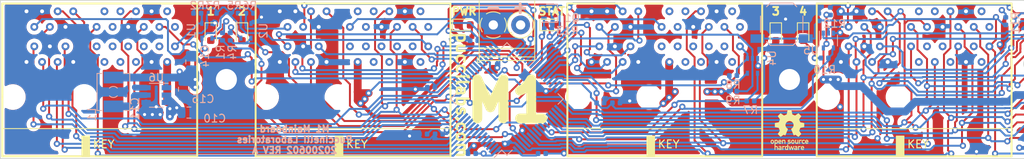
<source format=kicad_pcb>
(kicad_pcb (version 20171130) (host pcbnew "(5.1.6-0-10_14)")
  (layers (0 F.Cu signal hide) (1 In1.Cu power hide) (2 In2.Cu power hide) (31 B.Cu signal hide) (34 B.Paste user) (35 F.Paste user) (36 B.SilkS user hide) (37 F.SilkS user hide) (38 B.Mask user hide) (39 F.Mask user hide) (44 Edge.Cuts user))
  (net 0 "")
  (net 1 GND)
  (net 2 /RST)
  (net 3 +BATT)
  (net 4 "Net-(C11-Pad1)")
  (net 5 VBUS)
  (net 6 "Net-(D1-Pad2)")
  (net 7 "Net-(D2-Pad2)")
  (net 8 "Net-(D3-Pad2)")
  (net 9 "Net-(D4-Pad2)")
  (net 10 "Net-(D5-Pad2)")
  (net 11 "Net-(D5-Pad1)")
  (net 12 "Net-(D6-Pad2)")
  (net 13 /USART2_CTS)
  (net 14 /PRSNT1A)
  (net 15 /USART2_RX)
  (net 16 /USART2_DCD)
  (net 17 /USART2_DTR)
  (net 18 /I2C1_SDA)
  (net 19 /ADC_IN5)
  (net 20 /I2C1_SCL)
  (net 21 /USART2_TX)
  (net 22 /USART2_RI)
  (net 23 /PRSNT1B)
  (net 24 /USART2_RTS)
  (net 25 /SW_PWR1)
  (net 26 /PRSNT2A)
  (net 27 /USART3_DTR)
  (net 28 "Net-(J2-Pada8)")
  (net 29 "Net-(J2-Pada7)")
  (net 30 /USART3_RX)
  (net 31 /USART3_DCD)
  (net 32 /USART3_CTS)
  (net 33 "Net-(J2-Pada5)")
  (net 34 "Net-(J2-Pada6)")
  (net 35 /USART3_RTS)
  (net 36 /PRSNT2B)
  (net 37 /USART3_TX)
  (net 38 /USART3_RI)
  (net 39 /ADC_IN6)
  (net 40 "Net-(J2-Padb9)")
  (net 41 /SW_PWR2)
  (net 42 /PRSNT3A)
  (net 43 /USART1_DTR)
  (net 44 "Net-(J3-Pada8)")
  (net 45 "Net-(J3-Pada7)")
  (net 46 /USART1_RX)
  (net 47 /USART1_DCD)
  (net 48 /USART1_CTS)
  (net 49 "Net-(J3-Pada5)")
  (net 50 "Net-(J3-Pada6)")
  (net 51 /USART1_RTS)
  (net 52 /PRSNT3B)
  (net 53 /USART1_TX)
  (net 54 /USART1_RI)
  (net 55 /ADC_IN7)
  (net 56 "Net-(J3-Padb9)")
  (net 57 /SW_PWR3)
  (net 58 /PRSNT4A)
  (net 59 /USART4_DTR)
  (net 60 /SWDIO)
  (net 61 "Net-(J5-Pada7)")
  (net 62 /USART4_RX)
  (net 63 /USART4_DCD)
  (net 64 /USART4_CTS)
  (net 65 /SWCLK)
  (net 66 "Net-(J5-Pada6)")
  (net 67 /USART4_RTS)
  (net 68 /PRSNT4B)
  (net 69 /USART4_TX)
  (net 70 /USART4_RI)
  (net 71 /ADC_IN8)
  (net 72 /SW_PWR4)
  (net 73 "Net-(J6-Pada6)")
  (net 74 "Net-(J6-Pada7)")
  (net 75 /STATUS)
  (net 76 /PRSNT1)
  (net 77 /PRSNT2)
  (net 78 /PRSNT3)
  (net 79 /PRSNT4)
  (net 80 "Net-(U3-Pad57)")
  (net 81 "Net-(U3-Pad54)")
  (net 82 "Net-(U3-Pad25)")
  (net 83 "Net-(U3-Pad24)")
  (net 84 "Net-(U3-Pad6)")
  (net 85 "Net-(U3-Pad5)")
  (net 86 "Net-(U3-Pad4)")
  (net 87 "Net-(U3-Pad3)")
  (net 88 "Net-(U3-Pad2)")
  (net 89 /PWROK1)
  (net 90 /PWROK2)
  (net 91 /PWROK3)
  (net 92 /PWROK4)
  (net 93 "Net-(C11-Pad2)")
  (net 94 "Net-(J1-Pada8)")
  (net 95 "Net-(J1-Pada7)")
  (net 96 "Net-(J1-Pada5)")
  (net 97 "Net-(J1-Pada6)")
  (net 98 "Net-(J1-Padb9)")
  (module Package_QFP:LQFP-64_10x10mm_P0.5mm (layer B.Cu) (at 138.25 58.75 45)
    (fp_text reference U3 hide)
    (fp_text value STM32F070RBTx)
    (pad 64 smd rect (at -3.75 5.675 45) (size 0.3 1.55) (layers B.Cu B.Paste B.Mask) (net 5 VBUS))
    (pad 63 smd rect (at -3.25 5.675 45) (size 0.3 1.55) (layers B.Cu B.Paste B.Mask) (net 1 GND))
    (pad 62 smd rect (at -2.75 5.675 45) (size 0.3 1.55) (layers B.Cu B.Paste B.Mask) (net 18 /I2C1_SDA))
    (pad 61 smd rect (at -2.25 5.675 45) (size 0.3 1.55) (layers B.Cu B.Paste B.Mask) (net 75 /STATUS))
    (pad 60 smd rect (at -1.75 5.675 45) (size 0.3 1.55) (layers B.Cu B.Paste B.Mask) (net 1 GND))
    (pad 59 smd rect (at -1.25 5.675 45) (size 0.3 1.55) (layers B.Cu B.Paste B.Mask) (net 64 /USART4_CTS))
    (pad 58 smd rect (at -0.75 5.675 45) (size 0.3 1.55) (layers B.Cu B.Paste B.Mask) (net 20 /I2C1_SCL))
    (pad 57 smd rect (at -0.25 5.675 45) (size 0.3 1.55) (layers B.Cu B.Paste B.Mask) (net 80 "Net-(U3-Pad57)"))
    (pad 56 smd rect (at 0.25 5.675 45) (size 0.3 1.55) (layers B.Cu B.Paste B.Mask) (net 79 /PRSNT4))
    (pad 55 smd rect (at 0.75 5.675 45) (size 0.3 1.55) (layers B.Cu B.Paste B.Mask) (net 78 /PRSNT3))
    (pad 54 smd rect (at 1.25 5.675 45) (size 0.3 1.55) (layers B.Cu B.Paste B.Mask) (net 81 "Net-(U3-Pad54)"))
    (pad 53 smd rect (at 1.75 5.675 45) (size 0.3 1.55) (layers B.Cu B.Paste B.Mask) (net 72 /SW_PWR4))
    (pad 52 smd rect (at 2.25 5.675 45) (size 0.3 1.55) (layers B.Cu B.Paste B.Mask) (net 62 /USART4_RX))
    (pad 51 smd rect (at 2.75 5.675 45) (size 0.3 1.55) (layers B.Cu B.Paste B.Mask) (net 69 /USART4_TX))
    (pad 50 smd rect (at 3.25 5.675 45) (size 0.3 1.55) (layers B.Cu B.Paste B.Mask) (net 67 /USART4_RTS))
    (pad 49 smd rect (at 3.75 5.675 45) (size 0.3 1.55) (layers B.Cu B.Paste B.Mask) (net 65 /SWCLK))
    (pad 48 smd rect (at 5.675 3.75 45) (size 1.55 0.3) (layers B.Cu B.Paste B.Mask) (net 5 VBUS))
    (pad 47 smd rect (at 5.675 3.25 45) (size 1.55 0.3) (layers B.Cu B.Paste B.Mask) (net 1 GND))
    (pad 46 smd rect (at 5.675 2.75 45) (size 1.55 0.3) (layers B.Cu B.Paste B.Mask) (net 60 /SWDIO))
    (pad 45 smd rect (at 5.675 2.25 45) (size 1.55 0.3) (layers B.Cu B.Paste B.Mask) (net 51 /USART1_RTS))
    (pad 44 smd rect (at 5.675 1.75 45) (size 1.55 0.3) (layers B.Cu B.Paste B.Mask) (net 48 /USART1_CTS))
    (pad 43 smd rect (at 5.675 1.25 45) (size 1.55 0.3) (layers B.Cu B.Paste B.Mask) (net 46 /USART1_RX))
    (pad 42 smd rect (at 5.675 0.75 45) (size 1.55 0.3) (layers B.Cu B.Paste B.Mask) (net 53 /USART1_TX))
    (pad 41 smd rect (at 5.675 0.25 45) (size 1.55 0.3) (layers B.Cu B.Paste B.Mask) (net 54 /USART1_RI))
    (pad 40 smd rect (at 5.675 -0.25 45) (size 1.55 0.3) (layers B.Cu B.Paste B.Mask) (net 47 /USART1_DCD))
    (pad 39 smd rect (at 5.675 -0.75 45) (size 1.55 0.3) (layers B.Cu B.Paste B.Mask) (net 43 /USART1_DTR))
    (pad 38 smd rect (at 5.675 -1.25 45) (size 1.55 0.3) (layers B.Cu B.Paste B.Mask) (net 57 /SW_PWR3))
    (pad 37 smd rect (at 5.675 -1.75 45) (size 1.55 0.3) (layers B.Cu B.Paste B.Mask) (net 41 /SW_PWR2))
    (pad 36 smd rect (at 5.675 -2.25 45) (size 1.55 0.3) (layers B.Cu B.Paste B.Mask) (net 77 /PRSNT2))
    (pad 35 smd rect (at 5.675 -2.75 45) (size 1.55 0.3) (layers B.Cu B.Paste B.Mask) (net 35 /USART3_RTS))
    (pad 34 smd rect (at 5.675 -3.25 45) (size 1.55 0.3) (layers B.Cu B.Paste B.Mask) (net 32 /USART3_CTS))
    (pad 33 smd rect (at 5.675 -3.75 45) (size 1.55 0.3) (layers B.Cu B.Paste B.Mask) (net 38 /USART3_RI))
    (pad 32 smd rect (at 3.75 -5.675 45) (size 0.3 1.55) (layers B.Cu B.Paste B.Mask) (net 5 VBUS))
    (pad 31 smd rect (at 3.25 -5.675 45) (size 0.3 1.55) (layers B.Cu B.Paste B.Mask) (net 1 GND))
    (pad 30 smd rect (at 2.75 -5.675 45) (size 0.3 1.55) (layers B.Cu B.Paste B.Mask) (net 30 /USART3_RX))
    (pad 29 smd rect (at 2.25 -5.675 45) (size 0.3 1.55) (layers B.Cu B.Paste B.Mask) (net 37 /USART3_TX))
    (pad 28 smd rect (at 1.75 -5.675 45) (size 0.3 1.55) (layers B.Cu B.Paste B.Mask) (net 31 /USART3_DCD))
    (pad 27 smd rect (at 1.25 -5.675 45) (size 0.3 1.55) (layers B.Cu B.Paste B.Mask) (net 27 /USART3_DTR))
    (pad 26 smd rect (at 0.75 -5.675 45) (size 0.3 1.55) (layers B.Cu B.Paste B.Mask) (net 71 /ADC_IN8))
    (pad 25 smd rect (at 0.25 -5.675 45) (size 0.3 1.55) (layers B.Cu B.Paste B.Mask) (net 82 "Net-(U3-Pad25)"))
    (pad 24 smd rect (at -0.25 -5.675 45) (size 0.3 1.55) (layers B.Cu B.Paste B.Mask) (net 83 "Net-(U3-Pad24)"))
    (pad 23 smd rect (at -0.75 -5.675 45) (size 0.3 1.55) (layers B.Cu B.Paste B.Mask) (net 55 /ADC_IN7))
    (pad 22 smd rect (at -1.25 -5.675 45) (size 0.3 1.55) (layers B.Cu B.Paste B.Mask) (net 39 /ADC_IN6))
    (pad 21 smd rect (at -1.75 -5.675 45) (size 0.3 1.55) (layers B.Cu B.Paste B.Mask) (net 19 /ADC_IN5))
    (pad 20 smd rect (at -2.25 -5.675 45) (size 0.3 1.55) (layers B.Cu B.Paste B.Mask) (net 76 /PRSNT1))
    (pad 19 smd rect (at -2.75 -5.675 45) (size 0.3 1.55) (layers B.Cu B.Paste B.Mask) (net 5 VBUS))
    (pad 18 smd rect (at -3.25 -5.675 45) (size 0.3 1.55) (layers B.Cu B.Paste B.Mask) (net 1 GND))
    (pad 17 smd rect (at -3.75 -5.675 45) (size 0.3 1.55) (layers B.Cu B.Paste B.Mask) (net 15 /USART2_RX))
    (pad 16 smd rect (at -5.675 -3.75 45) (size 1.55 0.3) (layers B.Cu B.Paste B.Mask) (net 21 /USART2_TX))
    (pad 15 smd rect (at -5.675 -3.25 45) (size 1.55 0.3) (layers B.Cu B.Paste B.Mask) (net 24 /USART2_RTS))
    (pad 14 smd rect (at -5.675 -2.75 45) (size 1.55 0.3) (layers B.Cu B.Paste B.Mask) (net 13 /USART2_CTS))
    (pad 13 smd rect (at -5.675 -2.25 45) (size 1.55 0.3) (layers B.Cu B.Paste B.Mask) (net 5 VBUS))
    (pad 12 smd rect (at -5.675 -1.75 45) (size 1.55 0.3) (layers B.Cu B.Paste B.Mask) (net 1 GND))
    (pad 11 smd rect (at -5.675 -1.25 45) (size 1.55 0.3) (layers B.Cu B.Paste B.Mask) (net 22 /USART2_RI))
    (pad 10 smd rect (at -5.675 -0.75 45) (size 1.55 0.3) (layers B.Cu B.Paste B.Mask) (net 16 /USART2_DCD))
    (pad 9 smd rect (at -5.675 -0.25 45) (size 1.55 0.3) (layers B.Cu B.Paste B.Mask) (net 17 /USART2_DTR))
    (pad 8 smd rect (at -5.675 0.25 45) (size 1.55 0.3) (layers B.Cu B.Paste B.Mask) (net 25 /SW_PWR1))
    (pad 7 smd rect (at -5.675 0.75 45) (size 1.55 0.3) (layers B.Cu B.Paste B.Mask) (net 2 /RST))
    (pad 6 smd rect (at -5.675 1.25 45) (size 1.55 0.3) (layers B.Cu B.Paste B.Mask) (net 84 "Net-(U3-Pad6)"))
    (pad 5 smd rect (at -5.675 1.75 45) (size 1.55 0.3) (layers B.Cu B.Paste B.Mask) (net 85 "Net-(U3-Pad5)"))
    (pad 4 smd rect (at -5.675 2.25 45) (size 1.55 0.3) (layers B.Cu B.Paste B.Mask) (net 86 "Net-(U3-Pad4)"))
    (pad 3 smd roundrect (at -5.675 2.75 45) (size 1.55 0.3) (layers B.Cu B.Paste B.Mask) (net 87 "Net-(U3-Pad3)"))
    (pad 2 smd rect (at -5.675 3.25 45) (size 1.55 0.3) (layers B.Cu B.Paste B.Mask) (net 88 "Net-(U3-Pad2)"))
    (pad 1 smd rect (at -5.675 3.75 45) (size 1.55 0.3) (layers B.Cu B.Paste B.Mask) (net 5 VBUS))
  )
  (module Custom_Footprints:UMAX_3091-10100T_PCIe_x1 (layer F.Cu) (at 84 58.5)
    (fp_text reference J1 hide)
    (fp_text value "PCIe Connector")
    (fp_text user KEY (at 2.5 6.05) (layer F.SilkS))
    (pad "" np_thru_hole circle (at -9.15 0) (size 2.3 2.3) (drill 2.3) (layers *.Cu *.Mask))
    (pad "" np_thru_hole circle (at 0 0) (size 2.3 2.3) (drill 2.3) (layers *.Cu *.Mask))
    (pad a1 thru_hole circle (at 11.65 -6.5 180) (size 1 1) (drill 0.5) (layers *.Cu *.Mask) (net 14 /PRSNT1A))
    (pad a15 thru_hole circle (at -4.4 -6.5) (size 1 1) (drill 0.5) (layers *.Cu *.Mask) (net 1 GND))
    (pad a13 thru_hole circle (at -2.4 -6.5) (size 1 1) (drill 0.5) (layers *.Cu *.Mask) (net 17 /USART2_DTR))
    (pad a8 thru_hole circle (at 4.65 -4.5 180) (size 1 1) (drill 0.5) (layers *.Cu *.Mask) (net 94 "Net-(J1-Pada8)"))
    (pad a7 thru_hole circle (at 5.65 -6.5 180) (size 1 1) (drill 0.5) (layers *.Cu *.Mask) (net 95 "Net-(J1-Pada7)"))
    (pad a2 thru_hole circle (at 10.65 -4.5 180) (size 1 1) (drill 0.5) (layers *.Cu *.Mask) (net 3 +BATT))
    (pad a4 thru_hole circle (at 8.65 -4.5 180) (size 1 1) (drill 0.5) (layers *.Cu *.Mask) (net 1 GND))
    (pad a9 thru_hole circle (at 3.65 -6.5 180) (size 1 1) (drill 0.5) (layers *.Cu *.Mask) (net 5 VBUS))
    (pad a10 thru_hole circle (at 2.6 -4.5 180) (size 1 1) (drill 0.5) (layers *.Cu *.Mask) (net 5 VBUS))
    (pad a16 thru_hole circle (at -5.4 -4.5) (size 1 1) (drill 0.5) (layers *.Cu *.Mask) (net 15 /USART2_RX))
    (pad a18 thru_hole circle (at -7.4 -4.5) (size 1 1) (drill 0.5) (layers *.Cu *.Mask) (net 1 GND))
    (pad a14 thru_hole circle (at -3.4 -4.5) (size 1 1) (drill 0.5) (layers *.Cu *.Mask) (net 16 /USART2_DCD))
    (pad a12 thru_hole circle (at -1.4 -4.5) (size 1 1) (drill 0.5) (layers *.Cu *.Mask) (net 1 GND))
    (pad a17 thru_hole circle (at -6.4 -6.5) (size 1 1) (drill 0.5) (layers *.Cu *.Mask) (net 13 /USART2_CTS))
    (pad a3 thru_hole circle (at 9.65 -6.5 180) (size 1 1) (drill 0.5) (layers *.Cu *.Mask) (net 3 +BATT))
    (pad a5 thru_hole circle (at 7.65 -6.5 180) (size 1 1) (drill 0.5) (layers *.Cu *.Mask) (net 96 "Net-(J1-Pada5)"))
    (pad a11 thru_hole circle (at 1.6 -6.5 180) (size 1 1) (drill 0.5) (layers *.Cu *.Mask) (net 89 /PWROK1))
    (pad a6 thru_hole circle (at 6.65 -4.5 180) (size 1 1) (drill 0.5) (layers *.Cu *.Mask) (net 97 "Net-(J1-Pada6)"))
    (pad b15 thru_hole circle (at -4.4 -9) (size 1 1) (drill 0.5) (layers *.Cu *.Mask) (net 24 /USART2_RTS))
    (pad b17 thru_hole circle (at -6.4 -9) (size 1 1) (drill 0.5) (layers *.Cu *.Mask) (net 23 /PRSNT1B))
    (pad b13 thru_hole circle (at -2.4 -9) (size 1 1) (drill 0.5) (layers *.Cu *.Mask) (net 1 GND))
    (pad b16 thru_hole circle (at -5.4 -11) (size 1 1) (drill 0.5) (layers *.Cu *.Mask) (net 1 GND))
    (pad b14 thru_hole circle (at -3.4 -11) (size 1 1) (drill 0.5) (layers *.Cu *.Mask) (net 21 /USART2_TX))
    (pad b18 thru_hole circle (at -7.4 -11) (size 1 1) (drill 0.5) (layers *.Cu *.Mask) (net 1 GND))
    (pad b12 thru_hole circle (at -1.4 -11) (size 1 1) (drill 0.5) (layers *.Cu *.Mask) (net 22 /USART2_RI))
    (pad b1 thru_hole circle (at 11.65 -9 180) (size 1 1) (drill 0.5) (layers *.Cu *.Mask) (net 3 +BATT))
    (pad b3 thru_hole circle (at 9.65 -9 180) (size 1 1) (drill 0.5) (layers *.Cu *.Mask) (net 19 /ADC_IN5))
    (pad b5 thru_hole circle (at 7.65 -9 180) (size 1 1) (drill 0.5) (layers *.Cu *.Mask) (net 20 /I2C1_SCL))
    (pad b7 thru_hole circle (at 5.65 -9 180) (size 1 1) (drill 0.5) (layers *.Cu *.Mask) (net 1 GND))
    (pad b9 thru_hole circle (at 3.65 -9 180) (size 1 1) (drill 0.5) (layers *.Cu *.Mask) (net 98 "Net-(J1-Padb9)"))
    (pad b11 thru_hole circle (at 1.6 -9 180) (size 1 1) (drill 0.5) (layers *.Cu *.Mask) (net 25 /SW_PWR1))
    (pad b2 thru_hole circle (at 10.65 -11 180) (size 1 1) (drill 0.5) (layers *.Cu *.Mask) (net 3 +BATT))
    (pad b4 thru_hole circle (at 8.65 -11 180) (size 1 1) (drill 0.5) (layers *.Cu *.Mask) (net 1 GND))
    (pad b6 thru_hole circle (at 6.65 -11 180) (size 1 1) (drill 0.5) (layers *.Cu *.Mask) (net 18 /I2C1_SDA))
    (pad b8 thru_hole circle (at 4.65 -11 180) (size 1 1) (drill 0.5) (layers *.Cu *.Mask) (net 5 VBUS))
    (pad b10 thru_hole circle (at 2.6 -11 180) (size 1 1) (drill 0.5) (layers *.Cu *.Mask) (net 5 VBUS))
  )
  (module Custom_Footprints:UMAX_3091-10100T_PCIe_x1 (layer F.Cu) (at 116.5 58.5)
    (fp_text reference J2 hide)
    (fp_text value "PCIe Connector")
    (fp_text user KEY (at 2.5 6.05) (layer F.SilkS))
    (pad "" np_thru_hole circle (at -9.15 0) (size 2.3 2.3) (drill 2.3) (layers *.Cu *.Mask))
    (pad "" np_thru_hole circle (at 0 0) (size 2.3 2.3) (drill 2.3) (layers *.Cu *.Mask))
    (pad a1 thru_hole circle (at 11.65 -6.5 180) (size 1 1) (drill 0.5) (layers *.Cu *.Mask) (net 26 /PRSNT2A))
    (pad a15 thru_hole circle (at -4.4 -6.5) (size 1 1) (drill 0.5) (layers *.Cu *.Mask) (net 1 GND))
    (pad a13 thru_hole circle (at -2.4 -6.5) (size 1 1) (drill 0.5) (layers *.Cu *.Mask) (net 27 /USART3_DTR))
    (pad a8 thru_hole circle (at 4.65 -4.5 180) (size 1 1) (drill 0.5) (layers *.Cu *.Mask) (net 28 "Net-(J2-Pada8)"))
    (pad a7 thru_hole circle (at 5.65 -6.5 180) (size 1 1) (drill 0.5) (layers *.Cu *.Mask) (net 29 "Net-(J2-Pada7)"))
    (pad a2 thru_hole circle (at 10.65 -4.5 180) (size 1 1) (drill 0.5) (layers *.Cu *.Mask) (net 3 +BATT))
    (pad a4 thru_hole circle (at 8.65 -4.5 180) (size 1 1) (drill 0.5) (layers *.Cu *.Mask) (net 1 GND))
    (pad a9 thru_hole circle (at 3.65 -6.5 180) (size 1 1) (drill 0.5) (layers *.Cu *.Mask) (net 5 VBUS))
    (pad a10 thru_hole circle (at 2.6 -4.5 180) (size 1 1) (drill 0.5) (layers *.Cu *.Mask) (net 5 VBUS))
    (pad a16 thru_hole circle (at -5.4 -4.5) (size 1 1) (drill 0.5) (layers *.Cu *.Mask) (net 30 /USART3_RX))
    (pad a18 thru_hole circle (at -7.4 -4.5) (size 1 1) (drill 0.5) (layers *.Cu *.Mask) (net 1 GND))
    (pad a14 thru_hole circle (at -3.4 -4.5) (size 1 1) (drill 0.5) (layers *.Cu *.Mask) (net 31 /USART3_DCD))
    (pad a12 thru_hole circle (at -1.4 -4.5) (size 1 1) (drill 0.5) (layers *.Cu *.Mask) (net 1 GND))
    (pad a17 thru_hole circle (at -6.4 -6.5) (size 1 1) (drill 0.5) (layers *.Cu *.Mask) (net 32 /USART3_CTS))
    (pad a3 thru_hole circle (at 9.65 -6.5 180) (size 1 1) (drill 0.5) (layers *.Cu *.Mask) (net 3 +BATT))
    (pad a5 thru_hole circle (at 7.65 -6.5 180) (size 1 1) (drill 0.5) (layers *.Cu *.Mask) (net 33 "Net-(J2-Pada5)"))
    (pad a11 thru_hole circle (at 1.6 -6.5 180) (size 1 1) (drill 0.5) (layers *.Cu *.Mask) (net 90 /PWROK2))
    (pad a6 thru_hole circle (at 6.65 -4.5 180) (size 1 1) (drill 0.5) (layers *.Cu *.Mask) (net 34 "Net-(J2-Pada6)"))
    (pad b15 thru_hole circle (at -4.4 -9) (size 1 1) (drill 0.5) (layers *.Cu *.Mask) (net 35 /USART3_RTS))
    (pad b17 thru_hole circle (at -6.4 -9) (size 1 1) (drill 0.5) (layers *.Cu *.Mask) (net 36 /PRSNT2B))
    (pad b13 thru_hole circle (at -2.4 -9) (size 1 1) (drill 0.5) (layers *.Cu *.Mask) (net 1 GND))
    (pad b16 thru_hole circle (at -5.4 -11) (size 1 1) (drill 0.5) (layers *.Cu *.Mask) (net 1 GND))
    (pad b14 thru_hole circle (at -3.4 -11) (size 1 1) (drill 0.5) (layers *.Cu *.Mask) (net 37 /USART3_TX))
    (pad b18 thru_hole circle (at -7.4 -11) (size 1 1) (drill 0.5) (layers *.Cu *.Mask) (net 1 GND))
    (pad b12 thru_hole circle (at -1.4 -11) (size 1 1) (drill 0.5) (layers *.Cu *.Mask) (net 38 /USART3_RI))
    (pad b1 thru_hole circle (at 11.65 -9 180) (size 1 1) (drill 0.5) (layers *.Cu *.Mask) (net 3 +BATT))
    (pad b3 thru_hole circle (at 9.65 -9 180) (size 1 1) (drill 0.5) (layers *.Cu *.Mask) (net 39 /ADC_IN6))
    (pad b5 thru_hole circle (at 7.65 -9 180) (size 1 1) (drill 0.5) (layers *.Cu *.Mask) (net 20 /I2C1_SCL))
    (pad b7 thru_hole circle (at 5.65 -9 180) (size 1 1) (drill 0.5) (layers *.Cu *.Mask) (net 1 GND))
    (pad b9 thru_hole circle (at 3.65 -9 180) (size 1 1) (drill 0.5) (layers *.Cu *.Mask) (net 40 "Net-(J2-Padb9)"))
    (pad b11 thru_hole circle (at 1.6 -9 180) (size 1 1) (drill 0.5) (layers *.Cu *.Mask) (net 41 /SW_PWR2))
    (pad b2 thru_hole circle (at 10.65 -11 180) (size 1 1) (drill 0.5) (layers *.Cu *.Mask) (net 3 +BATT))
    (pad b4 thru_hole circle (at 8.65 -11 180) (size 1 1) (drill 0.5) (layers *.Cu *.Mask) (net 1 GND))
    (pad b6 thru_hole circle (at 6.65 -11 180) (size 1 1) (drill 0.5) (layers *.Cu *.Mask) (net 18 /I2C1_SDA))
    (pad b8 thru_hole circle (at 4.65 -11 180) (size 1 1) (drill 0.5) (layers *.Cu *.Mask) (net 5 VBUS))
    (pad b10 thru_hole circle (at 2.6 -11 180) (size 1 1) (drill 0.5) (layers *.Cu *.Mask) (net 5 VBUS))
  )
  (module Custom_Footprints:UMAX_3091-10100T_PCIe_x1 (layer F.Cu) (at 156.5 58.5)
    (fp_text reference J3 hide)
    (fp_text value "PCIe Connector")
    (fp_text user KEY (at 2.5 6.05) (layer F.SilkS))
    (pad "" np_thru_hole circle (at -9.15 0) (size 2.3 2.3) (drill 2.3) (layers *.Cu *.Mask))
    (pad "" np_thru_hole circle (at 0 0) (size 2.3 2.3) (drill 2.3) (layers *.Cu *.Mask))
    (pad a1 thru_hole circle (at 11.65 -6.5 180) (size 1 1) (drill 0.5) (layers *.Cu *.Mask) (net 42 /PRSNT3A))
    (pad a15 thru_hole circle (at -4.4 -6.5) (size 1 1) (drill 0.5) (layers *.Cu *.Mask) (net 1 GND))
    (pad a13 thru_hole circle (at -2.4 -6.5) (size 1 1) (drill 0.5) (layers *.Cu *.Mask) (net 43 /USART1_DTR))
    (pad a8 thru_hole circle (at 4.65 -4.5 180) (size 1 1) (drill 0.5) (layers *.Cu *.Mask) (net 44 "Net-(J3-Pada8)"))
    (pad a7 thru_hole circle (at 5.65 -6.5 180) (size 1 1) (drill 0.5) (layers *.Cu *.Mask) (net 45 "Net-(J3-Pada7)"))
    (pad a2 thru_hole circle (at 10.65 -4.5 180) (size 1 1) (drill 0.5) (layers *.Cu *.Mask) (net 3 +BATT))
    (pad a4 thru_hole circle (at 8.65 -4.5 180) (size 1 1) (drill 0.5) (layers *.Cu *.Mask) (net 1 GND))
    (pad a9 thru_hole circle (at 3.65 -6.5 180) (size 1 1) (drill 0.5) (layers *.Cu *.Mask) (net 5 VBUS))
    (pad a10 thru_hole circle (at 2.6 -4.5 180) (size 1 1) (drill 0.5) (layers *.Cu *.Mask) (net 5 VBUS))
    (pad a16 thru_hole circle (at -5.4 -4.5) (size 1 1) (drill 0.5) (layers *.Cu *.Mask) (net 46 /USART1_RX))
    (pad a18 thru_hole circle (at -7.4 -4.5) (size 1 1) (drill 0.5) (layers *.Cu *.Mask) (net 1 GND))
    (pad a14 thru_hole circle (at -3.4 -4.5) (size 1 1) (drill 0.5) (layers *.Cu *.Mask) (net 47 /USART1_DCD))
    (pad a12 thru_hole circle (at -1.4 -4.5) (size 1 1) (drill 0.5) (layers *.Cu *.Mask) (net 1 GND))
    (pad a17 thru_hole circle (at -6.4 -6.5) (size 1 1) (drill 0.5) (layers *.Cu *.Mask) (net 48 /USART1_CTS))
    (pad a3 thru_hole circle (at 9.65 -6.5 180) (size 1 1) (drill 0.5) (layers *.Cu *.Mask) (net 3 +BATT))
    (pad a5 thru_hole circle (at 7.65 -6.5 180) (size 1 1) (drill 0.5) (layers *.Cu *.Mask) (net 49 "Net-(J3-Pada5)"))
    (pad a11 thru_hole circle (at 1.6 -6.5 180) (size 1 1) (drill 0.5) (layers *.Cu *.Mask) (net 91 /PWROK3))
    (pad a6 thru_hole circle (at 6.65 -4.5 180) (size 1 1) (drill 0.5) (layers *.Cu *.Mask) (net 50 "Net-(J3-Pada6)"))
    (pad b15 thru_hole circle (at -4.4 -9) (size 1 1) (drill 0.5) (layers *.Cu *.Mask) (net 51 /USART1_RTS))
    (pad b17 thru_hole circle (at -6.4 -9) (size 1 1) (drill 0.5) (layers *.Cu *.Mask) (net 52 /PRSNT3B))
    (pad b13 thru_hole circle (at -2.4 -9) (size 1 1) (drill 0.5) (layers *.Cu *.Mask) (net 1 GND))
    (pad b16 thru_hole circle (at -5.4 -11) (size 1 1) (drill 0.5) (layers *.Cu *.Mask) (net 1 GND))
    (pad b14 thru_hole circle (at -3.4 -11) (size 1 1) (drill 0.5) (layers *.Cu *.Mask) (net 53 /USART1_TX))
    (pad b18 thru_hole circle (at -7.4 -11) (size 1 1) (drill 0.5) (layers *.Cu *.Mask) (net 1 GND))
    (pad b12 thru_hole circle (at -1.4 -11) (size 1 1) (drill 0.5) (layers *.Cu *.Mask) (net 54 /USART1_RI))
    (pad b1 thru_hole circle (at 11.65 -9 180) (size 1 1) (drill 0.5) (layers *.Cu *.Mask) (net 3 +BATT))
    (pad b3 thru_hole circle (at 9.65 -9 180) (size 1 1) (drill 0.5) (layers *.Cu *.Mask) (net 55 /ADC_IN7))
    (pad b5 thru_hole circle (at 7.65 -9 180) (size 1 1) (drill 0.5) (layers *.Cu *.Mask) (net 20 /I2C1_SCL))
    (pad b7 thru_hole circle (at 5.65 -9 180) (size 1 1) (drill 0.5) (layers *.Cu *.Mask) (net 1 GND))
    (pad b9 thru_hole circle (at 3.65 -9 180) (size 1 1) (drill 0.5) (layers *.Cu *.Mask) (net 56 "Net-(J3-Padb9)"))
    (pad b11 thru_hole circle (at 1.6 -9 180) (size 1 1) (drill 0.5) (layers *.Cu *.Mask) (net 57 /SW_PWR3))
    (pad b2 thru_hole circle (at 10.65 -11 180) (size 1 1) (drill 0.5) (layers *.Cu *.Mask) (net 3 +BATT))
    (pad b4 thru_hole circle (at 8.65 -11 180) (size 1 1) (drill 0.5) (layers *.Cu *.Mask) (net 1 GND))
    (pad b6 thru_hole circle (at 6.65 -11 180) (size 1 1) (drill 0.5) (layers *.Cu *.Mask) (net 18 /I2C1_SDA))
    (pad b8 thru_hole circle (at 4.65 -11 180) (size 1 1) (drill 0.5) (layers *.Cu *.Mask) (net 5 VBUS))
    (pad b10 thru_hole circle (at 2.6 -11 180) (size 1 1) (drill 0.5) (layers *.Cu *.Mask) (net 5 VBUS))
  )
  (module Custom_Footprints:UMAX_3091-10100T_PCIe_x1 (layer F.Cu) (at 188.5 58.5)
    (fp_text reference J5 hide)
    (fp_text value "PCIe Connector")
    (fp_text user KEY (at 2.5 6.05) (layer F.SilkS))
    (pad "" np_thru_hole circle (at -9.15 0) (size 2.3 2.3) (drill 2.3) (layers *.Cu *.Mask))
    (pad "" np_thru_hole circle (at 0 0) (size 2.3 2.3) (drill 2.3) (layers *.Cu *.Mask))
    (pad a1 thru_hole circle (at 11.65 -6.5 180) (size 1 1) (drill 0.5) (layers *.Cu *.Mask) (net 58 /PRSNT4A))
    (pad a15 thru_hole circle (at -4.4 -6.5) (size 1 1) (drill 0.5) (layers *.Cu *.Mask) (net 1 GND))
    (pad a13 thru_hole circle (at -2.4 -6.5) (size 1 1) (drill 0.5) (layers *.Cu *.Mask) (net 59 /USART4_DTR))
    (pad a8 thru_hole circle (at 4.65 -4.5 180) (size 1 1) (drill 0.5) (layers *.Cu *.Mask) (net 60 /SWDIO))
    (pad a7 thru_hole circle (at 5.65 -6.5 180) (size 1 1) (drill 0.5) (layers *.Cu *.Mask) (net 61 "Net-(J5-Pada7)"))
    (pad a2 thru_hole circle (at 10.65 -4.5 180) (size 1 1) (drill 0.5) (layers *.Cu *.Mask) (net 3 +BATT))
    (pad a4 thru_hole circle (at 8.65 -4.5 180) (size 1 1) (drill 0.5) (layers *.Cu *.Mask) (net 1 GND))
    (pad a9 thru_hole circle (at 3.65 -6.5 180) (size 1 1) (drill 0.5) (layers *.Cu *.Mask) (net 5 VBUS))
    (pad a10 thru_hole circle (at 2.6 -4.5 180) (size 1 1) (drill 0.5) (layers *.Cu *.Mask) (net 5 VBUS))
    (pad a16 thru_hole circle (at -5.4 -4.5) (size 1 1) (drill 0.5) (layers *.Cu *.Mask) (net 62 /USART4_RX))
    (pad a18 thru_hole circle (at -7.4 -4.5) (size 1 1) (drill 0.5) (layers *.Cu *.Mask) (net 1 GND))
    (pad a14 thru_hole circle (at -3.4 -4.5) (size 1 1) (drill 0.5) (layers *.Cu *.Mask) (net 63 /USART4_DCD))
    (pad a12 thru_hole circle (at -1.4 -4.5) (size 1 1) (drill 0.5) (layers *.Cu *.Mask) (net 1 GND))
    (pad a17 thru_hole circle (at -6.4 -6.5) (size 1 1) (drill 0.5) (layers *.Cu *.Mask) (net 64 /USART4_CTS))
    (pad a3 thru_hole circle (at 9.65 -6.5 180) (size 1 1) (drill 0.5) (layers *.Cu *.Mask) (net 3 +BATT))
    (pad a5 thru_hole circle (at 7.65 -6.5 180) (size 1 1) (drill 0.5) (layers *.Cu *.Mask) (net 65 /SWCLK))
    (pad a11 thru_hole circle (at 1.6 -6.5 180) (size 1 1) (drill 0.5) (layers *.Cu *.Mask) (net 92 /PWROK4))
    (pad a6 thru_hole circle (at 6.65 -4.5 180) (size 1 1) (drill 0.5) (layers *.Cu *.Mask) (net 66 "Net-(J5-Pada6)"))
    (pad b15 thru_hole circle (at -4.4 -9) (size 1 1) (drill 0.5) (layers *.Cu *.Mask) (net 67 /USART4_RTS))
    (pad b17 thru_hole circle (at -6.4 -9) (size 1 1) (drill 0.5) (layers *.Cu *.Mask) (net 68 /PRSNT4B))
    (pad b13 thru_hole circle (at -2.4 -9) (size 1 1) (drill 0.5) (layers *.Cu *.Mask) (net 1 GND))
    (pad b16 thru_hole circle (at -5.4 -11) (size 1 1) (drill 0.5) (layers *.Cu *.Mask) (net 1 GND))
    (pad b14 thru_hole circle (at -3.4 -11) (size 1 1) (drill 0.5) (layers *.Cu *.Mask) (net 69 /USART4_TX))
    (pad b18 thru_hole circle (at -7.4 -11) (size 1 1) (drill 0.5) (layers *.Cu *.Mask) (net 1 GND))
    (pad b12 thru_hole circle (at -1.4 -11) (size 1 1) (drill 0.5) (layers *.Cu *.Mask) (net 70 /USART4_RI))
    (pad b1 thru_hole circle (at 11.65 -9 180) (size 1 1) (drill 0.5) (layers *.Cu *.Mask) (net 3 +BATT))
    (pad b3 thru_hole circle (at 9.65 -9 180) (size 1 1) (drill 0.5) (layers *.Cu *.Mask) (net 71 /ADC_IN8))
    (pad b5 thru_hole circle (at 7.65 -9 180) (size 1 1) (drill 0.5) (layers *.Cu *.Mask) (net 20 /I2C1_SCL))
    (pad b7 thru_hole circle (at 5.65 -9 180) (size 1 1) (drill 0.5) (layers *.Cu *.Mask) (net 1 GND))
    (pad b9 thru_hole circle (at 3.65 -9 180) (size 1 1) (drill 0.5) (layers *.Cu *.Mask) (net 2 /RST))
    (pad b11 thru_hole circle (at 1.6 -9 180) (size 1 1) (drill 0.5) (layers *.Cu *.Mask) (net 72 /SW_PWR4))
    (pad b2 thru_hole circle (at 10.65 -11 180) (size 1 1) (drill 0.5) (layers *.Cu *.Mask) (net 3 +BATT))
    (pad b4 thru_hole circle (at 8.65 -11 180) (size 1 1) (drill 0.5) (layers *.Cu *.Mask) (net 1 GND))
    (pad b6 thru_hole circle (at 6.65 -11 180) (size 1 1) (drill 0.5) (layers *.Cu *.Mask) (net 18 /I2C1_SDA))
    (pad b8 thru_hole circle (at 4.65 -11 180) (size 1 1) (drill 0.5) (layers *.Cu *.Mask) (net 5 VBUS))
    (pad b10 thru_hole circle (at 2.6 -11 180) (size 1 1) (drill 0.5) (layers *.Cu *.Mask) (net 5 VBUS))
  )
  (module Capacitor_SMD:C_0402_1005Metric (layer B.Cu) (at 178.25 48.25 90)
    (fp_text reference C1 hide)
    (fp_text value 100nF)
    (pad 2 smd roundrect (at 0.485 0 90) (size 0.59 0.64) (layers B.Cu B.Paste B.Mask) (net 1 GND))
    (pad 1 smd roundrect (at -0.485 0 90) (size 0.59 0.64) (layers B.Cu B.Paste B.Mask) (net 2 /RST))
  )
  (module Capacitor_SMD:C_0402_1005Metric (layer B.Cu) (at 152.265 59.25 180)
    (fp_text reference C2 hide)
    (fp_text value 4.7uF)
    (pad 2 smd roundrect (at 0.485 0 180) (size 0.59 0.64) (layers B.Cu B.Paste B.Mask) (net 5 VBUS))
    (pad 1 smd roundrect (at -0.485 0 180) (size 0.59 0.64) (layers B.Cu B.Paste B.Mask) (net 1 GND))
  )
  (module Capacitor_SMD:C_0402_1005Metric (layer B.Cu) (at 133.75 65.75)
    (fp_text reference C3 hide)
    (fp_text value 100nF)
    (pad 2 smd roundrect (at 0.485 0) (size 0.59 0.64) (layers B.Cu B.Paste B.Mask) (net 5 VBUS))
    (pad 1 smd roundrect (at -0.485 0) (size 0.59 0.64) (layers B.Cu B.Paste B.Mask) (net 1 GND))
  )
  (module Capacitor_SMD:C_0402_1005Metric (layer B.Cu) (at 128.515 57.25)
    (fp_text reference C4 hide)
    (fp_text value 100nF)
    (pad 2 smd roundrect (at 0.485 0) (size 0.59 0.64) (layers B.Cu B.Paste B.Mask) (net 5 VBUS))
    (pad 1 smd roundrect (at -0.485 0) (size 0.59 0.64) (layers B.Cu B.Paste B.Mask) (net 1 GND))
  )
  (module Capacitor_SMD:C_0402_1005Metric (layer B.Cu) (at 134.015 51.25)
    (fp_text reference C5 hide)
    (fp_text value 100nF)
    (pad 2 smd roundrect (at 0.485 0) (size 0.59 0.64) (layers B.Cu B.Paste B.Mask) (net 5 VBUS))
    (pad 1 smd roundrect (at -0.485 0) (size 0.59 0.64) (layers B.Cu B.Paste B.Mask) (net 1 GND))
  )
  (module Capacitor_SMD:C_0402_1005Metric (layer B.Cu) (at 150.235 59.25 180)
    (fp_text reference C6 hide)
    (fp_text value 100nF)
    (pad 2 smd roundrect (at 0.485 0 180) (size 0.59 0.64) (layers B.Cu B.Paste B.Mask) (net 5 VBUS))
    (pad 1 smd roundrect (at -0.485 0 180) (size 0.59 0.64) (layers B.Cu B.Paste B.Mask) (net 1 GND))
  )
  (module Capacitor_SMD:C_0402_1005Metric (layer B.Cu) (at 142.735 65.75 180)
    (fp_text reference C7 hide)
    (fp_text value 100nF)
    (pad 2 smd roundrect (at 0.485 0 180) (size 0.59 0.64) (layers B.Cu B.Paste B.Mask) (net 5 VBUS))
    (pad 1 smd roundrect (at -0.485 0 180) (size 0.59 0.64) (layers B.Cu B.Paste B.Mask) (net 1 GND))
  )
  (module Capacitor_SMD:C_0402_1005Metric (layer B.Cu) (at 127.515 63.25)
    (fp_text reference C8 hide)
    (fp_text value 4.7uF)
    (pad 2 smd roundrect (at 0.485 0) (size 0.59 0.64) (layers B.Cu B.Paste B.Mask) (net 5 VBUS))
    (pad 1 smd roundrect (at -0.485 0) (size 0.59 0.64) (layers B.Cu B.Paste B.Mask) (net 1 GND))
  )
  (module Capacitor_SMD:C_0402_1005Metric (layer B.Cu) (at 129.515 63.25)
    (fp_text reference C9 hide)
    (fp_text value 100nF)
    (pad 2 smd roundrect (at 0.485 0) (size 0.59 0.64) (layers B.Cu B.Paste B.Mask) (net 5 VBUS))
    (pad 1 smd roundrect (at -0.485 0) (size 0.59 0.64) (layers B.Cu B.Paste B.Mask) (net 1 GND))
  )
  (module Capacitor_SMD:C_0805_2012Metric (layer B.Cu) (at 97.4375 60.5)
    (fp_text reference C10 (at 3.3125 0.75 180) (layer B.SilkS) (effects (justify mirror)))
    (fp_text value 4.7uF)
    (pad 2 smd roundrect (at 0.9375 0) (size 0.975 1.4) (layers B.Cu B.Paste B.Mask) (net 1 GND))
    (pad 1 smd roundrect (at -0.9375 0) (size 0.975 1.4) (layers B.Cu B.Paste B.Mask) (net 3 +BATT))
  )
  (module Capacitor_SMD:C_0402_1005Metric (layer B.Cu) (at 90.5 57.735 270)
    (fp_text reference C11 (at 2.265 0 90) (layer B.SilkS) (effects (justify mirror)))
    (fp_text value 100nF)
    (pad 2 smd roundrect (at 0.485 0 270) (size 0.59 0.64) (layers B.Cu B.Paste B.Mask) (net 93 "Net-(C11-Pad2)"))
    (pad 1 smd roundrect (at -0.485 0 270) (size 0.59 0.64) (layers B.Cu B.Paste B.Mask) (net 4 "Net-(C11-Pad1)"))
  )
  (module Capacitor_SMD:C_0805_2012Metric (layer B.Cu) (at 97.75 54 90)
    (fp_text reference C14 (at 0.75 1.75 90) (layer B.SilkS) (effects (justify mirror)))
    (fp_text value 22uF)
    (pad 2 smd roundrect (at 0.9375 0 90) (size 0.975 1.4) (layers B.Cu B.Paste B.Mask) (net 1 GND))
    (pad 1 smd roundrect (at -0.9375 0 90) (size 0.975 1.4) (layers B.Cu B.Paste B.Mask) (net 5 VBUS))
  )
  (module Capacitor_SMD:C_0805_2012Metric (layer B.Cu) (at 96.8125 57.5 270)
    (fp_text reference C15 (at 1.25 -2.4375 180) (layer B.SilkS) (effects (justify mirror)))
    (fp_text value 22uF)
    (pad 2 smd roundrect (at 0.9375 0 270) (size 0.975 1.4) (layers B.Cu B.Paste B.Mask) (net 1 GND))
    (pad 1 smd roundrect (at -0.9375 0 270) (size 0.975 1.4) (layers B.Cu B.Paste B.Mask) (net 5 VBUS))
  )
  (module LED_SMD:LED_0603_1608Metric (layer F.Cu) (at 100.25 50.4625 270)
    (fp_text reference D1 hide)
    (fp_text value LED)
    (pad 2 smd roundrect (at 0.7875 0 270) (size 0.875 0.95) (layers F.Cu F.Paste F.Mask) (net 6 "Net-(D1-Pad2)"))
    (pad 1 smd roundrect (at -0.7875 0 270) (size 0.875 0.95) (layers F.Cu F.Paste F.Mask) (net 1 GND))
  )
  (module LED_SMD:LED_0603_1608Metric (layer F.Cu) (at 104.25 50.4625 270)
    (fp_text reference D2 hide)
    (fp_text value LED)
    (pad 2 smd roundrect (at 0.7875 0 270) (size 0.875 0.95) (layers F.Cu F.Paste F.Mask) (net 7 "Net-(D2-Pad2)"))
    (pad 1 smd roundrect (at -0.7875 0 270) (size 0.875 0.95) (layers F.Cu F.Paste F.Mask) (net 1 GND))
  )
  (module LED_SMD:LED_0603_1608Metric (layer F.Cu) (at 172.75 50.4625 270)
    (fp_text reference D3 hide)
    (fp_text value LED)
    (pad 2 smd roundrect (at 0.7875 0 270) (size 0.875 0.95) (layers F.Cu F.Paste F.Mask) (net 8 "Net-(D3-Pad2)"))
    (pad 1 smd roundrect (at -0.7875 0 270) (size 0.875 0.95) (layers F.Cu F.Paste F.Mask) (net 1 GND))
  )
  (module LED_SMD:LED_0603_1608Metric (layer F.Cu) (at 176.25 50.4625 270)
    (fp_text reference D4 hide)
    (fp_text value LED)
    (pad 2 smd roundrect (at 0.7875 0 270) (size 0.875 0.95) (layers F.Cu F.Paste F.Mask) (net 9 "Net-(D4-Pad2)"))
    (pad 1 smd roundrect (at -0.7875 0 270) (size 0.875 0.95) (layers F.Cu F.Paste F.Mask) (net 1 GND))
  )
  (module LED_SMD:LED_0603_1608Metric (layer F.Cu) (at 143.9625 49.25)
    (fp_text reference D5 hide)
    (fp_text value LED)
    (pad 2 smd roundrect (at 0.7875 0) (size 0.875 0.95) (layers F.Cu F.Paste F.Mask) (net 10 "Net-(D5-Pad2)"))
    (pad 1 smd roundrect (at -0.7875 0) (size 0.875 0.95) (layers F.Cu F.Paste F.Mask) (net 11 "Net-(D5-Pad1)"))
  )
  (module LED_SMD:LED_0603_1608Metric (layer F.Cu) (at 132.75 49.25)
    (fp_text reference D6 hide)
    (fp_text value LED)
    (pad 2 smd roundrect (at 0.7875 0) (size 0.875 0.95) (layers F.Cu F.Paste F.Mask) (net 12 "Net-(D6-Pad2)"))
    (pad 1 smd roundrect (at -0.7875 0) (size 0.875 0.95) (layers F.Cu F.Paste F.Mask) (net 1 GND))
  )
  (module Custom_Footprints:OSHW_logo (layer F.Cu) (at 174.5 62.75)
    (fp_text reference G1 hide)
    (fp_text value OSHW_logo hide)
  )
  (module MountingHole:MountingHole_2.7mm_M2.5_ISO7380_Pad (layer F.Cu) (at 102.25 56.25 180)
    (fp_text reference H1 hide)
    (fp_text value MountingHole_Pad)
    (pad 1 thru_hole circle (at 0 0 180) (size 4.5 4.5) (drill 2.7) (layers *.Cu *.Mask) (net 1 GND))
  )
  (module MountingHole:MountingHole_2.7mm_M2.5_ISO7380_Pad (layer F.Cu) (at 174.5 56.25 180)
    (fp_text reference H2 hide)
    (fp_text value MountingHole_Pad)
    (pad 1 thru_hole circle (at 0 0 180) (size 4.5 4.5) (drill 2.7) (layers *.Cu *.Mask) (net 1 GND))
  )
  (module Custom_Footprints:BUS_PCIexpress_x1 (layer F.Cu) (at 209.5 65.75 90)
    (fp_text reference J6 hide)
    (fp_text value "PCIe Card Edge")
    (fp_line (start 19.65 2.95) (end 19.15 3.45) (layer Edge.Cuts) (width 0.1))
    (fp_line (start 12.45 2.95) (end 12.95 3.45) (layer Edge.Cuts) (width 0.1))
    (fp_line (start 10.55 2.95) (end 10.05 3.45) (layer Edge.Cuts) (width 0.1))
    (fp_line (start -0.65 2.95) (end -0.15 3.45) (layer Edge.Cuts) (width 0.1))
    (fp_line (start 12.95 3.45) (end 19.15 3.45) (layer Edge.Cuts) (width 0.1))
    (fp_line (start 19.65 -4.95) (end 19.65 2.95) (layer Edge.Cuts) (width 0.1))
    (fp_line (start -0.15 3.45) (end 10.05 3.45) (layer Edge.Cuts) (width 0.1))
    (fp_line (start -0.65 -4.95) (end -0.65 2.95) (layer Edge.Cuts) (width 0.1))
    (fp_line (start 12.45 -4) (end 12.45 2.95) (layer Edge.Cuts) (width 0.1))
    (fp_line (start 10.55 -4) (end 10.55 2.95) (layer Edge.Cuts) (width 0.1))
    (fp_arc (start 11.5 -4) (end 12.45 -4) (angle -180) (layer Edge.Cuts) (width 0.1))
    (pad b1 connect rect (at 0 0 90) (size 0.7 4.3) (layers F.Cu F.Mask) (net 3 +BATT))
    (pad b2 connect rect (at 1 0 90) (size 0.7 4.3) (layers F.Cu F.Mask) (net 3 +BATT))
    (pad b3 connect rect (at 2 0 90) (size 0.7 4.3) (layers F.Cu F.Mask) (net 71 /ADC_IN8))
    (pad b4 connect rect (at 3 0 90) (size 0.7 4.3) (layers F.Cu F.Mask) (net 1 GND))
    (pad b5 connect rect (at 4 0 90) (size 0.7 4.3) (layers F.Cu F.Mask) (net 20 /I2C1_SCL))
    (pad b6 connect rect (at 5 0 90) (size 0.7 4.3) (layers F.Cu F.Mask) (net 18 /I2C1_SDA))
    (pad b7 connect rect (at 6 0 90) (size 0.7 4.3) (layers F.Cu F.Mask) (net 1 GND))
    (pad b8 connect rect (at 7 0 90) (size 0.7 4.3) (layers F.Cu F.Mask) (net 5 VBUS))
    (pad b9 connect rect (at 8 0 90) (size 0.7 4.3) (layers F.Cu F.Mask) (net 2 /RST))
    (pad b10 connect rect (at 9 0 90) (size 0.7 4.3) (layers F.Cu F.Mask) (net 5 VBUS))
    (pad b11 connect rect (at 10 0 90) (size 0.7 4.3) (layers F.Cu F.Mask) (net 72 /SW_PWR4))
    (pad b14 connect rect (at 15 0 90) (size 0.7 4.3) (layers F.Cu F.Mask) (net 69 /USART4_TX))
    (pad b15 connect rect (at 16 0 90) (size 0.7 4.3) (layers F.Cu F.Mask) (net 67 /USART4_RTS))
    (pad b16 connect rect (at 17 0 90) (size 0.7 4.3) (layers F.Cu F.Mask) (net 1 GND))
    (pad b17 connect rect (at 18 -0.55 90) (size 0.7 3.2) (layers F.Cu F.Mask) (net 68 /PRSNT4B))
    (pad b18 connect rect (at 19 0 90) (size 0.7 4.3) (layers F.Cu F.Mask) (net 1 GND))
    (pad b12 connect rect (at 13 0 90) (size 0.7 4.3) (layers F.Cu F.Mask) (net 70 /USART4_RI))
    (pad b13 connect rect (at 14 0 90) (size 0.7 4.3) (layers F.Cu F.Mask) (net 1 GND))
    (pad a1 connect rect (at 0 -0.55 90) (size 0.7 3.2) (layers B.Cu B.Mask) (net 58 /PRSNT4A))
    (pad a2 connect rect (at 1 0 90) (size 0.7 4.3) (layers B.Cu B.Mask) (net 3 +BATT))
    (pad a3 connect rect (at 2 0 90) (size 0.7 4.3) (layers B.Cu B.Mask) (net 3 +BATT))
    (pad a4 connect rect (at 3 0 90) (size 0.7 4.3) (layers B.Cu B.Mask) (net 1 GND))
    (pad a5 connect rect (at 4 0 90) (size 0.7 4.3) (layers B.Cu B.Mask) (net 65 /SWCLK))
    (pad a6 connect rect (at 5 0 90) (size 0.7 4.3) (layers B.Cu B.Mask) (net 73 "Net-(J6-Pada6)"))
    (pad a7 connect rect (at 6 0 90) (size 0.7 4.3) (layers B.Cu B.Mask) (net 74 "Net-(J6-Pada7)"))
    (pad a8 connect rect (at 7 0 90) (size 0.7 4.3) (layers B.Cu B.Mask) (net 60 /SWDIO))
    (pad a9 connect rect (at 8 0 90) (size 0.7 4.3) (layers B.Cu B.Mask) (net 5 VBUS))
    (pad a10 connect rect (at 9 0 90) (size 0.7 4.3) (layers B.Cu B.Mask) (net 5 VBUS))
    (pad a11 connect rect (at 10 0 90) (size 0.7 4.3) (layers B.Cu B.Mask) (net 92 /PWROK4))
    (pad a14 connect rect (at 15 0 90) (size 0.7 4.3) (layers B.Cu B.Mask) (net 63 /USART4_DCD))
    (pad a15 connect rect (at 16 0 90) (size 0.7 4.3) (layers B.Cu B.Mask) (net 1 GND))
    (pad a16 connect rect (at 17 0 90) (size 0.7 4.3) (layers B.Cu B.Mask) (net 62 /USART4_RX))
    (pad a17 connect rect (at 18 0 90) (size 0.7 4.3) (layers B.Cu B.Mask) (net 64 /USART4_CTS))
    (pad a18 connect rect (at 19 0 90) (size 0.7 4.3) (layers B.Cu B.Mask) (net 1 GND))
    (pad a12 connect rect (at 13 0 90) (size 0.7 4.3) (layers B.Cu B.Mask) (net 1 GND))
    (pad a13 connect rect (at 14 0 90) (size 0.7 4.3) (layers B.Cu B.Mask) (net 59 /USART4_DTR))
  )
  (module Package_TO_SOT_SMD:SOT-323_SC-70 (layer B.Cu) (at 144 47.75)
    (fp_text reference Q1 (at 2.6 0.6) (layer B.SilkS) (effects (justify mirror)))
    (fp_text value BSS138W)
    (pad 3 smd rect (at 1 0 90) (size 0.45 0.7) (layers B.Cu B.Paste B.Mask) (net 11 "Net-(D5-Pad1)"))
    (pad 2 smd rect (at -1 -0.65 90) (size 0.45 0.7) (layers B.Cu B.Paste B.Mask) (net 1 GND))
    (pad 1 smd rect (at -1 0.65 90) (size 0.45 0.7) (layers B.Cu B.Paste B.Mask) (net 75 /STATUS))
  )
  (module Resistor_SMD:R_0402_1005Metric (layer B.Cu) (at 101.75 50.75 90)
    (fp_text reference R1 (at -2 -0.25 90) (layer B.SilkS) (effects (justify mirror)))
    (fp_text value 470R)
    (pad 2 smd roundrect (at 0.485 0 90) (size 0.59 0.64) (layers B.Cu B.Paste B.Mask) (net 6 "Net-(D1-Pad2)"))
    (pad 1 smd roundrect (at -0.485 0 90) (size 0.59 0.64) (layers B.Cu B.Paste B.Mask) (net 76 /PRSNT1))
  )
  (module Resistor_SMD:R_0402_1005Metric (layer B.Cu) (at 98.515 47.75)
    (fp_text reference R2 (at -0.015 -1 180) (layer B.SilkS) (effects (justify mirror)))
    (fp_text value 9K53)
    (pad 2 smd roundrect (at 0.485 0) (size 0.59 0.64) (layers B.Cu B.Paste B.Mask) (net 14 /PRSNT1A))
    (pad 1 smd roundrect (at -0.485 0) (size 0.59 0.64) (layers B.Cu B.Paste B.Mask) (net 5 VBUS))
  )
  (module Resistor_SMD:R_0402_1005Metric (layer B.Cu) (at 100.5 47.75 180)
    (fp_text reference R3 (at 0 1) (layer B.SilkS) (effects (justify mirror)))
    (fp_text value 9K53)
    (pad 2 smd roundrect (at 0.485 0 180) (size 0.59 0.64) (layers B.Cu B.Paste B.Mask) (net 23 /PRSNT1B))
    (pad 1 smd roundrect (at -0.485 0 180) (size 0.59 0.64) (layers B.Cu B.Paste B.Mask) (net 5 VBUS))
  )
  (module Resistor_SMD:R_0402_1005Metric (layer B.Cu) (at 102.75 50.75 90)
    (fp_text reference R4 (at -2 0.25 90) (layer B.SilkS) (effects (justify mirror)))
    (fp_text value 470R)
    (pad 2 smd roundrect (at 0.485 0 90) (size 0.59 0.64) (layers B.Cu B.Paste B.Mask) (net 7 "Net-(D2-Pad2)"))
    (pad 1 smd roundrect (at -0.485 0 90) (size 0.59 0.64) (layers B.Cu B.Paste B.Mask) (net 77 /PRSNT2))
  )
  (module Resistor_SMD:R_0402_1005Metric (layer B.Cu) (at 103.265 47.75)
    (fp_text reference R5 (at -0.015 -1) (layer B.SilkS) (effects (justify mirror)))
    (fp_text value 9K53)
    (pad 2 smd roundrect (at 0.485 0) (size 0.59 0.64) (layers B.Cu B.Paste B.Mask) (net 26 /PRSNT2A))
    (pad 1 smd roundrect (at -0.485 0) (size 0.59 0.64) (layers B.Cu B.Paste B.Mask) (net 5 VBUS))
  )
  (module Resistor_SMD:R_0402_1005Metric (layer B.Cu) (at 105.235 47.75 180)
    (fp_text reference R6 (at 0 1) (layer B.SilkS) (effects (justify mirror)))
    (fp_text value 9K53)
    (pad 2 smd roundrect (at 0.485 0 180) (size 0.59 0.64) (layers B.Cu B.Paste B.Mask) (net 36 /PRSNT2B))
    (pad 1 smd roundrect (at -0.485 0 180) (size 0.59 0.64) (layers B.Cu B.Paste B.Mask) (net 5 VBUS))
  )
  (module Resistor_SMD:R_0402_1005Metric (layer B.Cu) (at 169.5 59)
    (fp_text reference R7 (at 0 1.17) (layer B.SilkS) (effects (justify mirror)))
    (fp_text value 470R)
    (pad 2 smd roundrect (at 0.485 0) (size 0.59 0.64) (layers B.Cu B.Paste B.Mask) (net 8 "Net-(D3-Pad2)"))
    (pad 1 smd roundrect (at -0.485 0) (size 0.59 0.64) (layers B.Cu B.Paste B.Mask) (net 78 /PRSNT3))
  )
  (module Resistor_SMD:R_0402_1005Metric (layer B.Cu) (at 167.265 55.75)
    (fp_text reference R8 (at 0 1.17) (layer B.SilkS) (effects (justify mirror)))
    (fp_text value 9K53)
    (pad 2 smd roundrect (at 0.485 0) (size 0.59 0.64) (layers B.Cu B.Paste B.Mask) (net 42 /PRSNT3A))
    (pad 1 smd roundrect (at -0.485 0) (size 0.59 0.64) (layers B.Cu B.Paste B.Mask) (net 5 VBUS))
  )
  (module Resistor_SMD:R_0402_1005Metric (layer B.Cu) (at 167.25 57.75)
    (fp_text reference R9 (at 0 1.17) (layer B.SilkS) (effects (justify mirror)))
    (fp_text value 9K53)
    (pad 2 smd roundrect (at 0.485 0) (size 0.59 0.64) (layers B.Cu B.Paste B.Mask) (net 52 /PRSNT3B))
    (pad 1 smd roundrect (at -0.485 0) (size 0.59 0.64) (layers B.Cu B.Paste B.Mask) (net 5 VBUS))
  )
  (module Resistor_SMD:R_0402_1005Metric (layer B.Cu) (at 179.015 53.5 180)
    (fp_text reference R10 (at 0 -1.5) (layer B.SilkS) (effects (justify mirror)))
    (fp_text value 470R)
    (pad 2 smd roundrect (at 0.485 0 180) (size 0.59 0.64) (layers B.Cu B.Paste B.Mask) (net 9 "Net-(D4-Pad2)"))
    (pad 1 smd roundrect (at -0.485 0 180) (size 0.59 0.64) (layers B.Cu B.Paste B.Mask) (net 79 /PRSNT4))
  )
  (module Resistor_SMD:R_0402_1005Metric (layer B.Cu) (at 202.25 48.765 270)
    (fp_text reference R11 (at 0.235 -1.25 90) (layer B.SilkS) (effects (justify mirror)))
    (fp_text value 9K53)
    (pad 2 smd roundrect (at 0.485 0 270) (size 0.59 0.64) (layers B.Cu B.Paste B.Mask) (net 58 /PRSNT4A))
    (pad 1 smd roundrect (at -0.485 0 270) (size 0.59 0.64) (layers B.Cu B.Paste B.Mask) (net 5 VBUS))
  )
  (module Resistor_SMD:R_0402_1005Metric (layer B.Cu) (at 179.75 47.485 90)
    (fp_text reference R12 (at -1.615 0.55 180) (layer B.SilkS) (effects (justify mirror)))
    (fp_text value 9K53)
    (pad 2 smd roundrect (at 0.485 0 90) (size 0.59 0.64) (layers B.Cu B.Paste B.Mask) (net 68 /PRSNT4B))
    (pad 1 smd roundrect (at -0.485 0 90) (size 0.59 0.64) (layers B.Cu B.Paste B.Mask) (net 5 VBUS))
  )
  (module Resistor_SMD:R_0402_1005Metric (layer B.Cu) (at 143.515 49.75)
    (fp_text reference R13 (at 2.485 0.25) (layer B.SilkS) (effects (justify mirror)))
    (fp_text value 51K)
    (pad 2 smd roundrect (at 0.485 0) (size 0.59 0.64) (layers B.Cu B.Paste B.Mask) (net 1 GND))
    (pad 1 smd roundrect (at -0.485 0) (size 0.59 0.64) (layers B.Cu B.Paste B.Mask) (net 75 /STATUS))
  )
  (module Resistor_SMD:R_0402_1005Metric (layer F.Cu) (at 145 50.985 90)
    (fp_text reference R14 hide)
    (fp_text value 470R)
    (pad 2 smd roundrect (at 0.485 0 90) (size 0.59 0.64) (layers F.Cu F.Paste F.Mask) (net 10 "Net-(D5-Pad2)"))
    (pad 1 smd roundrect (at -0.485 0 90) (size 0.59 0.64) (layers F.Cu F.Paste F.Mask) (net 5 VBUS))
  )
  (module Resistor_SMD:R_0402_1005Metric (layer F.Cu) (at 133.75 51.235 270)
    (fp_text reference R15 hide)
    (fp_text value 470R)
    (pad 2 smd roundrect (at 0.485 0 270) (size 0.59 0.64) (layers F.Cu F.Paste F.Mask) (net 5 VBUS))
    (pad 1 smd roundrect (at -0.485 0 270) (size 0.59 0.64) (layers F.Cu F.Paste F.Mask) (net 12 "Net-(D6-Pad2)"))
  )
  (module Button_Switch_SMD:SW_SPST_SKQG_WithoutStem (layer B.Cu) (at 173.5 49.15 180)
    (fp_text reference SW1 hide)
    (fp_text value SW_Push)
    (pad 2 smd rect (at 3.1 -1.85 180) (size 1.8 1.1) (layers B.Cu B.Paste B.Mask) (net 2 /RST))
    (pad 2 smd rect (at -3.1 -1.85 180) (size 1.8 1.1) (layers B.Cu B.Paste B.Mask) (net 2 /RST))
    (pad 1 smd rect (at 3.1 1.85 180) (size 1.8 1.1) (layers B.Cu B.Paste B.Mask) (net 1 GND))
    (pad 1 smd rect (at -3.1 1.85 180) (size 1.8 1.1) (layers B.Cu B.Paste B.Mask) (net 1 GND))
  )
  (module Package_TO_SOT_SMD:SOT-353_SC-70-5 (layer B.Cu) (at 99.75 50 270)
    (fp_text reference U1 (at 0 2 90) (layer B.SilkS) (effects (justify mirror)))
    (fp_text value NL17SZ00)
    (pad 5 smd rect (at 0.95 0.65 270) (size 0.65 0.4) (layers B.Cu B.Paste B.Mask) (net 5 VBUS))
    (pad 4 smd rect (at 0.95 -0.65 270) (size 0.65 0.4) (layers B.Cu B.Paste B.Mask) (net 76 /PRSNT1))
    (pad 2 smd rect (at -0.95 0 270) (size 0.65 0.4) (layers B.Cu B.Paste B.Mask) (net 23 /PRSNT1B))
    (pad 3 smd rect (at -0.95 -0.65 270) (size 0.65 0.4) (layers B.Cu B.Paste B.Mask) (net 1 GND))
    (pad 1 smd rect (at -0.95 0.65 270) (size 0.65 0.4) (layers B.Cu B.Paste B.Mask) (net 14 /PRSNT1A))
  )
  (module Package_TO_SOT_SMD:SOT-353_SC-70-5 (layer B.Cu) (at 104.75 50 270)
    (fp_text reference U2 (at 0 -2.25 90) (layer B.SilkS) (effects (justify mirror)))
    (fp_text value NL17SZ00)
    (pad 5 smd rect (at 0.95 0.65 270) (size 0.65 0.4) (layers B.Cu B.Paste B.Mask) (net 5 VBUS))
    (pad 4 smd rect (at 0.95 -0.65 270) (size 0.65 0.4) (layers B.Cu B.Paste B.Mask) (net 77 /PRSNT2))
    (pad 2 smd rect (at -0.95 0 270) (size 0.65 0.4) (layers B.Cu B.Paste B.Mask) (net 36 /PRSNT2B))
    (pad 3 smd rect (at -0.95 -0.65 270) (size 0.65 0.4) (layers B.Cu B.Paste B.Mask) (net 1 GND))
    (pad 1 smd rect (at -0.95 0.65 270) (size 0.65 0.4) (layers B.Cu B.Paste B.Mask) (net 26 /PRSNT2A))
  )
  (module Package_TO_SOT_SMD:SOT-353_SC-70-5 (layer B.Cu) (at 169.75 54.5 270)
    (fp_text reference U4 (at -1 -2.5 270) (layer B.SilkS) (effects (justify mirror)))
    (fp_text value NL17SZ00)
    (pad 5 smd rect (at 0.95 0.65 270) (size 0.65 0.4) (layers B.Cu B.Paste B.Mask) (net 5 VBUS))
    (pad 4 smd rect (at 0.95 -0.65 270) (size 0.65 0.4) (layers B.Cu B.Paste B.Mask) (net 78 /PRSNT3))
    (pad 2 smd rect (at -0.95 0 270) (size 0.65 0.4) (layers B.Cu B.Paste B.Mask) (net 52 /PRSNT3B))
    (pad 3 smd rect (at -0.95 -0.65 270) (size 0.65 0.4) (layers B.Cu B.Paste B.Mask) (net 1 GND))
    (pad 1 smd rect (at -0.95 0.65 270) (size 0.65 0.4) (layers B.Cu B.Paste B.Mask) (net 42 /PRSNT3A))
  )
  (module Package_TO_SOT_SMD:SOT-353_SC-70-5 (layer B.Cu) (at 179.5 51.25 270)
    (fp_text reference U5 (at 1.25 2.25) (layer B.SilkS) (effects (justify mirror)))
    (fp_text value NL17SZ00)
    (pad 5 smd rect (at 0.95 0.65 270) (size 0.65 0.4) (layers B.Cu B.Paste B.Mask) (net 5 VBUS))
    (pad 4 smd rect (at 0.95 -0.65 270) (size 0.65 0.4) (layers B.Cu B.Paste B.Mask) (net 79 /PRSNT4))
    (pad 2 smd rect (at -0.95 0 270) (size 0.65 0.4) (layers B.Cu B.Paste B.Mask) (net 68 /PRSNT4B))
    (pad 3 smd rect (at -0.95 -0.65 270) (size 0.65 0.4) (layers B.Cu B.Paste B.Mask) (net 1 GND))
    (pad 1 smd rect (at -0.95 0.65 270) (size 0.65 0.4) (layers B.Cu B.Paste B.Mask) (net 58 /PRSNT4A))
  )
  (module TerminalBlock_Phoenix:TerminalBlock_Phoenix_PT-1,5-2-3.5-H_1x02_P3.50mm_Horizontal (layer F.Cu) (at 136.5 49.25)
    (fp_text reference J7 hide)
    (fp_text value Screw_Terminal_01x02)
    (pad 1 thru_hole circle (at 3.5 0) (size 2.4 2.4) (drill 1.2) (layers *.Cu *.Mask) (net 3 +BATT))
    (pad 2 thru_hole rect (at 0 0) (size 2.4 2.4) (drill 1.2) (layers *.Cu *.Mask) (net 1 GND))
  )
  (module Custom_Footprints:MS0420 (layer B.Cu) (at 87.75 57.85 90)
    (fp_text reference L1 (at -2.9 -2.75 270) (layer B.SilkS) (effects (justify mirror)))
    (fp_text value 3.3uH)
    (pad 2 smd rect (at 1.85 0 90) (size 1.5 2.5) (layers B.Cu B.Paste B.Mask) (net 5 VBUS))
    (pad 1 smd rect (at -1.85 0 90) (size 1.5 2.5) (layers B.Cu B.Paste B.Mask) (net 93 "Net-(C11-Pad2)"))
  )
  (module Package_TO_SOT_SMD:TSOT-23-6 (layer B.Cu) (at 93.25 58.25 180)
    (fp_text reference U6 (at 0 2.25) (layer B.SilkS) (effects (justify mirror)))
    (fp_text value AP6320x)
    (pad 6 smd rect (at 1.31 0.95 180) (size 1.22 0.65) (layers B.Cu B.Paste B.Mask) (net 4 "Net-(C11-Pad1)"))
    (pad 5 smd rect (at 1.31 0 180) (size 1.22 0.65) (layers B.Cu B.Paste B.Mask) (net 93 "Net-(C11-Pad2)"))
    (pad 4 smd rect (at 1.31 -0.95 180) (size 1.22 0.65) (layers B.Cu B.Paste B.Mask) (net 1 GND))
    (pad 3 smd rect (at -1.31 -0.95 180) (size 1.22 0.65) (layers B.Cu B.Paste B.Mask) (net 3 +BATT))
    (pad 2 smd rect (at -1.31 0 180) (size 1.22 0.65) (layers B.Cu B.Paste B.Mask) (net 3 +BATT))
    (pad 1 smd rect (at -1.31 0.95 180) (size 1.22 0.65) (layers B.Cu B.Paste B.Mask) (net 5 VBUS))
  )
  (gr_text 4 (at 176.25 47.5) (layer F.SilkS) (effects (font (size 1 1) (thickness 0.25))))
  (gr_text 3 (at 172.75 47.5) (layer F.SilkS) (effects (font (size 1 1) (thickness 0.25))))
  (gr_text 2 (at 104.25 47.5) (layer F.SilkS) (effects (font (size 1 1) (thickness 0.25))))
  (gr_text 1 (at 100.25 47.5) (layer F.SilkS) (effects (font (size 1 1) (thickness 0.25))))
  (gr_text "M1 Mainboard\nPuccinelli Laboratories\n20200602 REV A" (at 111 63.95) (layer B.SilkS) (effects (font (size 0.85 0.85) (thickness 0.2125)) (justify mirror)))
  (gr_text - (at 136.5 47) (layer B.SilkS) (effects (font (size 1.5 1.5) (thickness 0.375)) (justify mirror)))
  (gr_text + (at 139.95 47) (layer B.SilkS) (effects (font (size 1.5 1.5) (thickness 0.375)) (justify mirror)))
  (gr_text puccilabs.com (at 132.5 58.25 270) (layer F.SilkS) (effects (font (size 1.5 1.5) (thickness 0.3))))
  (gr_text STAT (at 144 47.5) (layer F.SilkS) (effects (font (size 1 1) (thickness 0.25))))
  (gr_text PWR (at 132.75 47.5) (layer F.SilkS) (effects (font (size 1 1) (thickness 0.25))))
  (gr_text M1 (at 138.5 59) (layer F.SilkS) (effects (font (size 5 5) (thickness 1.25))))
  (gr_line (start 73.25 66.4) (end 73.25 46.1) (layer Edge.Cuts) (width 0.1))
  (gr_line (start 204.55 66.4) (end 73.25 66.4) (layer Edge.Cuts) (width 0.1))
  (gr_line (start 204.55 46.1) (end 73.25 46.1) (layer Edge.Cuts) (width 0.1))
  (via (at 91.75 60.75) (size 0.8) (drill 0.4) (layers F.Cu B.Cu) (net 1))
  (segment (start 91.94 60.56) (end 91.75 60.75) (width 0.75) (layer B.Cu) (net 1))
  (via (at 92.75 60.75) (size 0.8) (drill 0.4) (layers F.Cu B.Cu) (net 1))
  (segment (start 91.75 60.75) (end 92.75 60.75) (width 0.75) (layer B.Cu) (net 1))
  (via (at 93.75 60.75) (size 0.8) (drill 0.4) (layers F.Cu B.Cu) (net 1))
  (via (at 93.25 59.75) (size 0.8) (drill 0.4) (layers F.Cu B.Cu) (net 1))
  (segment (start 93.75 60.75) (end 93.75 60.25) (width 0.75) (layer B.Cu) (net 1))
  (segment (start 92.49 59.75) (end 91.94 59.2) (width 0.75) (layer B.Cu) (net 1))
  (segment (start 93.25 59.75) (end 92.49 59.75) (width 0.75) (layer B.Cu) (net 1))
  (segment (start 92.75 60.01) (end 92.49 59.75) (width 0.75) (layer B.Cu) (net 1))
  (segment (start 92.75 60.75) (end 92.75 60.01) (width 0.75) (layer B.Cu) (net 1))
  (segment (start 92.75 60.75) (end 91.94 59.94) (width 0.75) (layer B.Cu) (net 1))
  (segment (start 93.75 60.75) (end 92.75 60.75) (width 0.75) (layer B.Cu) (net 1))
  (segment (start 91.94 59.94) (end 91.94 60.56) (width 0.75) (layer B.Cu) (net 1))
  (segment (start 91.94 59.2) (end 91.94 59.94) (width 0.75) (layer B.Cu) (net 1))
  (segment (start 92.75 60.75) (end 93.5 60) (width 0.75) (layer B.Cu) (net 1))
  (segment (start 93.5 60) (end 93.25 59.75) (width 0.75) (layer B.Cu) (net 1))
  (segment (start 93.75 60.25) (end 93.5 60) (width 0.75) (layer B.Cu) (net 1))
  (via (at 170.475 54.5) (size 0.8) (drill 0.4) (layers F.Cu B.Cu) (net 1))
  (segment (start 170.4 54.425) (end 170.475 54.5) (width 0.25) (layer B.Cu) (net 1))
  (segment (start 170.4 53.55) (end 170.4 54.425) (width 0.25) (layer B.Cu) (net 1))
  (segment (start 128.03 57.57) (end 128.03 57.25) (width 0.25) (layer B.Cu) (net 1))
  (segment (start 128.35501 57.89501) (end 128.03 57.57) (width 0.25) (layer B.Cu) (net 1))
  (segment (start 130.797431 56.440801) (end 129.343222 57.89501) (width 0.25) (layer B.Cu) (net 1))
  (segment (start 129.343222 57.89501) (end 128.35501 57.89501) (width 0.25) (layer B.Cu) (net 1))
  (segment (start 131.309269 56.440801) (end 130.797431 56.440801) (width 0.25) (layer B.Cu) (net 1))
  (segment (start 131.903734 57.035266) (end 131.309269 56.440801) (width 0.25) (layer B.Cu) (net 1))
  (segment (start 131.939072 57.035266) (end 131.903734 57.035266) (width 0.25) (layer B.Cu) (net 1))
  (via (at 126.5 57.5) (size 0.8) (drill 0.4) (layers F.Cu B.Cu) (net 1))
  (via (at 143.25 57.75) (size 0.8) (drill 0.4) (layers F.Cu B.Cu) (net 1))
  (segment (start 143.846194 57.75) (end 143.25 57.75) (width 0.25) (layer B.Cu) (net 1))
  (segment (start 144.560928 57.035266) (end 143.846194 57.75) (width 0.25) (layer B.Cu) (net 1))
  (via (at 154 59) (size 0.8) (drill 0.4) (layers F.Cu B.Cu) (net 1))
  (segment (start 153.75 59.25) (end 154 59) (width 0.25) (layer B.Cu) (net 1))
  (segment (start 152.75 59.25) (end 153.75 59.25) (width 0.25) (layer B.Cu) (net 1))
  (via (at 125.75 63.5) (size 0.8) (drill 0.4) (layers F.Cu B.Cu) (net 1))
  (segment (start 126 63.25) (end 125.75 63.5) (width 0.25) (layer B.Cu) (net 1))
  (segment (start 127.03 63.25) (end 126 63.25) (width 0.25) (layer B.Cu) (net 1))
  (segment (start 127.03 63.57) (end 127.03 63.25) (width 0.25) (layer B.Cu) (net 1))
  (segment (start 128.38499 63.89501) (end 127.35501 63.89501) (width 0.25) (layer B.Cu) (net 1))
  (segment (start 127.35501 63.89501) (end 127.03 63.57) (width 0.25) (layer B.Cu) (net 1))
  (segment (start 129.03 63.25) (end 128.38499 63.89501) (width 0.25) (layer B.Cu) (net 1))
  (via (at 134 64.75) (size 0.8) (drill 0.4) (layers F.Cu B.Cu) (net 1))
  (segment (start 138.11929 64.38071) (end 138 64.5) (width 0.25) (layer B.Cu) (net 1))
  (segment (start 139.284516 64.38071) (end 138.11929 64.38071) (width 0.25) (layer B.Cu) (net 1))
  (segment (start 139.964734 65.060928) (end 139.284516 64.38071) (width 0.25) (layer B.Cu) (net 1))
  (via (at 138 64.5) (size 0.8) (drill 0.4) (layers F.Cu B.Cu) (net 1))
  (segment (start 151.36501 58.60499) (end 153.60499 58.60499) (width 0.25) (layer B.Cu) (net 1))
  (segment (start 153.60499 58.60499) (end 154 59) (width 0.25) (layer B.Cu) (net 1))
  (segment (start 150.72 59.25) (end 151.36501 58.60499) (width 0.25) (layer B.Cu) (net 1))
  (via (at 140.207017 62.792983) (size 0.8) (drill 0.4) (layers F.Cu B.Cu) (net 1))
  (segment (start 140.207017 63.181891) (end 140.207017 62.792983) (width 0.25) (layer B.Cu) (net 1))
  (segment (start 141.025394 64.000268) (end 140.207017 63.181891) (width 0.25) (layer B.Cu) (net 1))
  (via (at 100.775 48.987347) (size 0.8) (drill 0.4) (layers F.Cu B.Cu) (net 1))
  (segment (start 100.712347 49.05) (end 100.775 48.987347) (width 0.25) (layer B.Cu) (net 1))
  (segment (start 100.4 49.05) (end 100.712347 49.05) (width 0.25) (layer B.Cu) (net 1))
  (via (at 137 54.75) (size 0.8) (drill 0.4) (layers F.Cu B.Cu) (net 1))
  (segment (start 137.274999 54.475001) (end 137 54.75) (width 0.25) (layer B.Cu) (net 1))
  (segment (start 137.274999 53.178805) (end 137.274999 54.475001) (width 0.25) (layer B.Cu) (net 1))
  (segment (start 136.535266 52.439072) (end 137.274999 53.178805) (width 0.25) (layer B.Cu) (net 1))
  (via (at 131.25 51.25) (size 0.8) (drill 0.4) (layers F.Cu B.Cu) (net 1))
  (segment (start 133.53 51.25) (end 131.25 51.25) (width 0.25) (layer B.Cu) (net 1))
  (via (at 174 48.5) (size 0.8) (drill 0.4) (layers F.Cu B.Cu) (net 1))
  (via (at 181 50.224991) (size 0.8) (drill 0.4) (layers F.Cu B.Cu) (net 1))
  (segment (start 180.15 50.3) (end 180.924991 50.3) (width 0.25) (layer B.Cu) (net 1))
  (segment (start 180.924991 50.3) (end 181 50.224991) (width 0.25) (layer B.Cu) (net 1))
  (via (at 205 49.75) (size 0.8) (drill 0.4) (layers F.Cu B.Cu) (net 1))
  (via (at 205 47) (size 0.8) (drill 0.4) (layers F.Cu B.Cu) (net 1))
  (via (at 201.5 51.75) (size 0.8) (drill 0.4) (layers F.Cu B.Cu) (net 1))
  (segment (start 130.700814 63.89501) (end 129.35501 63.89501) (width 0.25) (layer B.Cu) (net 1))
  (segment (start 132.405268 62.190556) (end 130.700814 63.89501) (width 0.25) (layer B.Cu) (net 1))
  (segment (start 132.405268 62.155198) (end 132.405268 62.190556) (width 0.25) (layer B.Cu) (net 1))
  (segment (start 132.999732 61.560734) (end 132.405268 62.155198) (width 0.25) (layer B.Cu) (net 1))
  (segment (start 129.03 63.57) (end 129.03 63.25) (width 0.25) (layer B.Cu) (net 1))
  (segment (start 129.35501 63.89501) (end 129.03 63.57) (width 0.25) (layer B.Cu) (net 1))
  (segment (start 132.999732 61.525394) (end 132.999732 61.560734) (width 0.25) (layer B.Cu) (net 1))
  (segment (start 209.5 62.75) (end 206.25 62.75) (width 0.25) (layer F.Cu) (net 1))
  (segment (start 209.5 51.75) (end 206.75 51.75) (width 0.25) (layer F.Cu) (net 1))
  (segment (start 205.25 46.75) (end 205 47) (width 0.25) (layer F.Cu) (net 1))
  (segment (start 209.5 46.75) (end 205.25 46.75) (width 0.25) (layer F.Cu) (net 1))
  (segment (start 206.25 62.75) (end 206.25 62.75) (width 0.25) (layer F.Cu) (net 1))
  (via (at 206.25 62.75) (size 0.8) (drill 0.4) (layers F.Cu B.Cu) (net 1))
  (via (at 205.25 60) (size 0.8) (drill 0.4) (layers F.Cu B.Cu) (net 1))
  (segment (start 205.5 59.75) (end 205.25 60) (width 0.25) (layer F.Cu) (net 1))
  (segment (start 209.5 59.75) (end 205.5 59.75) (width 0.25) (layer F.Cu) (net 1))
  (via (at 205.75 51.75) (size 0.8) (drill 0.4) (layers F.Cu B.Cu) (net 1))
  (segment (start 206.75 51.75) (end 205.75 51.75) (width 0.25) (layer F.Cu) (net 1))
  (segment (start 205.25 46.75) (end 205 47) (width 0.25) (layer B.Cu) (net 1))
  (segment (start 209.5 46.75) (end 205.25 46.75) (width 0.25) (layer B.Cu) (net 1))
  (segment (start 209.5 49.75) (end 205 49.75) (width 0.25) (layer B.Cu) (net 1))
  (segment (start 209.5 62.75) (end 206.25 62.75) (width 0.25) (layer B.Cu) (net 1))
  (segment (start 206.75 52.75) (end 205.75 51.75) (width 0.25) (layer B.Cu) (net 1))
  (segment (start 209.5 52.75) (end 206.75 52.75) (width 0.25) (layer B.Cu) (net 1))
  (via (at 106.75 48.25) (size 0.8) (drill 0.4) (layers F.Cu B.Cu) (net 1))
  (segment (start 105.95 49.05) (end 106.75 48.25) (width 0.25) (layer B.Cu) (net 1))
  (segment (start 105.4 49.05) (end 105.95 49.05) (width 0.25) (layer B.Cu) (net 1))
  (segment (start 206 48.75) (end 205 49.75) (width 0.25) (layer F.Cu) (net 1))
  (segment (start 209.5 48.75) (end 206 48.75) (width 0.25) (layer F.Cu) (net 1))
  (segment (start 143.22 65.75) (end 145.548036 65.75) (width 0.25) (layer B.Cu) (net 1))
  (via (at 145.572916 65.72512) (size 0.8) (drill 0.4) (layers F.Cu B.Cu) (net 1))
  (segment (start 145.548036 65.75) (end 145.572916 65.72512) (width 0.25) (layer B.Cu) (net 1))
  (segment (start 105.325 49.675) (end 106.75 48.25) (width 0.25) (layer F.Cu) (net 1))
  (segment (start 104.25 49.675) (end 105.325 49.675) (width 0.25) (layer F.Cu) (net 1))
  (segment (start 100.25 49.512347) (end 100.775 48.987347) (width 0.25) (layer F.Cu) (net 1))
  (segment (start 100.25 49.675) (end 100.25 49.512347) (width 0.25) (layer F.Cu) (net 1))
  (via (at 143.999994 47.5) (size 0.8) (drill 0.4) (layers F.Cu B.Cu) (net 1))
  (segment (start 143.599995 47.100001) (end 143.999994 47.5) (width 0.25) (layer B.Cu) (net 1))
  (segment (start 143 47.1) (end 143.599995 47.100001) (width 0.25) (layer B.Cu) (net 1))
  (via (at 198.5 65.5) (size 0.8) (drill 0.4) (layers F.Cu B.Cu) (net 1))
  (via (at 181 59.75) (size 0.8) (drill 0.4) (layers F.Cu B.Cu) (net 1))
  (via (at 185.8 63.8) (size 0.8) (drill 0.4) (layers F.Cu B.Cu) (net 1))
  (segment (start 191.324999 48.674999) (end 189.703999 48.674999) (width 0.25) (layer F.Cu) (net 2))
  (segment (start 189.703999 48.674999) (end 189.274999 49.103999) (width 0.25) (layer F.Cu) (net 2))
  (segment (start 192.15 49.5) (end 191.324999 48.674999) (width 0.25) (layer F.Cu) (net 2))
  (segment (start 174.47 51.03) (end 174.5 51) (width 0.25) (layer B.Cu) (net 2))
  (segment (start 174.5 51) (end 171.4 51) (width 0.25) (layer B.Cu) (net 2))
  (segment (start 177.75 49.235) (end 178.25 48.735) (width 0.25) (layer B.Cu) (net 2))
  (segment (start 177.75 51) (end 177.75 49.235) (width 0.25) (layer B.Cu) (net 2))
  (segment (start 174.5 51) (end 177.75 51) (width 0.25) (layer B.Cu) (net 2))
  (segment (start 178.25 48.75) (end 178.5 48.5) (width 0.25) (layer B.Cu) (net 2))
  (via (at 188.75 47.5) (size 0.8) (drill 0.4) (layers F.Cu B.Cu) (net 2))
  (segment (start 189.274999 48.024999) (end 188.75 47.5) (width 0.25) (layer F.Cu) (net 2))
  (segment (start 178.25 48.735) (end 178.310001 48.674999) (width 0.25) (layer B.Cu) (net 2))
  (segment (start 178.310001 48.674999) (end 187.575001 48.674999) (width 0.25) (layer B.Cu) (net 2))
  (segment (start 187.575001 48.674999) (end 188.75 47.5) (width 0.25) (layer B.Cu) (net 2))
  (segment (start 189.274999 49.103999) (end 189.274999 48.024999) (width 0.25) (layer F.Cu) (net 2))
  (segment (start 171.4 51) (end 170.4 51) (width 0.25) (layer B.Cu) (net 2))
  (segment (start 190.149999 60.849989) (end 189.249988 61.75) (width 0.25) (layer F.Cu) (net 2))
  (segment (start 189.274999 56.959314) (end 190.149999 57.834314) (width 0.25) (layer F.Cu) (net 2))
  (segment (start 190.149999 57.834314) (end 190.149999 60.849989) (width 0.25) (layer F.Cu) (net 2))
  (segment (start 190.682868 62.415454) (end 190.017414 61.75) (width 0.25) (layer F.Cu) (net 2))
  (via (at 190.682868 62.415454) (size 0.8) (drill 0.4) (layers F.Cu B.Cu) (net 2))
  (segment (start 189.274999 49.103999) (end 189.274999 56.959314) (width 0.25) (layer F.Cu) (net 2))
  (via (at 189.249988 61.75) (size 0.8) (drill 0.4) (layers F.Cu B.Cu) (net 2))
  (segment (start 190.017414 61.75) (end 189.249988 61.75) (width 0.25) (layer F.Cu) (net 2))
  (via (at 202.500611 60.644401) (size 0.8) (drill 0.4) (layers F.Cu B.Cu) (net 2))
  (segment (start 191.248553 62.415454) (end 193.213996 60.450011) (width 0.25) (layer B.Cu) (net 2))
  (segment (start 202.306221 60.450011) (end 202.500611 60.644401) (width 0.25) (layer B.Cu) (net 2))
  (segment (start 193.213996 60.450011) (end 202.306221 60.450011) (width 0.25) (layer B.Cu) (net 2))
  (segment (start 209.25 57.5) (end 205.645012 57.5) (width 0.25) (layer F.Cu) (net 2))
  (segment (start 190.682868 62.415454) (end 191.248553 62.415454) (width 0.25) (layer B.Cu) (net 2))
  (segment (start 209.5 57.75) (end 209.25 57.5) (width 0.25) (layer F.Cu) (net 2))
  (segment (start 205.645012 57.5) (end 202.500611 60.644401) (width 0.25) (layer F.Cu) (net 2))
  (segment (start 140.149722 59.725002) (end 140.874724 59) (width 0.25) (layer B.Cu) (net 2))
  (segment (start 146.649911 60.649912) (end 149.858858 60.649912) (width 0.25) (layer B.Cu) (net 2))
  (segment (start 150.506404 61) (end 185.426996 61) (width 0.25) (layer B.Cu) (net 2))
  (segment (start 138.335658 59.725002) (end 140.149722 59.725002) (width 0.25) (layer B.Cu) (net 2))
  (segment (start 140.874724 59) (end 145 59) (width 0.25) (layer B.Cu) (net 2))
  (segment (start 145 59) (end 146.649911 60.649912) (width 0.25) (layer B.Cu) (net 2))
  (segment (start 150.003978 60.795032) (end 150.301436 60.795032) (width 0.25) (layer B.Cu) (net 2))
  (segment (start 186.651998 62.225002) (end 188.774986 62.225002) (width 0.25) (layer B.Cu) (net 2))
  (segment (start 149.858858 60.649912) (end 150.003978 60.795032) (width 0.25) (layer B.Cu) (net 2))
  (segment (start 188.774986 62.225002) (end 189.249988 61.75) (width 0.25) (layer B.Cu) (net 2))
  (segment (start 134.767499 63.293161) (end 138.335658 59.725002) (width 0.25) (layer B.Cu) (net 2))
  (segment (start 150.301436 60.795032) (end 150.506404 61) (width 0.25) (layer B.Cu) (net 2))
  (segment (start 185.426996 61) (end 186.651998 62.225002) (width 0.25) (layer B.Cu) (net 2))
  (segment (start 94.65 54) (end 94.65 59.15) (width 1) (layer F.Cu) (net 3))
  (via (at 95.875 59.875) (size 0.8) (drill 0.4) (layers F.Cu B.Cu) (net 3))
  (segment (start 95.15 59.15) (end 95.875 59.875) (width 1) (layer F.Cu) (net 3))
  (segment (start 95.875 59.875) (end 94.75 58.75) (width 1) (layer B.Cu) (net 3))
  (segment (start 94.65 59.15) (end 95.15 59.15) (width 1) (layer F.Cu) (net 3))
  (segment (start 96.5 60.5) (end 95.875 59.875) (width 1) (layer B.Cu) (net 3))
  (segment (start 94.56 58.25) (end 94.56 59.2) (width 0.5) (layer B.Cu) (net 3))
  (via (at 95 60) (size 0.8) (drill 0.4) (layers F.Cu B.Cu) (net 3))
  (segment (start 95 60) (end 95 61) (width 1) (layer B.Cu) (net 3))
  (segment (start 95 60.75) (end 95 61) (width 1) (layer B.Cu) (net 3))
  (segment (start 95.875 59.875) (end 95 60.75) (width 1) (layer B.Cu) (net 3))
  (via (at 95 61) (size 0.8) (drill 0.4) (layers F.Cu B.Cu) (net 3))
  (segment (start 205.75 65.75) (end 209.5 65.75) (width 0.5) (layer F.Cu) (net 3))
  (segment (start 205.25 65.25) (end 205.75 65.75) (width 0.5) (layer F.Cu) (net 3))
  (segment (start 205.75 64.75) (end 205.25 65.25) (width 0.5) (layer F.Cu) (net 3))
  (segment (start 209.5 64.75) (end 205.75 64.75) (width 0.5) (layer F.Cu) (net 3))
  (via (at 205 65.025) (size 0.8) (drill 0.4) (layers F.Cu B.Cu) (net 3))
  (segment (start 205.225 65.25) (end 205 65.025) (width 0.5) (layer F.Cu) (net 3))
  (segment (start 205.25 65.25) (end 205.225 65.25) (width 0.5) (layer F.Cu) (net 3))
  (segment (start 205.275 64.75) (end 209.5 64.75) (width 0.5) (layer B.Cu) (net 3))
  (segment (start 205 65.025) (end 205.275 64.75) (width 0.5) (layer B.Cu) (net 3))
  (segment (start 206.275 63.75) (end 205 65.025) (width 0.5) (layer B.Cu) (net 3))
  (segment (start 209.5 63.75) (end 206.275 63.75) (width 0.5) (layer B.Cu) (net 3))
  (segment (start 204.025 65.025) (end 204 65) (width 0.5) (layer B.Cu) (net 3))
  (segment (start 205 65.025) (end 204.025 65.025) (width 0.5) (layer B.Cu) (net 3))
  (via (at 204 65) (size 0.8) (drill 0.4) (layers F.Cu B.Cu) (net 3))
  (segment (start 90.55 57.3) (end 90.5 57.25) (width 0.75) (layer B.Cu) (net 4))
  (segment (start 91.94 57.3) (end 90.55 57.3) (width 0.75) (layer B.Cu) (net 4))
  (segment (start 134.70001 51.45001) (end 136.25331 51.45001) (width 0.25) (layer B.Cu) (net 5))
  (segment (start 136.25331 51.45001) (end 136.888819 52.085519) (width 0.25) (layer B.Cu) (net 5))
  (segment (start 134.5 51.25) (end 134.70001 51.45001) (width 0.25) (layer B.Cu) (net 5))
  (segment (start 140.240984 66.008946) (end 139.646519 65.414481) (width 0.25) (layer B.Cu) (net 5))
  (segment (start 139.646519 65.414481) (end 139.611181 65.414481) (width 0.25) (layer B.Cu) (net 5))
  (segment (start 141.991054 66.008946) (end 140.240984 66.008946) (width 0.25) (layer B.Cu) (net 5))
  (segment (start 142.25 65.75) (end 141.991054 66.008946) (width 0.25) (layer B.Cu) (net 5))
  (segment (start 145.544284 56.759016) (end 144.914481 57.388819) (width 0.25) (layer B.Cu) (net 5))
  (segment (start 147.792018 56.759016) (end 145.544284 56.759016) (width 0.25) (layer B.Cu) (net 5))
  (segment (start 149.024999 57.991997) (end 147.792018 56.759016) (width 0.25) (layer B.Cu) (net 5))
  (segment (start 149.024999 58.524999) (end 149.024999 57.991997) (width 0.25) (layer B.Cu) (net 5))
  (segment (start 149.75 59.25) (end 149.024999 58.524999) (width 0.25) (layer B.Cu) (net 5))
  (segment (start 130 63.231768) (end 130 63.25) (width 0.25) (layer B.Cu) (net 5))
  (segment (start 128.64501 62.60499) (end 129.373222 62.60499) (width 0.25) (layer B.Cu) (net 5))
  (segment (start 129.373222 62.60499) (end 130 63.231768) (width 0.25) (layer B.Cu) (net 5))
  (segment (start 128 63.25) (end 128.64501 62.60499) (width 0.25) (layer B.Cu) (net 5))
  (segment (start 130.56802 63.25) (end 132.646179 61.171841) (width 0.25) (layer B.Cu) (net 5))
  (segment (start 130 63.25) (end 130.56802 63.25) (width 0.25) (layer B.Cu) (net 5))
  (segment (start 102.78 47.75) (end 103.075 47.75) (width 0.25) (layer B.Cu) (net 5))
  (segment (start 103.406778 47.10499) (end 105.10499 47.10499) (width 0.25) (layer B.Cu) (net 5))
  (segment (start 105.10499 47.10499) (end 105.72 47.72) (width 0.25) (layer B.Cu) (net 5))
  (segment (start 103.12999 47.381778) (end 103.406778 47.10499) (width 0.25) (layer B.Cu) (net 5))
  (segment (start 103.12999 47.69501) (end 103.12999 47.381778) (width 0.25) (layer B.Cu) (net 5))
  (segment (start 105.72 47.72) (end 105.72 47.75) (width 0.25) (layer B.Cu) (net 5))
  (segment (start 103.075 47.75) (end 103.12999 47.69501) (width 0.25) (layer B.Cu) (net 5))
  (segment (start 100.65999 47.10499) (end 100.985 47.43) (width 0.25) (layer B.Cu) (net 5))
  (segment (start 100.985 47.43) (end 100.985 47.75) (width 0.25) (layer B.Cu) (net 5))
  (segment (start 98.35501 47.10499) (end 100.65999 47.10499) (width 0.25) (layer B.Cu) (net 5))
  (segment (start 98.03 47.43) (end 98.35501 47.10499) (width 0.25) (layer B.Cu) (net 5))
  (segment (start 98.03 47.75) (end 98.03 47.43) (width 0.25) (layer B.Cu) (net 5))
  (segment (start 102.03 47) (end 102.78 47.75) (width 0.25) (layer B.Cu) (net 5))
  (segment (start 101.735 47) (end 102.03 47) (width 0.25) (layer B.Cu) (net 5))
  (segment (start 100.985 47.75) (end 101.735 47) (width 0.25) (layer B.Cu) (net 5))
  (via (at 179.25 47.949999) (size 0.8) (drill 0.4) (layers F.Cu B.Cu) (net 5))
  (segment (start 179.270001 47.97) (end 179.25 47.949999) (width 0.25) (layer B.Cu) (net 5))
  (segment (start 179.75 47.97) (end 179.270001 47.97) (width 0.25) (layer B.Cu) (net 5))
  (via (at 179.25 51.675001) (size 0.8) (drill 0.4) (layers F.Cu B.Cu) (net 5))
  (segment (start 179.25 51.675001) (end 179.25 47.949999) (width 0.25) (layer F.Cu) (net 5))
  (segment (start 167.10501 56.39501) (end 168.093222 56.39501) (width 0.25) (layer B.Cu) (net 5))
  (segment (start 169.038232 55.45) (end 169.1 55.45) (width 0.25) (layer B.Cu) (net 5))
  (segment (start 168.093222 56.39501) (end 169.038232 55.45) (width 0.25) (layer B.Cu) (net 5))
  (segment (start 166.78 55.75) (end 166.78 56.07) (width 0.25) (layer B.Cu) (net 5))
  (segment (start 166.78 56.07) (end 167.10501 56.39501) (width 0.25) (layer B.Cu) (net 5))
  (segment (start 167.11499 57.69501) (end 167.11499 57.373242) (width 0.25) (layer B.Cu) (net 5))
  (segment (start 167.06 57.75) (end 167.11499 57.69501) (width 0.25) (layer B.Cu) (net 5))
  (segment (start 167.11499 57.373242) (end 168.093222 56.39501) (width 0.25) (layer B.Cu) (net 5))
  (segment (start 166.765 57.75) (end 167.06 57.75) (width 0.25) (layer B.Cu) (net 5))
  (segment (start 94.75 56) (end 96.6875 56) (width 1) (layer B.Cu) (net 5))
  (segment (start 87.75 56) (end 94.75 56) (width 1) (layer B.Cu) (net 5))
  (via (at 98.25 57.25) (size 0.8) (drill 0.4) (layers F.Cu B.Cu) (net 5))
  (segment (start 97.5625 56.5625) (end 98.25 57.25) (width 1) (layer B.Cu) (net 5))
  (segment (start 96.8125 56.5625) (end 97.5625 56.5625) (width 1) (layer B.Cu) (net 5))
  (via (at 98.25 56.25) (size 0.8) (drill 0.4) (layers F.Cu B.Cu) (net 5))
  (segment (start 98.25 56.25) (end 97.34375 55.34375) (width 1) (layer B.Cu) (net 5))
  (segment (start 97.34375 55.34375) (end 97.75 54.9375) (width 1) (layer B.Cu) (net 5))
  (segment (start 96.6875 56) (end 97.34375 55.34375) (width 1) (layer B.Cu) (net 5))
  (segment (start 98.25 55.4375) (end 97.75 54.9375) (width 1) (layer B.Cu) (net 5))
  (segment (start 98.25 56.25) (end 98.25 55.4375) (width 1) (layer B.Cu) (net 5))
  (via (at 96.25 55.25) (size 0.8) (drill 0.4) (layers F.Cu B.Cu) (net 5))
  (segment (start 94.56 56.19) (end 94.75 56) (width 0.5) (layer B.Cu) (net 5))
  (segment (start 94.56 57.3) (end 94.56 56.19) (width 0.5) (layer B.Cu) (net 5))
  (via (at 120 58.75) (size 0.8) (drill 0.4) (layers F.Cu B.Cu) (net 5))
  (via (at 120.5 58) (size 0.8) (drill 0.4) (layers F.Cu B.Cu) (net 5))
  (segment (start 119.25 58) (end 119.1 57.85) (width 1) (layer F.Cu) (net 5))
  (segment (start 120.5 58) (end 119.25 58) (width 1) (layer F.Cu) (net 5))
  (segment (start 119.1 54) (end 119.1 57.85) (width 1) (layer F.Cu) (net 5))
  (via (at 159.810999 57.810999) (size 0.8) (drill 0.4) (layers F.Cu B.Cu) (net 5))
  (via (at 159.060999 58.560999) (size 0.8) (drill 0.4) (layers F.Cu B.Cu) (net 5))
  (via (at 158.310999 59.310999) (size 0.8) (drill 0.4) (layers F.Cu B.Cu) (net 5))
  (segment (start 158.310999 59.310999) (end 159.810999 57.810999) (width 1) (layer F.Cu) (net 5))
  (segment (start 159.060999 54.039001) (end 159.1 54) (width 1) (layer F.Cu) (net 5))
  (segment (start 159.060999 58.560999) (end 159.060999 54.039001) (width 1) (layer F.Cu) (net 5))
  (via (at 165.75 57.810999) (size 0.8) (drill 0.4) (layers F.Cu B.Cu) (net 5))
  (via (at 164.939001 57.810999) (size 0.8) (drill 0.4) (layers F.Cu B.Cu) (net 5))
  (via (at 163.939001 57.810999) (size 0.8) (drill 0.4) (layers F.Cu B.Cu) (net 5))
  (via (at 178.861998 56.25) (size 0.8) (drill 0.4) (layers F.Cu B.Cu) (net 5))
  (via (at 179.75 56.25) (size 0.8) (drill 0.4) (layers F.Cu B.Cu) (net 5))
  (via (at 180.75 56.25) (size 0.8) (drill 0.4) (layers F.Cu B.Cu) (net 5))
  (segment (start 175.911997 59.200001) (end 178.861998 56.25) (width 1) (layer F.Cu) (net 5))
  (segment (start 167.139002 59.200001) (end 175.911997 59.200001) (width 1) (layer F.Cu) (net 5))
  (segment (start 165.75 57.810999) (end 167.139002 59.200001) (width 1) (layer F.Cu) (net 5))
  (segment (start 163.939001 57.810999) (end 165.75 57.810999) (width 1) (layer F.Cu) (net 5))
  (segment (start 103.574999 50.424999) (end 103.574999 48.864999) (width 0.25) (layer B.Cu) (net 5))
  (segment (start 103.574999 48.864999) (end 102.78 48.07) (width 0.25) (layer B.Cu) (net 5))
  (segment (start 102.78 48.07) (end 102.78 47.75) (width 0.25) (layer B.Cu) (net 5))
  (segment (start 104.1 50.95) (end 103.574999 50.424999) (width 0.25) (layer B.Cu) (net 5))
  (segment (start 101.5 48.426998) (end 102.176998 47.75) (width 0.25) (layer B.Cu) (net 5))
  (segment (start 100.700001 50.299999) (end 101.5 49.5) (width 0.25) (layer B.Cu) (net 5))
  (segment (start 101.5 49.5) (end 101.5 48.426998) (width 0.25) (layer B.Cu) (net 5))
  (segment (start 99.750001 50.299999) (end 100.700001 50.299999) (width 0.25) (layer B.Cu) (net 5))
  (segment (start 102.176998 47.75) (end 102.78 47.75) (width 0.25) (layer B.Cu) (net 5))
  (segment (start 99.1 50.95) (end 99.750001 50.299999) (width 0.25) (layer B.Cu) (net 5))
  (segment (start 133.75 51.72) (end 133.75 51.948034) (width 0.25) (layer F.Cu) (net 5))
  (via (at 130.762653 50.012653) (size 0.8) (drill 0.4) (layers F.Cu B.Cu) (net 5))
  (segment (start 133.582653 50.012653) (end 130.762653 50.012653) (width 0.25) (layer B.Cu) (net 5))
  (segment (start 134.5 50.93) (end 133.582653 50.012653) (width 0.25) (layer B.Cu) (net 5))
  (segment (start 134.5 51.25) (end 134.5 50.93) (width 0.25) (layer B.Cu) (net 5))
  (segment (start 131.270655 50.012653) (end 130.762653 50.012653) (width 0.5) (layer F.Cu) (net 5))
  (segment (start 132.978002 51.72) (end 131.270655 50.012653) (width 0.5) (layer F.Cu) (net 5))
  (segment (start 133.75 51.72) (end 132.978002 51.72) (width 0.5) (layer F.Cu) (net 5))
  (segment (start 206.5 57.75) (end 209.5 57.75) (width 0.5) (layer B.Cu) (net 5))
  (segment (start 206 57.25) (end 206.5 57.75) (width 0.5) (layer B.Cu) (net 5))
  (segment (start 206.5 56.75) (end 206 57.25) (width 0.5) (layer B.Cu) (net 5))
  (segment (start 209.5 56.75) (end 206.5 56.75) (width 0.5) (layer B.Cu) (net 5))
  (segment (start 209.5 56.75) (end 206 56.75) (width 0.5) (layer F.Cu) (net 5))
  (via (at 206 56.75) (size 0.8) (drill 0.4) (layers F.Cu B.Cu) (net 5))
  (segment (start 206 56.75) (end 206 57.25) (width 0.5) (layer B.Cu) (net 5))
  (via (at 206 58.25) (size 0.8) (drill 0.4) (layers F.Cu B.Cu) (net 5))
  (segment (start 206.5 58.75) (end 209.5 58.75) (width 0.5) (layer F.Cu) (net 5))
  (segment (start 206 58.25) (end 206.5 58.75) (width 0.5) (layer F.Cu) (net 5))
  (segment (start 180.75 56.25) (end 178.861998 56.25) (width 1) (layer B.Cu) (net 5))
  (segment (start 206 58.25) (end 206 56.75) (width 1) (layer B.Cu) (net 5))
  (via (at 201.75 47.350001) (size 0.8) (drill 0.4) (layers F.Cu B.Cu) (net 5))
  (segment (start 202.25 47.850001) (end 201.75 47.350001) (width 0.25) (layer B.Cu) (net 5))
  (segment (start 202.25 48.28) (end 202.25 47.850001) (width 0.25) (layer B.Cu) (net 5))
  (via (at 135.25 65.75) (size 0.8) (drill 0.4) (layers F.Cu B.Cu) (net 5))
  (segment (start 136.888819 65.414481) (end 136.294354 66.008946) (width 0.25) (layer B.Cu) (net 5))
  (segment (start 134.235 65.75) (end 135.25 65.75) (width 0.25) (layer B.Cu) (net 5))
  (segment (start 136.294354 66.008946) (end 135.508946 66.008946) (width 0.25) (layer B.Cu) (net 5))
  (segment (start 135.508946 66.008946) (end 135.25 65.75) (width 0.25) (layer B.Cu) (net 5))
  (via (at 130.536881 62.719035) (size 0.8) (drill 0.4) (layers F.Cu B.Cu) (net 5))
  (segment (start 130.56802 62.750174) (end 130.536881 62.719035) (width 0.25) (layer B.Cu) (net 5))
  (segment (start 130.56802 63.25) (end 130.56802 62.750174) (width 0.25) (layer B.Cu) (net 5))
  (segment (start 130.259209 55.990791) (end 129 57.25) (width 0.25) (layer B.Cu) (net 5))
  (segment (start 131.566365 55.990791) (end 130.259209 55.990791) (width 0.25) (layer B.Cu) (net 5))
  (segment (start 132.257287 56.681713) (end 131.566365 55.990791) (width 0.25) (layer B.Cu) (net 5))
  (segment (start 132.292625 56.681713) (end 132.257287 56.681713) (width 0.25) (layer B.Cu) (net 5))
  (segment (start 121.89501 56.60499) (end 120.5 58) (width 0.25) (layer B.Cu) (net 5))
  (segment (start 129 56.93) (end 128.67499 56.60499) (width 0.25) (layer B.Cu) (net 5))
  (segment (start 129 57.25) (end 129 56.93) (width 0.25) (layer B.Cu) (net 5))
  (segment (start 128.67499 56.60499) (end 121.89501 56.60499) (width 0.25) (layer B.Cu) (net 5))
  (segment (start 119.1 58.935027) (end 119.464962 59.299989) (width 1) (layer F.Cu) (net 5))
  (segment (start 119.464962 59.285038) (end 119.464962 59.299989) (width 1) (layer F.Cu) (net 5))
  (via (at 119.464962 59.299989) (size 0.8) (drill 0.4) (layers F.Cu B.Cu) (net 5))
  (segment (start 120 58.75) (end 119.464962 59.285038) (width 1) (layer F.Cu) (net 5))
  (segment (start 121.164973 61) (end 119.464962 59.299989) (width 0.5) (layer F.Cu) (net 5))
  (segment (start 119.1 57.85) (end 119.1 58.935027) (width 1) (layer F.Cu) (net 5))
  (segment (start 133.75 52.015) (end 124.765 61) (width 0.5) (layer F.Cu) (net 5))
  (segment (start 133.75 51.72) (end 133.75 52.015) (width 0.5) (layer F.Cu) (net 5))
  (segment (start 124.765 61) (end 121.164973 61) (width 0.5) (layer F.Cu) (net 5))
  (segment (start 203.5 58.25) (end 202.655612 59.094388) (width 1) (layer B.Cu) (net 5))
  (segment (start 189.388001 60.350001) (end 187.016743 60.350001) (width 1) (layer B.Cu) (net 5))
  (segment (start 180.688003 57.100001) (end 179.838002 56.25) (width 1) (layer B.Cu) (net 5))
  (segment (start 183.766743 57.100001) (end 180.688003 57.100001) (width 1) (layer B.Cu) (net 5))
  (segment (start 187.016743 60.350001) (end 183.766743 57.100001) (width 1) (layer B.Cu) (net 5))
  (segment (start 179.838002 56.25) (end 178.861998 56.25) (width 1) (layer B.Cu) (net 5))
  (segment (start 201.793999 59.111268) (end 190.626734 59.111268) (width 1) (layer B.Cu) (net 5))
  (segment (start 202.655612 59.094388) (end 201.810879 59.094388) (width 1) (layer B.Cu) (net 5))
  (segment (start 206 58.25) (end 203.5 58.25) (width 1) (layer B.Cu) (net 5))
  (segment (start 190.626734 59.111268) (end 189.388001 60.350001) (width 1) (layer B.Cu) (net 5))
  (segment (start 201.810879 59.094388) (end 201.793999 59.111268) (width 1) (layer B.Cu) (net 5))
  (segment (start 164 57.75) (end 163.939001 57.810999) (width 0.25) (layer B.Cu) (net 5))
  (segment (start 166.765 57.75) (end 164 57.75) (width 0.25) (layer B.Cu) (net 5))
  (segment (start 139.611181 65.414481) (end 136.888819 65.414481) (width 0.25) (layer B.Cu) (net 5))
  (segment (start 178.85 52.075001) (end 179.25 51.675001) (width 0.25) (layer B.Cu) (net 5))
  (segment (start 178.85 52.2) (end 178.85 52.075001) (width 0.25) (layer B.Cu) (net 5))
  (segment (start 178.861998 52.063003) (end 179.25 51.675001) (width 0.25) (layer F.Cu) (net 5))
  (segment (start 178.861998 56.25) (end 178.861998 52.063003) (width 0.25) (layer F.Cu) (net 5))
  (segment (start 157.646997 59.975001) (end 159.060999 58.560999) (width 0.25) (layer B.Cu) (net 5))
  (segment (start 152.185001 59.975001) (end 157.646997 59.975001) (width 0.25) (layer B.Cu) (net 5))
  (segment (start 151.78 59.57) (end 152.185001 59.975001) (width 0.25) (layer B.Cu) (net 5))
  (segment (start 151.78 59.25) (end 151.78 59.57) (width 0.25) (layer B.Cu) (net 5))
  (segment (start 151.13499 59.89501) (end 150.376778 59.89501) (width 0.25) (layer B.Cu) (net 5))
  (segment (start 151.78 59.25) (end 151.13499 59.89501) (width 0.25) (layer B.Cu) (net 5))
  (segment (start 150.376778 59.89501) (end 149.75 59.268232) (width 0.25) (layer B.Cu) (net 5))
  (segment (start 149.75 59.268232) (end 149.75 59.25) (width 0.25) (layer B.Cu) (net 5))
  (segment (start 98.25 53.5) (end 99.5 52.25) (width 0.25) (layer F.Cu) (net 5))
  (segment (start 99.100001 51.850001) (end 99.5 52.25) (width 0.25) (layer B.Cu) (net 5))
  (segment (start 98.25 57.25) (end 98.25 53.5) (width 0.25) (layer F.Cu) (net 5))
  (via (at 99.5 52.25) (size 0.8) (drill 0.4) (layers F.Cu B.Cu) (net 5))
  (segment (start 99.1 50.95) (end 99.100001 51.850001) (width 0.25) (layer B.Cu) (net 5))
  (segment (start 130.762653 47.237347) (end 130.762653 50.012653) (width 0.25) (layer F.Cu) (net 5))
  (segment (start 131.362661 46.637339) (end 130.762653 47.237347) (width 0.25) (layer F.Cu) (net 5))
  (segment (start 145.64501 48.072008) (end 144.210341 46.637339) (width 0.25) (layer F.Cu) (net 5))
  (segment (start 145.64501 51.14499) (end 145.64501 48.072008) (width 0.25) (layer F.Cu) (net 5))
  (segment (start 145.32 51.47) (end 145.64501 51.14499) (width 0.25) (layer F.Cu) (net 5))
  (segment (start 144.210341 46.637339) (end 131.362661 46.637339) (width 0.25) (layer F.Cu) (net 5))
  (segment (start 145 51.47) (end 145.32 51.47) (width 0.25) (layer F.Cu) (net 5))
  (segment (start 101.950011 49.055974) (end 102.225001 48.780984) (width 0.25) (layer B.Cu) (net 6))
  (via (at 102.225001 48.780984) (size 0.8) (drill 0.4) (layers F.Cu B.Cu) (net 6))
  (segment (start 101.950011 50.064989) (end 101.950011 49.055974) (width 0.25) (layer B.Cu) (net 6))
  (segment (start 101.75 50.265) (end 101.950011 50.064989) (width 0.25) (layer B.Cu) (net 6))
  (segment (start 101.825002 49.180983) (end 102.225001 48.780984) (width 0.25) (layer F.Cu) (net 6))
  (segment (start 101.825002 49.674998) (end 101.825002 49.180983) (width 0.25) (layer F.Cu) (net 6))
  (segment (start 100.25 51.25) (end 101.825002 49.674998) (width 0.25) (layer F.Cu) (net 6))
  (segment (start 102.75 49.661622) (end 102.849989 49.561633) (width 0.25) (layer B.Cu) (net 7))
  (segment (start 102.75 50.265) (end 102.75 49.661622) (width 0.25) (layer B.Cu) (net 7))
  (via (at 102.849989 49.561633) (size 0.8) (drill 0.4) (layers F.Cu B.Cu) (net 7))
  (segment (start 102.849989 49.849989) (end 104.25 51.25) (width 0.25) (layer F.Cu) (net 7))
  (segment (start 102.849989 49.561633) (end 102.849989 49.849989) (width 0.25) (layer F.Cu) (net 7))
  (via (at 171.25 53.5) (size 0.8) (drill 0.4) (layers F.Cu B.Cu) (net 8))
  (segment (start 171.25 57.735) (end 171.25 53.5) (width 0.25) (layer B.Cu) (net 8))
  (segment (start 169.985 59) (end 171.25 57.735) (width 0.25) (layer B.Cu) (net 8))
  (segment (start 171.75 52.25) (end 172.75 51.25) (width 0.25) (layer F.Cu) (net 8))
  (segment (start 171.25 52.75) (end 171.75 52.25) (width 0.25) (layer F.Cu) (net 8))
  (segment (start 171.25 53.5) (end 171.25 52.75) (width 0.25) (layer F.Cu) (net 8))
  (via (at 177.75 53.5) (size 0.8) (drill 0.4) (layers F.Cu B.Cu) (net 9))
  (segment (start 178.53 53.5) (end 177.75 53.5) (width 0.25) (layer B.Cu) (net 9))
  (segment (start 177.5 52.5) (end 176.25 51.25) (width 0.25) (layer F.Cu) (net 9))
  (segment (start 177.75 52.75) (end 177.5 52.5) (width 0.25) (layer F.Cu) (net 9))
  (segment (start 177.75 53.5) (end 177.75 52.75) (width 0.25) (layer F.Cu) (net 9))
  (segment (start 145 49.5) (end 144.75 49.25) (width 0.25) (layer F.Cu) (net 10))
  (segment (start 145 50.5) (end 145 49.5) (width 0.25) (layer F.Cu) (net 10))
  (segment (start 143.728464 49.803464) (end 143.728464 50.75) (width 0.25) (layer F.Cu) (net 11))
  (segment (start 143.988232 50.75) (end 143.728464 50.75) (width 0.25) (layer B.Cu) (net 11))
  (segment (start 143.175 49.25) (end 143.728464 49.803464) (width 0.25) (layer F.Cu) (net 11))
  (segment (start 145 47.75) (end 145 49.738232) (width 0.25) (layer B.Cu) (net 11))
  (segment (start 145 49.738232) (end 143.988232 50.75) (width 0.25) (layer B.Cu) (net 11))
  (via (at 143.728464 50.75) (size 0.8) (drill 0.4) (layers F.Cu B.Cu) (net 11))
  (segment (start 133.75 50.75) (end 133.75 49.25) (width 0.25) (layer F.Cu) (net 12))
  (segment (start 133.5375 49.25) (end 133.75 49.25) (width 0.25) (layer F.Cu) (net 12))
  (via (at 77.5 62) (size 0.8) (drill 0.4) (layers F.Cu B.Cu) (net 13))
  (segment (start 77.5 52.1) (end 77.6 52) (width 0.25) (layer F.Cu) (net 13))
  (segment (start 77.5 62) (end 77.5 52.1) (width 0.25) (layer F.Cu) (net 13))
  (segment (start 129.909638 61.984328) (end 129.784638 62.109328) (width 0.25) (layer B.Cu) (net 13))
  (segment (start 132.292625 60.818287) (end 131.126584 61.984328) (width 0.25) (layer B.Cu) (net 13))
  (segment (start 129.784638 62.109328) (end 122.284637 62.109328) (width 0.25) (layer B.Cu) (net 13))
  (segment (start 120.169019 64.224946) (end 88.224946 64.224946) (width 0.25) (layer B.Cu) (net 13))
  (segment (start 88.224946 64.224946) (end 87.600033 63.600033) (width 0.25) (layer B.Cu) (net 13))
  (segment (start 122.284637 62.109328) (end 120.169019 64.224946) (width 0.25) (layer B.Cu) (net 13))
  (segment (start 131.126584 61.984328) (end 129.909638 61.984328) (width 0.25) (layer B.Cu) (net 13))
  (segment (start 87.600033 63.600033) (end 84.088803 63.600033) (width 0.25) (layer B.Cu) (net 13))
  (segment (start 78.065685 62) (end 77.5 62) (width 0.25) (layer B.Cu) (net 13))
  (segment (start 82.48877 62) (end 78.065685 62) (width 0.25) (layer B.Cu) (net 13))
  (segment (start 84.088803 63.600033) (end 82.48877 62) (width 0.25) (layer B.Cu) (net 13))
  (segment (start 95.7 52) (end 95.65 52) (width 0.25) (layer B.Cu) (net 14))
  (segment (start 99.1 49.05) (end 99.1 49.1) (width 0.25) (layer B.Cu) (net 14))
  (segment (start 98.6 49.05) (end 99.1 49.05) (width 0.25) (layer B.Cu) (net 14))
  (segment (start 95.65 52) (end 98.6 49.05) (width 0.25) (layer B.Cu) (net 14))
  (segment (start 99.1 47.85) (end 99 47.75) (width 0.25) (layer B.Cu) (net 14))
  (segment (start 99.1 49.05) (end 99.1 47.85) (width 0.25) (layer B.Cu) (net 14))
  (via (at 78.75 60) (size 0.8) (drill 0.4) (layers F.Cu B.Cu) (net 15))
  (segment (start 78.75 54.15) (end 78.6 54) (width 0.25) (layer F.Cu) (net 15))
  (segment (start 78.75 60) (end 78.75 54.15) (width 0.25) (layer F.Cu) (net 15))
  (segment (start 83.648003 61.25) (end 81.998004 59.600001) (width 0.25) (layer B.Cu) (net 15))
  (segment (start 118.071037 60.024999) (end 116.121145 61.974891) (width 0.25) (layer B.Cu) (net 15))
  (segment (start 90.75 61.25) (end 83.648003 61.25) (width 0.25) (layer B.Cu) (net 15))
  (segment (start 91.474891 61.974891) (end 90.75 61.25) (width 0.25) (layer B.Cu) (net 15))
  (segment (start 81.998004 59.600001) (end 79.149999 59.600001) (width 0.25) (layer B.Cu) (net 15))
  (segment (start 129.650022 58.349978) (end 122.150021 58.349978) (width 0.25) (layer B.Cu) (net 15))
  (segment (start 120.475 60.024999) (end 118.071037 60.024999) (width 0.25) (layer B.Cu) (net 15))
  (segment (start 130.611181 57.388819) (end 129.650022 58.349978) (width 0.25) (layer B.Cu) (net 15))
  (segment (start 79.149999 59.600001) (end 78.75 60) (width 0.25) (layer B.Cu) (net 15))
  (segment (start 122.150021 58.349978) (end 120.475 60.024999) (width 0.25) (layer B.Cu) (net 15))
  (segment (start 116.121145 61.974891) (end 91.474891 61.974891) (width 0.25) (layer B.Cu) (net 15))
  (segment (start 131.585519 57.388819) (end 130.611181 57.388819) (width 0.25) (layer B.Cu) (net 15))
  (via (at 80.5 64.5) (size 0.8) (drill 0.4) (layers F.Cu B.Cu) (net 16))
  (segment (start 80.5 54.1) (end 80.6 54) (width 0.25) (layer F.Cu) (net 16))
  (segment (start 80.5 64.5) (end 80.5 54.1) (width 0.25) (layer F.Cu) (net 16))
  (segment (start 87.000055 64.500055) (end 80.500055 64.500055) (width 0.25) (layer B.Cu) (net 16))
  (segment (start 130.814372 65.124968) (end 87.624968 65.124968) (width 0.25) (layer B.Cu) (net 16))
  (segment (start 80.500055 64.500055) (end 80.5 64.5) (width 0.25) (layer B.Cu) (net 16))
  (segment (start 133.706839 62.232501) (end 130.814372 65.124968) (width 0.25) (layer B.Cu) (net 16))
  (segment (start 87.624968 65.124968) (end 87.000055 64.500055) (width 0.25) (layer B.Cu) (net 16))
  (via (at 81.5 65.25) (size 0.8) (drill 0.4) (layers F.Cu B.Cu) (net 17))
  (segment (start 81.5 55) (end 81.5 52.1) (width 0.25) (layer F.Cu) (net 17))
  (segment (start 81.25 65) (end 81.25 55.25) (width 0.25) (layer F.Cu) (net 17))
  (segment (start 81.5 52.1) (end 81.6 52) (width 0.25) (layer F.Cu) (net 17))
  (segment (start 81.25 55.25) (end 81.5 55) (width 0.25) (layer F.Cu) (net 17))
  (segment (start 81.5 65.25) (end 81.25 65) (width 0.25) (layer F.Cu) (net 17))
  (segment (start 87.324979 65.574979) (end 86.774999 65.024999) (width 0.25) (layer B.Cu) (net 17))
  (segment (start 134.060392 62.586054) (end 131.071467 65.574979) (width 0.25) (layer B.Cu) (net 17))
  (segment (start 81.725001 65.024999) (end 81.5 65.25) (width 0.25) (layer B.Cu) (net 17))
  (segment (start 86.774999 65.024999) (end 81.725001 65.024999) (width 0.25) (layer B.Cu) (net 17))
  (segment (start 131.071467 65.574979) (end 87.324979 65.574979) (width 0.25) (layer B.Cu) (net 17))
  (via (at 195.25 65.75) (size 0.8) (drill 0.4) (layers F.Cu B.Cu) (net 18))
  (via (at 164 65.75) (size 0.8) (drill 0.4) (layers F.Cu B.Cu) (net 18))
  (segment (start 194.684315 65.75) (end 195.25 65.75) (width 0.25) (layer B.Cu) (net 18))
  (segment (start 194.500485 65.93383) (end 194.684315 65.75) (width 0.25) (layer B.Cu) (net 18))
  (segment (start 164.18383 65.93383) (end 194.500485 65.93383) (width 0.25) (layer B.Cu) (net 18))
  (segment (start 164 65.75) (end 164.18383 65.93383) (width 0.25) (layer B.Cu) (net 18))
  (via (at 89.262653 62.262653) (size 0.8) (drill 0.4) (layers F.Cu B.Cu) (net 18))
  (segment (start 89.662652 61.862654) (end 89.662652 53.233654) (width 0.25) (layer F.Cu) (net 18))
  (segment (start 89.262653 62.262653) (end 89.662652 61.862654) (width 0.25) (layer F.Cu) (net 18))
  (segment (start 89.942894 47.5) (end 90.65 47.5) (width 0.25) (layer F.Cu) (net 18))
  (segment (start 88.824999 48.617895) (end 89.942894 47.5) (width 0.25) (layer F.Cu) (net 18))
  (segment (start 88.824999 52.396001) (end 88.824999 48.617895) (width 0.25) (layer F.Cu) (net 18))
  (segment (start 89.662652 53.233654) (end 88.824999 52.396001) (width 0.25) (layer F.Cu) (net 18))
  (segment (start 161.324999 48.617895) (end 162.442894 47.5) (width 0.25) (layer F.Cu) (net 18))
  (segment (start 161.324999 52.396001) (end 161.324999 48.617895) (width 0.25) (layer F.Cu) (net 18))
  (segment (start 162.324999 53.396001) (end 161.324999 52.396001) (width 0.25) (layer F.Cu) (net 18))
  (segment (start 162.324999 64.074999) (end 162.324999 53.396001) (width 0.25) (layer F.Cu) (net 18))
  (segment (start 162.442894 47.5) (end 163.15 47.5) (width 0.25) (layer F.Cu) (net 18))
  (segment (start 164 65.75) (end 162.324999 64.074999) (width 0.25) (layer F.Cu) (net 18))
  (segment (start 140.318287 64.707375) (end 138.860912 63.25) (width 0.25) (layer B.Cu) (net 18))
  (segment (start 138.860912 63.25) (end 138 63.25) (width 0.25) (layer B.Cu) (net 18))
  (via (at 138 63.25) (size 0.8) (drill 0.4) (layers F.Cu B.Cu) (net 18))
  (segment (start 194.850001 61.57502) (end 195.25 61.175021) (width 0.25) (layer F.Cu) (net 18))
  (via (at 195.25 61.175021) (size 0.8) (drill 0.4) (layers F.Cu B.Cu) (net 18))
  (segment (start 195.15 47.5) (end 195.15 52.221002) (width 0.25) (layer F.Cu) (net 18))
  (segment (start 194.850001 65.350001) (end 194.850001 61.57502) (width 0.25) (layer F.Cu) (net 18))
  (segment (start 195.15 52.221002) (end 194.324999 53.046003) (width 0.25) (layer F.Cu) (net 18))
  (segment (start 194.324999 53.046003) (end 194.324999 60.25002) (width 0.25) (layer F.Cu) (net 18))
  (segment (start 194.324999 60.25002) (end 195.25 61.175021) (width 0.25) (layer F.Cu) (net 18))
  (segment (start 195.25 65.75) (end 194.850001 65.350001) (width 0.25) (layer F.Cu) (net 18))
  (segment (start 89.262653 62.262653) (end 89.662652 61.862654) (width 0.25) (layer B.Cu) (net 18))
  (segment (start 123.15 47.5) (end 122.442894 47.5) (width 0.25) (layer F.Cu) (net 18))
  (segment (start 122.208439 53.279441) (end 122.208439 59.274958) (width 0.25) (layer F.Cu) (net 18))
  (via (at 122.608438 59.674957) (size 0.8) (drill 0.4) (layers F.Cu B.Cu) (net 18))
  (segment (start 89.662652 61.862654) (end 90.726244 61.862654) (width 0.25) (layer B.Cu) (net 18))
  (segment (start 122.442894 47.5) (end 121.324999 48.617895) (width 0.25) (layer F.Cu) (net 18))
  (segment (start 122.173364 59.674957) (end 122.608438 59.674957) (width 0.25) (layer B.Cu) (net 18))
  (segment (start 91.288492 62.424902) (end 119.423419 62.424902) (width 0.25) (layer B.Cu) (net 18))
  (segment (start 119.423419 62.424902) (end 122.173364 59.674957) (width 0.25) (layer B.Cu) (net 18))
  (segment (start 122.208439 59.274958) (end 122.608438 59.674957) (width 0.25) (layer F.Cu) (net 18))
  (segment (start 90.726244 61.862654) (end 91.288492 62.424902) (width 0.25) (layer B.Cu) (net 18))
  (segment (start 121.324999 52.396001) (end 122.208439 53.279441) (width 0.25) (layer F.Cu) (net 18))
  (segment (start 121.324999 48.617895) (end 121.324999 52.396001) (width 0.25) (layer F.Cu) (net 18))
  (segment (start 138 63.25) (end 137.600001 63.649999) (width 0.25) (layer F.Cu) (net 18))
  (via (at 128.877436 60.034293) (size 0.8) (drill 0.4) (layers F.Cu B.Cu) (net 18))
  (segment (start 137.600001 63.649999) (end 132.49315 63.649999) (width 0.25) (layer F.Cu) (net 18))
  (segment (start 128.877444 60.034293) (end 128.877436 60.034293) (width 0.25) (layer F.Cu) (net 18))
  (segment (start 128.093143 59.25) (end 128.877436 60.034293) (width 0.25) (layer B.Cu) (net 18))
  (segment (start 123.033395 59.25) (end 128.093143 59.25) (width 0.25) (layer B.Cu) (net 18))
  (segment (start 132.49315 63.649999) (end 128.877444 60.034293) (width 0.25) (layer F.Cu) (net 18))
  (segment (start 122.608438 59.674957) (end 123.033395 59.25) (width 0.25) (layer B.Cu) (net 18))
  (segment (start 209.5 60.75) (end 203.548014 60.75) (width 0.25) (layer F.Cu) (net 18))
  (segment (start 203.548014 60.75) (end 202.653763 61.644251) (width 0.25) (layer F.Cu) (net 18))
  (segment (start 202.653763 61.644251) (end 202.482586 61.644251) (width 0.25) (layer F.Cu) (net 18))
  (segment (start 201.774998 61.073012) (end 202.346237 61.644251) (width 0.25) (layer B.Cu) (net 18))
  (segment (start 195.352009 61.073012) (end 201.774998 61.073012) (width 0.25) (layer B.Cu) (net 18))
  (segment (start 195.25 61.175021) (end 195.352009 61.073012) (width 0.25) (layer B.Cu) (net 18))
  (segment (start 202.346237 61.644251) (end 202.482586 61.644251) (width 0.25) (layer B.Cu) (net 18))
  (via (at 202.482586 61.644251) (size 0.8) (drill 0.4) (layers F.Cu B.Cu) (net 18))
  (segment (start 163.434315 65.75) (end 164 65.75) (width 0.25) (layer B.Cu) (net 18))
  (segment (start 151.41788 65.25) (end 162.934315 65.25) (width 0.25) (layer B.Cu) (net 18))
  (segment (start 146.2522 65) (end 146.800727 65.548528) (width 0.25) (layer B.Cu) (net 18))
  (segment (start 145.27252 65) (end 146.2522 65) (width 0.25) (layer B.Cu) (net 18))
  (segment (start 162.934315 65.25) (end 163.434315 65.75) (width 0.25) (layer B.Cu) (net 18))
  (segment (start 145.172487 65.100033) (end 145.27252 65) (width 0.25) (layer B.Cu) (net 18))
  (segment (start 141.279475 65.301839) (end 141.481281 65.100033) (width 0.25) (layer B.Cu) (net 18))
  (segment (start 151.343796 65.324084) (end 151.41788 65.25) (width 0.25) (layer B.Cu) (net 18))
  (segment (start 140.318287 64.707375) (end 140.912751 65.301839) (width 0.25) (layer B.Cu) (net 18))
  (segment (start 148.466775 65.324084) (end 151.343796 65.324084) (width 0.25) (layer B.Cu) (net 18))
  (segment (start 140.912751 65.301839) (end 141.279475 65.301839) (width 0.25) (layer B.Cu) (net 18))
  (segment (start 148.242331 65.548528) (end 148.466775 65.324084) (width 0.25) (layer B.Cu) (net 18))
  (segment (start 146.800727 65.548528) (end 148.242331 65.548528) (width 0.25) (layer B.Cu) (net 18))
  (segment (start 141.481281 65.100033) (end 145.172487 65.100033) (width 0.25) (layer B.Cu) (net 18))
  (via (at 105.5 56.5) (size 0.8) (drill 0.4) (layers F.Cu B.Cu) (net 19))
  (segment (start 105.5 56.5) (end 105.5 53.5) (width 0.25) (layer F.Cu) (net 19))
  (via (at 105 53) (size 0.8) (drill 0.4) (layers F.Cu B.Cu) (net 19))
  (segment (start 105.5 53.5) (end 105 53) (width 0.25) (layer F.Cu) (net 19))
  (segment (start 93.65 49.5) (end 94.428998 49.5) (width 0.25) (layer F.Cu) (net 19))
  (segment (start 96.678998 51.75) (end 98 51.75) (width 0.25) (layer F.Cu) (net 19))
  (segment (start 94.428998 49.5) (end 96.678998 51.75) (width 0.25) (layer F.Cu) (net 19))
  (via (at 98 51.75) (size 0.8) (drill 0.4) (layers F.Cu B.Cu) (net 19))
  (segment (start 105.899999 56.100001) (end 105.5 56.5) (width 0.25) (layer B.Cu) (net 19))
  (segment (start 132.999732 55.974606) (end 132.197244 55.172118) (width 0.25) (layer B.Cu) (net 19))
  (segment (start 132.197244 55.172118) (end 130.327883 55.172118) (width 0.25) (layer B.Cu) (net 19))
  (segment (start 130.327883 55.172118) (end 129.4 56.100001) (width 0.25) (layer B.Cu) (net 19))
  (segment (start 129.4 56.100001) (end 105.899999 56.100001) (width 0.25) (layer B.Cu) (net 19))
  (segment (start 98 51.823004) (end 98 51.75) (width 0.25) (layer B.Cu) (net 19))
  (segment (start 98.426986 52.24999) (end 98 51.823004) (width 0.25) (layer B.Cu) (net 19))
  (segment (start 98.44184 52.24999) (end 98.426986 52.24999) (width 0.25) (layer B.Cu) (net 19))
  (segment (start 98.77501 52.58316) (end 98.44184 52.24999) (width 0.25) (layer B.Cu) (net 19))
  (segment (start 99.576995 53.399999) (end 98.77501 52.598014) (width 0.25) (layer B.Cu) (net 19))
  (segment (start 105 53) (end 104.600001 53.399999) (width 0.25) (layer B.Cu) (net 19))
  (segment (start 104.600001 53.399999) (end 99.576995 53.399999) (width 0.25) (layer B.Cu) (net 19))
  (segment (start 98.77501 52.598014) (end 98.77501 52.58316) (width 0.25) (layer B.Cu) (net 19))
  (via (at 166 64.425076) (size 0.8) (drill 0.4) (layers F.Cu B.Cu) (net 20))
  (segment (start 163.324999 50.325001) (end 164.15 49.5) (width 0.25) (layer F.Cu) (net 20))
  (segment (start 166 64.425076) (end 163 61.425076) (width 0.25) (layer F.Cu) (net 20))
  (segment (start 164 53.524999) (end 163.324999 52.849998) (width 0.25) (layer F.Cu) (net 20))
  (segment (start 163.324999 52.849998) (end 163.324999 50.325001) (width 0.25) (layer F.Cu) (net 20))
  (segment (start 164 54.75) (end 164 53.524999) (width 0.25) (layer F.Cu) (net 20))
  (segment (start 163 55.75) (end 164 54.75) (width 0.25) (layer F.Cu) (net 20))
  (segment (start 163 61.425076) (end 163 55.75) (width 0.25) (layer F.Cu) (net 20))
  (via (at 136.875 62.625) (size 0.8) (drill 0.4) (layers F.Cu B.Cu) (net 20))
  (segment (start 137.725002 61.774998) (end 136.875 62.625) (width 0.25) (layer B.Cu) (net 20))
  (segment (start 140.214338 61.774998) (end 137.725002 61.774998) (width 0.25) (layer B.Cu) (net 20))
  (segment (start 141.732501 63.293161) (end 140.214338 61.774998) (width 0.25) (layer B.Cu) (net 20))
  (segment (start 90.824999 50.325001) (end 90.824999 52.396001) (width 0.25) (layer F.Cu) (net 20))
  (segment (start 90.824999 52.396001) (end 91.475001 53.046003) (width 0.25) (layer F.Cu) (net 20))
  (segment (start 91.475001 53.046003) (end 91.475001 54.396001) (width 0.25) (layer F.Cu) (net 20))
  (segment (start 91.475001 54.396001) (end 90.438196 55.432806) (width 0.25) (layer F.Cu) (net 20))
  (segment (start 90.438196 55.432806) (end 90.438196 62.599914) (width 0.25) (layer F.Cu) (net 20))
  (segment (start 91.65 49.5) (end 90.824999 50.325001) (width 0.25) (layer F.Cu) (net 20))
  (via (at 90.438196 62.599914) (size 0.8) (drill 0.4) (layers F.Cu B.Cu) (net 20))
  (segment (start 196.975001 52.046003) (end 197.975001 53.046003) (width 0.25) (layer F.Cu) (net 20))
  (via (at 196.637966 61.81648) (size 0.8) (drill 0.4) (layers F.Cu B.Cu) (net 20))
  (segment (start 197.975001 53.046003) (end 197.975001 60.479445) (width 0.25) (layer F.Cu) (net 20))
  (segment (start 196.975001 50.325001) (end 196.975001 52.046003) (width 0.25) (layer F.Cu) (net 20))
  (segment (start 196.15 49.5) (end 196.975001 50.325001) (width 0.25) (layer F.Cu) (net 20))
  (segment (start 197.975001 60.479445) (end 196.637966 61.81648) (width 0.25) (layer F.Cu) (net 20))
  (segment (start 136.875 62.625) (end 132.750186 62.625) (width 0.25) (layer F.Cu) (net 20))
  (segment (start 132.750186 62.625) (end 130.250154 60.124968) (width 0.25) (layer F.Cu) (net 20))
  (via (at 130.250154 60.124968) (size 0.8) (drill 0.4) (layers F.Cu B.Cu) (net 20))
  (segment (start 119.609819 62.874913) (end 122.084765 60.399967) (width 0.25) (layer B.Cu) (net 20))
  (segment (start 123.818195 60.399967) (end 124.093176 60.124986) (width 0.25) (layer B.Cu) (net 20))
  (via (at 124.093176 60.124986) (size 0.8) (drill 0.4) (layers F.Cu B.Cu) (net 20))
  (segment (start 123.324999 52.396001) (end 124.093176 53.164178) (width 0.25) (layer F.Cu) (net 20))
  (segment (start 124.15 49.5) (end 123.324999 50.325001) (width 0.25) (layer F.Cu) (net 20))
  (segment (start 123.324999 50.325001) (end 123.324999 52.396001) (width 0.25) (layer F.Cu) (net 20))
  (segment (start 122.084765 60.399967) (end 123.818195 60.399967) (width 0.25) (layer B.Cu) (net 20))
  (segment (start 90.438196 62.599914) (end 90.713195 62.874913) (width 0.25) (layer B.Cu) (net 20))
  (segment (start 124.093176 53.164178) (end 124.093176 60.124986) (width 0.25) (layer F.Cu) (net 20))
  (segment (start 90.713195 62.874913) (end 119.609819 62.874913) (width 0.25) (layer B.Cu) (net 20))
  (segment (start 129.859765 60.124968) (end 129.225438 60.759295) (width 0.25) (layer B.Cu) (net 20))
  (segment (start 129.225438 60.759295) (end 124.727485 60.759295) (width 0.25) (layer B.Cu) (net 20))
  (segment (start 130.250154 60.124968) (end 129.859765 60.124968) (width 0.25) (layer B.Cu) (net 20))
  (segment (start 124.727485 60.759295) (end 124.093176 60.124986) (width 0.25) (layer B.Cu) (net 20))
  (via (at 202.749984 62.725036) (size 0.8) (drill 0.4) (layers F.Cu B.Cu) (net 20))
  (segment (start 203.72502 61.75) (end 202.749984 62.725036) (width 0.25) (layer F.Cu) (net 20))
  (segment (start 209.5 61.75) (end 203.72502 61.75) (width 0.25) (layer F.Cu) (net 20))
  (segment (start 202.434343 62.725036) (end 202.749984 62.725036) (width 0.25) (layer B.Cu) (net 20))
  (segment (start 201.525787 61.81648) (end 202.434343 62.725036) (width 0.25) (layer B.Cu) (net 20))
  (segment (start 196.637966 61.81648) (end 201.525787 61.81648) (width 0.25) (layer B.Cu) (net 20))
  (segment (start 144.602193 64.099978) (end 146.624999 64.099978) (width 0.25) (layer B.Cu) (net 20))
  (segment (start 142.639351 64.200011) (end 144.50216 64.200011) (width 0.25) (layer B.Cu) (net 20))
  (segment (start 141.732501 63.293161) (end 142.639351 64.200011) (width 0.25) (layer B.Cu) (net 20))
  (segment (start 151.04508 64.349978) (end 165.924902 64.349978) (width 0.25) (layer B.Cu) (net 20))
  (segment (start 144.50216 64.200011) (end 144.602193 64.099978) (width 0.25) (layer B.Cu) (net 20))
  (segment (start 146.624999 64.099978) (end 147.173527 64.648506) (width 0.25) (layer B.Cu) (net 20))
  (segment (start 165.924902 64.349978) (end 166 64.425076) (width 0.25) (layer B.Cu) (net 20))
  (segment (start 147.173527 64.648506) (end 147.869531 64.648506) (width 0.25) (layer B.Cu) (net 20))
  (segment (start 147.869531 64.648506) (end 148.093975 64.424062) (width 0.25) (layer B.Cu) (net 20))
  (segment (start 150.970996 64.424062) (end 151.04508 64.349978) (width 0.25) (layer B.Cu) (net 20))
  (segment (start 148.093975 64.424062) (end 150.970996 64.424062) (width 0.25) (layer B.Cu) (net 20))
  (segment (start 196.637966 64.637966) (end 196.75 64.75) (width 0.25) (layer F.Cu) (net 20))
  (segment (start 196.637966 61.81648) (end 196.637966 64.637966) (width 0.25) (layer F.Cu) (net 20))
  (segment (start 182.79223 65.225001) (end 192.598001 65.225001) (width 0.25) (layer B.Cu) (net 20))
  (segment (start 166 64.425076) (end 181.992305 64.425076) (width 0.25) (layer B.Cu) (net 20))
  (segment (start 193.073002 64.75) (end 196.75 64.75) (width 0.25) (layer B.Cu) (net 20))
  (segment (start 192.598001 65.225001) (end 193.073002 64.75) (width 0.25) (layer B.Cu) (net 20))
  (segment (start 181.992305 64.425076) (end 182.79223 65.225001) (width 0.25) (layer B.Cu) (net 20))
  (via (at 196.75 64.75) (size 0.8) (drill 0.4) (layers F.Cu B.Cu) (net 20))
  (via (at 82 60.674999) (size 0.8) (drill 0.4) (layers F.Cu B.Cu) (net 21))
  (segment (start 82 56.5) (end 83.5 55) (width 0.25) (layer F.Cu) (net 21))
  (segment (start 82 60.674999) (end 82 56.5) (width 0.25) (layer F.Cu) (net 21))
  (segment (start 83.5 55) (end 83.5 49.75) (width 0.25) (layer F.Cu) (net 21))
  (segment (start 83.5 49.75) (end 81.25 47.5) (width 0.25) (layer F.Cu) (net 21))
  (segment (start 81.25 47.5) (end 80.6 47.5) (width 0.25) (layer F.Cu) (net 21))
  (segment (start 129.411838 61.209306) (end 121.911837 61.209306) (width 0.25) (layer B.Cu) (net 21))
  (segment (start 84.461603 62.700011) (end 82.436591 60.674999) (width 0.25) (layer B.Cu) (net 21))
  (segment (start 82.436591 60.674999) (end 82 60.674999) (width 0.25) (layer B.Cu) (net 21))
  (segment (start 130.612394 61.084306) (end 129.536838 61.084306) (width 0.25) (layer B.Cu) (net 21))
  (segment (start 88.824924 63.324924) (end 88.200011 62.700011) (width 0.25) (layer B.Cu) (net 21))
  (segment (start 88.200011 62.700011) (end 84.461603 62.700011) (width 0.25) (layer B.Cu) (net 21))
  (segment (start 121.911837 61.209306) (end 119.796219 63.324924) (width 0.25) (layer B.Cu) (net 21))
  (segment (start 131.585519 60.111181) (end 130.612394 61.084306) (width 0.25) (layer B.Cu) (net 21))
  (segment (start 119.796219 63.324924) (end 88.824924 63.324924) (width 0.25) (layer B.Cu) (net 21))
  (segment (start 129.536838 61.084306) (end 129.411838 61.209306) (width 0.25) (layer B.Cu) (net 21))
  (via (at 82.979973 63.516523) (size 0.8) (drill 0.4) (layers F.Cu B.Cu) (net 22))
  (segment (start 82.5 57) (end 82.5 59.75) (width 0.25) (layer F.Cu) (net 22))
  (segment (start 84 48.9) (end 84 55.5) (width 0.25) (layer F.Cu) (net 22))
  (segment (start 84 55.5) (end 82.5 57) (width 0.25) (layer F.Cu) (net 22))
  (segment (start 82.979973 60.229973) (end 82.979973 63.516523) (width 0.25) (layer F.Cu) (net 22))
  (segment (start 82.6 47.5) (end 84 48.9) (width 0.25) (layer F.Cu) (net 22))
  (segment (start 82.5 59.75) (end 82.979973 60.229973) (width 0.25) (layer F.Cu) (net 22))
  (segment (start 130.557277 64.674957) (end 87.924957 64.674957) (width 0.25) (layer B.Cu) (net 22))
  (segment (start 87.300044 64.050044) (end 83.513494 64.050044) (width 0.25) (layer B.Cu) (net 22))
  (segment (start 83.513494 64.050044) (end 82.979973 63.516523) (width 0.25) (layer B.Cu) (net 22))
  (segment (start 133.353286 61.878948) (end 130.557277 64.674957) (width 0.25) (layer B.Cu) (net 22))
  (segment (start 87.924957 64.674957) (end 87.300044 64.050044) (width 0.25) (layer B.Cu) (net 22))
  (segment (start 99.75 48.015) (end 99.75 49.05) (width 0.25) (layer B.Cu) (net 23))
  (segment (start 100.015 47.75) (end 99.75 48.015) (width 0.25) (layer B.Cu) (net 23))
  (segment (start 78.6 48.5) (end 77.6 49.5) (width 0.25) (layer B.Cu) (net 23))
  (segment (start 96.75 51.926998) (end 96.75 52.5) (width 0.25) (layer B.Cu) (net 23))
  (segment (start 96.75 52.5) (end 96.25 53) (width 0.25) (layer B.Cu) (net 23))
  (segment (start 96.25 53) (end 95.214499 53) (width 0.25) (layer B.Cu) (net 23))
  (segment (start 94.75 48.75) (end 94.5 48.5) (width 0.25) (layer B.Cu) (net 23))
  (segment (start 94.75 52.535501) (end 94.75 48.75) (width 0.25) (layer B.Cu) (net 23))
  (segment (start 99.75 49.05) (end 99.75 49.625) (width 0.25) (layer B.Cu) (net 23))
  (segment (start 98.376999 50.299999) (end 96.75 51.926998) (width 0.25) (layer B.Cu) (net 23))
  (segment (start 94.5 48.5) (end 78.6 48.5) (width 0.25) (layer B.Cu) (net 23))
  (segment (start 99.075001 50.299999) (end 98.376999 50.299999) (width 0.25) (layer B.Cu) (net 23))
  (segment (start 99.75 49.625) (end 99.075001 50.299999) (width 0.25) (layer B.Cu) (net 23))
  (segment (start 95.214499 53) (end 94.75 52.535501) (width 0.25) (layer B.Cu) (net 23))
  (segment (start 79.5 53.121002) (end 79.5 61) (width 0.25) (layer F.Cu) (net 24))
  (segment (start 79.6 49.5) (end 78.774999 50.325001) (width 0.25) (layer F.Cu) (net 24))
  (segment (start 78.774999 50.325001) (end 78.774999 52.396001) (width 0.25) (layer F.Cu) (net 24))
  (segment (start 78.774999 52.396001) (end 79.5 53.121002) (width 0.25) (layer F.Cu) (net 24))
  (via (at 79.5 61) (size 0.8) (drill 0.4) (layers F.Cu B.Cu) (net 24))
  (segment (start 79.899999 61.399999) (end 79.5 61) (width 0.25) (layer B.Cu) (net 24))
  (segment (start 130.869489 61.534317) (end 129.723238 61.534317) (width 0.25) (layer B.Cu) (net 24))
  (segment (start 131.939072 60.464734) (end 130.869489 61.534317) (width 0.25) (layer B.Cu) (net 24))
  (segment (start 129.723238 61.534317) (end 129.598238 61.659317) (width 0.25) (layer B.Cu) (net 24))
  (segment (start 129.598238 61.659317) (end 122.098237 61.659317) (width 0.25) (layer B.Cu) (net 24))
  (segment (start 122.098237 61.659317) (end 119.982619 63.774935) (width 0.25) (layer B.Cu) (net 24))
  (segment (start 119.982619 63.774935) (end 88.524935 63.774935) (width 0.25) (layer B.Cu) (net 24))
  (segment (start 82.52518 61.399999) (end 79.899999 61.399999) (width 0.25) (layer B.Cu) (net 24))
  (segment (start 87.900022 63.150022) (end 84.275203 63.150022) (width 0.25) (layer B.Cu) (net 24))
  (segment (start 84.275203 63.150022) (end 82.52518 61.399999) (width 0.25) (layer B.Cu) (net 24))
  (segment (start 88.524935 63.774935) (end 87.900022 63.150022) (width 0.25) (layer B.Cu) (net 24))
  (via (at 85.75 65.75) (size 0.8) (drill 0.4) (layers F.Cu B.Cu) (net 25))
  (segment (start 85.75 65.75) (end 85.75 53.371002) (width 0.25) (layer F.Cu) (net 25))
  (segment (start 84.774999 50.325001) (end 85.6 49.5) (width 0.25) (layer F.Cu) (net 25))
  (segment (start 84.774999 52.396001) (end 84.774999 50.325001) (width 0.25) (layer F.Cu) (net 25))
  (segment (start 85.75 53.371002) (end 84.774999 52.396001) (width 0.25) (layer F.Cu) (net 25))
  (segment (start 134.413946 62.974946) (end 131.363902 66.02499) (width 0.25) (layer B.Cu) (net 25))
  (segment (start 131.363902 66.02499) (end 86.02499 66.02499) (width 0.25) (layer B.Cu) (net 25))
  (segment (start 86.02499 66.02499) (end 85.75 65.75) (width 0.25) (layer B.Cu) (net 25))
  (segment (start 134.413946 62.939608) (end 134.413946 62.974946) (width 0.25) (layer B.Cu) (net 25))
  (segment (start 104.1 48.1) (end 103.75 47.75) (width 0.25) (layer B.Cu) (net 26))
  (segment (start 104.1 49.05) (end 104.1 48.1) (width 0.25) (layer B.Cu) (net 26))
  (segment (start 104.774999 50.299999) (end 107.299999 50.299999) (width 0.25) (layer B.Cu) (net 26))
  (segment (start 104.1 49.05) (end 104.1 49.625) (width 0.25) (layer B.Cu) (net 26))
  (segment (start 108.174999 51.174999) (end 127.324999 51.174999) (width 0.25) (layer B.Cu) (net 26))
  (segment (start 107.299999 50.299999) (end 108.174999 51.174999) (width 0.25) (layer B.Cu) (net 26))
  (segment (start 104.1 49.625) (end 104.774999 50.299999) (width 0.25) (layer B.Cu) (net 26))
  (segment (start 127.324999 51.174999) (end 128.15 52) (width 0.25) (layer B.Cu) (net 26))
  (segment (start 128.194405 53.004783) (end 115.104783 53.004783) (width 0.25) (layer B.Cu) (net 27))
  (segment (start 134.404824 53.137058) (end 129.127844 53.137058) (width 0.25) (layer B.Cu) (net 27))
  (segment (start 129.127844 53.137058) (end 128.942989 52.952203) (width 0.25) (layer B.Cu) (net 27))
  (segment (start 135.121052 53.853286) (end 134.404824 53.137058) (width 0.25) (layer B.Cu) (net 27))
  (segment (start 115.104783 53.004783) (end 114.599999 52.499999) (width 0.25) (layer B.Cu) (net 27))
  (segment (start 128.942989 52.952203) (end 128.246985 52.952203) (width 0.25) (layer B.Cu) (net 27))
  (segment (start 128.246985 52.952203) (end 128.194405 53.004783) (width 0.25) (layer B.Cu) (net 27))
  (segment (start 114.599999 52.499999) (end 114.1 52) (width 0.25) (layer B.Cu) (net 27))
  (segment (start 111.25 54.15) (end 111.1 54) (width 0.25) (layer B.Cu) (net 30))
  (via (at 130.098694 51.687852) (size 0.8) (drill 0.4) (layers F.Cu B.Cu) (net 30))
  (segment (start 130.410842 52) (end 130.098694 51.687852) (width 0.25) (layer B.Cu) (net 30))
  (segment (start 136.181713 52.792625) (end 135.389088 52) (width 0.25) (layer B.Cu) (net 30))
  (segment (start 135.389088 52) (end 130.410842 52) (width 0.25) (layer B.Cu) (net 30))
  (via (at 111.100003 55.27499) (size 0.8) (drill 0.4) (layers F.Cu B.Cu) (net 30))
  (segment (start 111.1 55.274987) (end 111.100003 55.27499) (width 0.25) (layer F.Cu) (net 30))
  (segment (start 111.1 54) (end 111.1 55.274987) (width 0.25) (layer F.Cu) (net 30))
  (segment (start 130.098694 54.199209) (end 129.985832 54.312071) (width 0.25) (layer F.Cu) (net 30))
  (via (at 129.985832 54.312071) (size 0.8) (drill 0.4) (layers F.Cu B.Cu) (net 30))
  (segment (start 111.375002 55.549989) (end 129.313601 55.549989) (width 0.25) (layer B.Cu) (net 30))
  (segment (start 111.100003 55.27499) (end 111.375002 55.549989) (width 0.25) (layer B.Cu) (net 30))
  (segment (start 129.313601 55.549989) (end 129.985832 54.877756) (width 0.25) (layer B.Cu) (net 30))
  (segment (start 129.985832 54.877756) (end 129.985832 54.312071) (width 0.25) (layer B.Cu) (net 30))
  (segment (start 130.098694 51.687852) (end 130.098694 54.199209) (width 0.25) (layer F.Cu) (net 30))
  (segment (start 136.99706 55.79999) (end 137.023012 55.79999) (width 0.25) (layer B.Cu) (net 31))
  (segment (start 136.06907 54.872) (end 136.99706 55.79999) (width 0.25) (layer B.Cu) (net 31))
  (segment (start 137.756774 55.066228) (end 137.948685 55.066228) (width 0.25) (layer B.Cu) (net 31))
  (segment (start 137.023012 55.79999) (end 137.756774 55.066228) (width 0.25) (layer B.Cu) (net 31))
  (segment (start 136.06907 54.094196) (end 136.06907 54.872) (width 0.25) (layer B.Cu) (net 31))
  (via (at 137.948685 55.066228) (size 0.8) (drill 0.4) (layers F.Cu B.Cu) (net 31))
  (segment (start 135.474606 53.499732) (end 136.06907 54.094196) (width 0.25) (layer B.Cu) (net 31))
  (segment (start 117.392008 61.57501) (end 113.1 57.283002) (width 0.25) (layer F.Cu) (net 31))
  (segment (start 140.225001 54.272906) (end 138.527084 52.574989) (width 0.25) (layer F.Cu) (net 31))
  (segment (start 134.003197 52.574989) (end 125.003176 61.57501) (width 0.25) (layer F.Cu) (net 31))
  (segment (start 140.225001 55.638589) (end 140.225001 54.272906) (width 0.25) (layer F.Cu) (net 31))
  (segment (start 113.1 57.283002) (end 113.1 54) (width 0.25) (layer F.Cu) (net 31))
  (segment (start 138.527084 52.574989) (end 134.003197 52.574989) (width 0.25) (layer F.Cu) (net 31))
  (segment (start 140.181795 55.681795) (end 140.225001 55.638589) (width 0.25) (layer F.Cu) (net 31))
  (segment (start 125.003176 61.57501) (end 117.392008 61.57501) (width 0.25) (layer F.Cu) (net 31))
  (segment (start 138.564252 55.681795) (end 140.181795 55.681795) (width 0.25) (layer F.Cu) (net 31))
  (segment (start 137.948685 55.066228) (end 138.564252 55.681795) (width 0.25) (layer F.Cu) (net 31))
  (segment (start 135.25 51) (end 135 50.75) (width 0.25) (layer B.Cu) (net 32))
  (segment (start 135 50.735002) (end 134.75 50.485002) (width 0.25) (layer B.Cu) (net 32))
  (segment (start 133.525001 49) (end 130.75 49) (width 0.25) (layer B.Cu) (net 32))
  (via (at 109 50.449999) (size 0.8) (drill 0.4) (layers F.Cu B.Cu) (net 32))
  (segment (start 140.559199 51.844607) (end 140.559199 51.477885) (width 0.25) (layer B.Cu) (net 32))
  (segment (start 129.300001 50.449999) (end 109 50.449999) (width 0.25) (layer B.Cu) (net 32))
  (segment (start 130.75 49) (end 129.300001 50.449999) (width 0.25) (layer B.Cu) (net 32))
  (segment (start 135 50.75) (end 135 50.735002) (width 0.25) (layer B.Cu) (net 32))
  (segment (start 140.081314 51) (end 135.25 51) (width 0.25) (layer B.Cu) (net 32))
  (segment (start 140.559199 51.477885) (end 140.081314 51) (width 0.25) (layer B.Cu) (net 32))
  (segment (start 109 50.449999) (end 109 50.9) (width 0.25) (layer F.Cu) (net 32))
  (segment (start 109 50.9) (end 110.1 52) (width 0.25) (layer F.Cu) (net 32))
  (segment (start 139.964734 52.439072) (end 140.559199 51.844607) (width 0.25) (layer B.Cu) (net 32))
  (segment (start 134.75 50.224999) (end 133.525001 49) (width 0.25) (layer B.Cu) (net 32))
  (segment (start 134.75 50.485002) (end 134.75 50.224999) (width 0.25) (layer B.Cu) (net 32))
  (via (at 112.25 46.75) (size 0.8) (drill 0.4) (layers F.Cu B.Cu) (net 35))
  (segment (start 112.25 49.35) (end 112.1 49.5) (width 0.25) (layer F.Cu) (net 35))
  (segment (start 112.25 46.75) (end 112.25 49.35) (width 0.25) (layer F.Cu) (net 35))
  (segment (start 112.450011 46.549989) (end 140.825309 46.549989) (width 0.25) (layer B.Cu) (net 35))
  (via (at 141.63766 47.36234) (size 0.8) (drill 0.4) (layers F.Cu B.Cu) (net 35))
  (segment (start 112.25 46.75) (end 112.450011 46.549989) (width 0.25) (layer B.Cu) (net 35))
  (segment (start 140.825309 46.549989) (end 141.63766 47.36234) (width 0.25) (layer B.Cu) (net 35))
  (segment (start 141.63766 50.687135) (end 141.27844 51.046355) (width 0.25) (layer F.Cu) (net 35))
  (segment (start 141.27844 51.832472) (end 141.27844 51.046355) (width 0.25) (layer B.Cu) (net 35))
  (segment (start 141.63766 47.36234) (end 141.63766 50.687135) (width 0.25) (layer F.Cu) (net 35))
  (segment (start 140.318287 52.792625) (end 141.27844 51.832472) (width 0.25) (layer B.Cu) (net 35))
  (via (at 141.27844 51.046355) (size 0.8) (drill 0.4) (layers F.Cu B.Cu) (net 35))
  (segment (start 104.75 49.05) (end 104.75 47.75) (width 0.25) (layer B.Cu) (net 36))
  (segment (start 104.75 49.625) (end 104.849998 49.724998) (width 0.25) (layer B.Cu) (net 36))
  (segment (start 104.75 49.05) (end 104.75 49.625) (width 0.25) (layer B.Cu) (net 36))
  (segment (start 104.849998 49.724998) (end 109.875002 49.724998) (width 0.25) (layer B.Cu) (net 36))
  (segment (start 109.875002 49.724998) (end 110.1 49.5) (width 0.25) (layer B.Cu) (net 36))
  (via (at 129.332634 52.330639) (size 0.8) (drill 0.4) (layers F.Cu B.Cu) (net 37))
  (segment (start 129.501995 52.5) (end 129.332634 52.330639) (width 0.25) (layer B.Cu) (net 37))
  (segment (start 135.828159 53.146179) (end 135.18198 52.5) (width 0.25) (layer B.Cu) (net 37))
  (segment (start 135.18198 52.5) (end 129.501995 52.5) (width 0.25) (layer B.Cu) (net 37))
  (segment (start 112.000005 53.320997) (end 112.000005 54.824979) (width 0.25) (layer F.Cu) (net 37))
  (via (at 112.000005 54.824979) (size 0.8) (drill 0.4) (layers F.Cu B.Cu) (net 37))
  (via (at 128.886365 54.824979) (size 0.8) (drill 0.4) (layers F.Cu B.Cu) (net 37))
  (segment (start 113.1 47.5) (end 113.1 52.221002) (width 0.25) (layer F.Cu) (net 37))
  (segment (start 113.1 52.221002) (end 112.000005 53.320997) (width 0.25) (layer F.Cu) (net 37))
  (segment (start 128.661356 55.049988) (end 112.225014 55.049988) (width 0.25) (layer B.Cu) (net 37))
  (segment (start 112.225014 55.049988) (end 112.000005 54.824979) (width 0.25) (layer B.Cu) (net 37))
  (segment (start 128.886365 54.824979) (end 128.661356 55.049988) (width 0.25) (layer B.Cu) (net 37))
  (segment (start 129.260831 53.96407) (end 129.260831 54.450513) (width 0.25) (layer F.Cu) (net 37))
  (segment (start 129.332634 53.892267) (end 129.260831 53.96407) (width 0.25) (layer F.Cu) (net 37))
  (segment (start 129.260831 54.450513) (end 128.886365 54.824979) (width 0.25) (layer F.Cu) (net 37))
  (segment (start 129.332634 52.330639) (end 129.332634 53.892267) (width 0.25) (layer F.Cu) (net 37))
  (via (at 138 53.75) (size 0.8) (drill 0.4) (layers F.Cu B.Cu) (net 38))
  (segment (start 138 53.6967) (end 138 53.75) (width 0.25) (layer B.Cu) (net 38))
  (segment (start 139.611181 52.085519) (end 138 53.6967) (width 0.25) (layer B.Cu) (net 38))
  (via (at 133.5 59.25) (size 0.8) (drill 0.4) (layers F.Cu B.Cu) (net 38))
  (segment (start 133.5 56.25) (end 133.5 59.25) (width 0.25) (layer F.Cu) (net 38))
  (segment (start 136 53.75) (end 133.5 56.25) (width 0.25) (layer F.Cu) (net 38))
  (segment (start 138 53.75) (end 136 53.75) (width 0.25) (layer F.Cu) (net 38))
  (via (at 119.25 60.75) (size 0.8) (drill 0.4) (layers F.Cu B.Cu) (net 38))
  (segment (start 131.312455 59.200011) (end 129.116166 59.200011) (width 0.25) (layer B.Cu) (net 38))
  (segment (start 117.25 56) (end 118.100001 56.850001) (width 0.25) (layer F.Cu) (net 38))
  (segment (start 133.100001 58.850001) (end 131.662465 58.850001) (width 0.25) (layer B.Cu) (net 38))
  (segment (start 128.716144 58.799989) (end 122.336421 58.799989) (width 0.25) (layer B.Cu) (net 38))
  (segment (start 117.25 49.65) (end 117.25 56) (width 0.25) (layer F.Cu) (net 38))
  (segment (start 115.1 47.5) (end 117.25 49.65) (width 0.25) (layer F.Cu) (net 38))
  (segment (start 118.100001 56.850001) (end 118.100001 59.600001) (width 0.25) (layer F.Cu) (net 38))
  (segment (start 118.100001 59.600001) (end 119.25 60.75) (width 0.25) (layer F.Cu) (net 38))
  (segment (start 133.5 59.25) (end 133.100001 58.850001) (width 0.25) (layer B.Cu) (net 38))
  (segment (start 129.116166 59.200011) (end 128.716144 58.799989) (width 0.25) (layer B.Cu) (net 38))
  (segment (start 131.662465 58.850001) (end 131.312455 59.200011) (width 0.25) (layer B.Cu) (net 38))
  (segment (start 122.336421 58.799989) (end 120.38641 60.75) (width 0.25) (layer B.Cu) (net 38))
  (segment (start 120.38641 60.75) (end 119.25 60.75) (width 0.25) (layer B.Cu) (net 38))
  (via (at 128.594987 53.677205) (size 0.8) (drill 0.4) (layers F.Cu B.Cu) (net 39))
  (segment (start 133.353286 55.621052) (end 131.319303 53.587069) (width 0.25) (layer B.Cu) (net 39))
  (segment (start 126.15 49.5) (end 127.324999 50.674999) (width 0.25) (layer F.Cu) (net 39))
  (segment (start 131.319303 53.587069) (end 128.685123 53.587069) (width 0.25) (layer B.Cu) (net 39))
  (segment (start 127.324999 50.674999) (end 127.324999 52.407217) (width 0.25) (layer F.Cu) (net 39))
  (segment (start 127.324999 52.407217) (end 128.594987 53.677205) (width 0.25) (layer F.Cu) (net 39))
  (segment (start 128.685123 53.587069) (end 128.594987 53.677205) (width 0.25) (layer B.Cu) (net 39))
  (segment (start 132.810501 47) (end 131.310501 48.5) (width 0.25) (layer B.Cu) (net 41))
  (segment (start 141.025394 53.499732) (end 142.00345 52.521676) (width 0.25) (layer B.Cu) (net 41))
  (segment (start 142.00345 52.521676) (end 142.00345 48.75345) (width 0.25) (layer B.Cu) (net 41))
  (segment (start 142.00345 48.75345) (end 140.25 47) (width 0.25) (layer B.Cu) (net 41))
  (segment (start 140.25 47) (end 132.810501 47) (width 0.25) (layer B.Cu) (net 41))
  (segment (start 131.310501 48.5) (end 119.1 48.5) (width 0.25) (layer B.Cu) (net 41))
  (segment (start 118.599999 49.000001) (end 118.1 49.5) (width 0.25) (layer B.Cu) (net 41))
  (segment (start 119.1 48.5) (end 118.599999 49.000001) (width 0.25) (layer B.Cu) (net 41))
  (segment (start 169.1 52.95) (end 168.15 52) (width 0.25) (layer B.Cu) (net 42))
  (segment (start 169.1 53.55) (end 169.1 52.95) (width 0.25) (layer B.Cu) (net 42))
  (segment (start 167.75 54.9) (end 169.1 53.55) (width 0.25) (layer B.Cu) (net 42))
  (segment (start 167.75 55.75) (end 167.75 54.9) (width 0.25) (layer B.Cu) (net 42))
  (segment (start 148.899999 53.149999) (end 148.5 52.75) (width 0.25) (layer B.Cu) (net 43))
  (segment (start 152.950001 53.149999) (end 148.899999 53.149999) (width 0.25) (layer B.Cu) (net 43))
  (segment (start 154.1 52) (end 152.950001 53.149999) (width 0.25) (layer B.Cu) (net 43))
  (via (at 148.5 52.75) (size 0.8) (drill 0.4) (layers F.Cu B.Cu) (net 43))
  (via (at 148.5 49.25) (size 0.8) (drill 0.4) (layers F.Cu B.Cu) (net 43))
  (segment (start 144.014327 51.925013) (end 144.262866 51.925013) (width 0.25) (layer B.Cu) (net 43))
  (segment (start 146.937879 49.25) (end 148.5 49.25) (width 0.25) (layer B.Cu) (net 43))
  (segment (start 144.262866 51.925013) (end 146.937879 49.25) (width 0.25) (layer B.Cu) (net 43))
  (segment (start 141.732501 54.206839) (end 144.014327 51.925013) (width 0.25) (layer B.Cu) (net 43))
  (segment (start 148.899999 52.350001) (end 148.899999 49.649999) (width 0.25) (layer F.Cu) (net 43))
  (segment (start 148.5 52.75) (end 148.899999 52.350001) (width 0.25) (layer F.Cu) (net 43))
  (segment (start 148.899999 49.649999) (end 148.5 49.25) (width 0.25) (layer F.Cu) (net 43))
  (segment (start 147.348001 53.024999) (end 146.548003 53.024999) (width 0.25) (layer B.Cu) (net 46))
  (segment (start 144.992767 53.774999) (end 143.146714 55.621052) (width 0.25) (layer B.Cu) (net 46))
  (segment (start 147.725001 53.901999) (end 147.725001 53.401999) (width 0.25) (layer B.Cu) (net 46))
  (segment (start 145.798003 53.774999) (end 144.992767 53.774999) (width 0.25) (layer B.Cu) (net 46))
  (segment (start 147.725001 53.401999) (end 147.348001 53.024999) (width 0.25) (layer B.Cu) (net 46))
  (segment (start 151.1 54) (end 150.274999 54.825001) (width 0.25) (layer B.Cu) (net 46))
  (segment (start 150.274999 54.825001) (end 148.648003 54.825001) (width 0.25) (layer B.Cu) (net 46))
  (segment (start 148.648003 54.825001) (end 147.725001 53.901999) (width 0.25) (layer B.Cu) (net 46))
  (segment (start 146.548003 53.024999) (end 145.798003 53.774999) (width 0.25) (layer B.Cu) (net 46))
  (via (at 147.25 54.77499) (size 0.8) (drill 0.4) (layers F.Cu B.Cu) (net 47))
  (segment (start 153.1 54) (end 151.700033 55.399967) (width 0.25) (layer B.Cu) (net 47))
  (segment (start 151.700033 55.399967) (end 147.874977 55.399967) (width 0.25) (layer B.Cu) (net 47))
  (segment (start 147.874977 55.399967) (end 147.25 54.77499) (width 0.25) (layer B.Cu) (net 47))
  (segment (start 147.75 50.294892) (end 147.791227 50.253665) (width 0.25) (layer F.Cu) (net 47))
  (via (at 147.791227 50.253665) (size 0.8) (drill 0.4) (layers F.Cu B.Cu) (net 47))
  (segment (start 142.086054 54.560392) (end 144.271422 52.375024) (width 0.25) (layer B.Cu) (net 47))
  (segment (start 147.75 54.27499) (end 147.75 50.294892) (width 0.25) (layer F.Cu) (net 47))
  (segment (start 147.25 54.77499) (end 147.75 54.27499) (width 0.25) (layer F.Cu) (net 47))
  (segment (start 144.271422 52.375024) (end 144.449266 52.375024) (width 0.25) (layer B.Cu) (net 47))
  (segment (start 144.449266 52.375024) (end 146.570625 50.253665) (width 0.25) (layer B.Cu) (net 47))
  (segment (start 146.570625 50.253665) (end 147.791227 50.253665) (width 0.25) (layer B.Cu) (net 47))
  (via (at 147 53.75) (size 0.8) (drill 0.4) (layers F.Cu B.Cu) (net 48))
  (segment (start 143.500268 55.974606) (end 145.074875 54.399999) (width 0.25) (layer B.Cu) (net 48))
  (segment (start 145.074875 54.399999) (end 146.350001 54.399999) (width 0.25) (layer B.Cu) (net 48))
  (segment (start 146.350001 54.399999) (end 147 53.75) (width 0.25) (layer B.Cu) (net 48))
  (via (at 147 52) (size 0.8) (drill 0.4) (layers F.Cu B.Cu) (net 48))
  (segment (start 150.1 52) (end 147 52) (width 0.25) (layer B.Cu) (net 48))
  (segment (start 147 53.75) (end 147 52) (width 0.25) (layer F.Cu) (net 48))
  (via (at 152.25 57.75) (size 0.8) (drill 0.4) (layers F.Cu B.Cu) (net 51))
  (segment (start 151.274999 50.325001) (end 152.1 49.5) (width 0.25) (layer F.Cu) (net 51))
  (segment (start 152.25 53.371002) (end 151.274999 52.396001) (width 0.25) (layer F.Cu) (net 51))
  (segment (start 151.274999 52.396001) (end 151.274999 50.325001) (width 0.25) (layer F.Cu) (net 51))
  (segment (start 152.25 57.75) (end 152.25 53.371002) (width 0.25) (layer F.Cu) (net 51))
  (segment (start 150.886411 57.75) (end 152.25 57.75) (width 0.25) (layer B.Cu) (net 51))
  (segment (start 145.523648 55.637237) (end 145.736389 55.849978) (width 0.25) (layer B.Cu) (net 51))
  (segment (start 144.544743 55.637237) (end 145.523648 55.637237) (width 0.25) (layer B.Cu) (net 51))
  (segment (start 143.853821 56.328159) (end 144.544743 55.637237) (width 0.25) (layer B.Cu) (net 51))
  (segment (start 145.736389 55.849978) (end 148.986389 55.849978) (width 0.25) (layer B.Cu) (net 51))
  (segment (start 148.986389 55.849978) (end 150.886411 57.75) (width 0.25) (layer B.Cu) (net 51))
  (segment (start 151.1 50.5) (end 150.1 49.5) (width 0.25) (layer B.Cu) (net 52))
  (segment (start 167.871002 50.5) (end 151.1 50.5) (width 0.25) (layer B.Cu) (net 52))
  (segment (start 169.75 52.378998) (end 167.871002 50.5) (width 0.25) (layer B.Cu) (net 52))
  (segment (start 169.75 53.55) (end 169.75 52.378998) (width 0.25) (layer B.Cu) (net 52))
  (segment (start 167.735 57.75) (end 169.073004 57.75) (width 0.25) (layer B.Cu) (net 52))
  (segment (start 169.75 57.073004) (end 169.75 53.55) (width 0.25) (layer B.Cu) (net 52))
  (segment (start 169.073004 57.75) (end 169.75 57.073004) (width 0.25) (layer B.Cu) (net 52))
  (via (at 146 52.5) (size 0.8) (drill 0.4) (layers F.Cu B.Cu) (net 53))
  (segment (start 153.1 47.5) (end 152.075001 46.475001) (width 0.25) (layer B.Cu) (net 53))
  (segment (start 152.075001 46.475001) (end 146.761769 46.475001) (width 0.25) (layer B.Cu) (net 53))
  (via (at 146.250606 46.986164) (size 0.8) (drill 0.4) (layers F.Cu B.Cu) (net 53))
  (segment (start 146.761769 46.475001) (end 146.250606 46.986164) (width 0.25) (layer B.Cu) (net 53))
  (segment (start 144.785614 53.275046) (end 145.224954 53.275046) (width 0.25) (layer B.Cu) (net 53))
  (segment (start 145.224954 53.275046) (end 146 52.5) (width 0.25) (layer B.Cu) (net 53))
  (segment (start 142.793161 55.267499) (end 144.785614 53.275046) (width 0.25) (layer B.Cu) (net 53))
  (segment (start 147.066217 47.801775) (end 146.250606 46.986164) (width 0.25) (layer F.Cu) (net 53))
  (segment (start 146 51.5) (end 147.066217 50.433783) (width 0.25) (layer F.Cu) (net 53))
  (segment (start 146 52.5) (end 146 51.5) (width 0.25) (layer F.Cu) (net 53))
  (segment (start 147.066217 50.433783) (end 147.066217 47.801775) (width 0.25) (layer F.Cu) (net 53))
  (via (at 155.25 51.25) (size 0.8) (drill 0.4) (layers F.Cu B.Cu) (net 54))
  (segment (start 155.1 51.1) (end 155.25 51.25) (width 0.25) (layer F.Cu) (net 54))
  (segment (start 155.1 47.5) (end 155.1 51.1) (width 0.25) (layer F.Cu) (net 54))
  (segment (start 154.684315 51.25) (end 155.25 51.25) (width 0.25) (layer B.Cu) (net 54))
  (segment (start 154.412982 50.978667) (end 154.684315 51.25) (width 0.25) (layer B.Cu) (net 54))
  (segment (start 144.635666 52.825035) (end 146.482034 50.978667) (width 0.25) (layer B.Cu) (net 54))
  (segment (start 144.528519 52.825035) (end 144.635666 52.825035) (width 0.25) (layer B.Cu) (net 54))
  (segment (start 142.439608 54.913946) (end 144.528519 52.825035) (width 0.25) (layer B.Cu) (net 54))
  (segment (start 146.482034 50.978667) (end 154.412982 50.978667) (width 0.25) (layer B.Cu) (net 54))
  (segment (start 137.43934 59) (end 139.5 59) (width 0.25) (layer B.Cu) (net 55))
  (segment (start 133.706839 55.267499) (end 137.43934 59) (width 0.25) (layer B.Cu) (net 55))
  (via (at 139.5 59) (size 0.8) (drill 0.4) (layers F.Cu B.Cu) (net 55))
  (via (at 166.102818 56.602818) (size 0.8) (drill 0.4) (layers F.Cu B.Cu) (net 55))
  (segment (start 167.25 50.6) (end 166.15 49.5) (width 0.25) (layer F.Cu) (net 55))
  (segment (start 166.897182 56.602818) (end 168 55.5) (width 0.25) (layer F.Cu) (net 55))
  (segment (start 168 55.5) (end 168 53.25) (width 0.25) (layer F.Cu) (net 55))
  (segment (start 168 53.25) (end 167.25 52.5) (width 0.25) (layer F.Cu) (net 55))
  (segment (start 167.25 52.5) (end 167.25 50.6) (width 0.25) (layer F.Cu) (net 55))
  (segment (start 166.102818 56.602818) (end 166.897182 56.602818) (width 0.25) (layer F.Cu) (net 55))
  (segment (start 165.705636 57) (end 166.102818 56.602818) (width 0.25) (layer B.Cu) (net 55))
  (segment (start 151.25 57) (end 165.705636 57) (width 0.25) (layer B.Cu) (net 55))
  (via (at 151.25 57) (size 0.8) (drill 0.4) (layers F.Cu B.Cu) (net 55))
  (segment (start 151 56.75) (end 151.25 57) (width 0.25) (layer F.Cu) (net 55))
  (segment (start 141.75 56.75) (end 151 56.75) (width 0.25) (layer F.Cu) (net 55))
  (segment (start 139.5 59) (end 141.75 56.75) (width 0.25) (layer F.Cu) (net 55))
  (segment (start 141.378948 53.853286) (end 143.757232 51.475002) (width 0.25) (layer B.Cu) (net 57))
  (segment (start 143.757232 51.475002) (end 144.076466 51.475002) (width 0.25) (layer B.Cu) (net 57))
  (segment (start 147.026469 48.524999) (end 157.124999 48.524999) (width 0.25) (layer B.Cu) (net 57))
  (segment (start 144.076466 51.475002) (end 147.026469 48.524999) (width 0.25) (layer B.Cu) (net 57))
  (segment (start 157.124999 48.524999) (end 158.1 49.5) (width 0.25) (layer B.Cu) (net 57))
  (via (at 201 48.25) (size 0.8) (drill 0.4) (layers F.Cu B.Cu) (net 58))
  (segment (start 201 51.15) (end 200.15 52) (width 0.25) (layer F.Cu) (net 58))
  (segment (start 201 48.25) (end 201 51.15) (width 0.25) (layer F.Cu) (net 58))
  (segment (start 202 49.25) (end 201 48.25) (width 0.25) (layer B.Cu) (net 58))
  (segment (start 202.25 49.25) (end 202 49.25) (width 0.25) (layer B.Cu) (net 58))
  (segment (start 200.75 48.5) (end 201 48.25) (width 0.25) (layer B.Cu) (net 58))
  (segment (start 187.75 49.25) (end 188.5 48.5) (width 0.25) (layer B.Cu) (net 58))
  (segment (start 188.5 48.5) (end 200.75 48.5) (width 0.25) (layer B.Cu) (net 58))
  (segment (start 186.925001 49.896001) (end 186.925001 49.574999) (width 0.25) (layer B.Cu) (net 58))
  (segment (start 186.496001 50.325001) (end 186.925001 49.896001) (width 0.25) (layer B.Cu) (net 58))
  (segment (start 186.925001 49.574999) (end 187.25 49.25) (width 0.25) (layer B.Cu) (net 58))
  (segment (start 187.25 49.25) (end 187.75 49.25) (width 0.25) (layer B.Cu) (net 58))
  (segment (start 182.674999 50.325001) (end 186.496001 50.325001) (width 0.25) (layer B.Cu) (net 58))
  (segment (start 178.85 50.3) (end 178.85 50.875) (width 0.25) (layer B.Cu) (net 58))
  (segment (start 182.049999 50.950001) (end 182.674999 50.325001) (width 0.25) (layer B.Cu) (net 58))
  (segment (start 178.925001 50.950001) (end 182.049999 50.950001) (width 0.25) (layer B.Cu) (net 58))
  (segment (start 178.85 50.875) (end 178.925001 50.950001) (width 0.25) (layer B.Cu) (net 58))
  (segment (start 200.884756 65.75) (end 200.884746 65.74999) (width 0.25) (layer B.Cu) (net 58))
  (via (at 200.884746 65.74999) (size 0.8) (drill 0.4) (layers F.Cu B.Cu) (net 58))
  (segment (start 200.15 52) (end 200.884746 52.734746) (width 0.25) (layer F.Cu) (net 58))
  (segment (start 200.884746 52.734746) (end 200.884746 65.74999) (width 0.25) (layer F.Cu) (net 58))
  (segment (start 208.95 65.75) (end 200.884756 65.75) (width 0.25) (layer B.Cu) (net 58))
  (segment (start 207.1 51.75) (end 209.5 51.75) (width 0.25) (layer B.Cu) (net 59))
  (segment (start 206.35 51) (end 207.1 51.75) (width 0.25) (layer B.Cu) (net 59))
  (segment (start 202.225001 51.540227) (end 202.765228 51) (width 0.25) (layer B.Cu) (net 59))
  (segment (start 189.5 55) (end 199.323002 55) (width 0.25) (layer B.Cu) (net 59))
  (segment (start 189 54.5) (end 189.5 55) (width 0.25) (layer B.Cu) (net 59))
  (segment (start 189 52.75) (end 189 54.5) (width 0.25) (layer B.Cu) (net 59))
  (segment (start 188.25 52) (end 189 52.75) (width 0.25) (layer B.Cu) (net 59))
  (segment (start 202.765228 51) (end 206.35 51) (width 0.25) (layer B.Cu) (net 59))
  (segment (start 186.1 52) (end 188.25 52) (width 0.25) (layer B.Cu) (net 59))
  (segment (start 199.323002 55) (end 202.225001 52.098001) (width 0.25) (layer B.Cu) (net 59))
  (segment (start 202.225001 52.098001) (end 202.225001 51.540227) (width 0.25) (layer B.Cu) (net 59))
  (via (at 192 60.25) (size 0.8) (drill 0.4) (layers F.Cu B.Cu) (net 60))
  (segment (start 193.15 54) (end 193.15 59.1) (width 0.25) (layer F.Cu) (net 60))
  (segment (start 193.15 59.1) (end 192 60.25) (width 0.25) (layer F.Cu) (net 60))
  (segment (start 209.5 58.75) (end 206.66674 58.75) (width 0.25) (layer B.Cu) (net 60))
  (segment (start 206.16674 59.25) (end 204.25 59.25) (width 0.25) (layer B.Cu) (net 60))
  (segment (start 202.152609 59.919399) (end 202.135729 59.936279) (width 0.25) (layer B.Cu) (net 60))
  (segment (start 204.25 59.25) (end 203.580601 59.919399) (width 0.25) (layer B.Cu) (net 60))
  (segment (start 206.66674 58.75) (end 206.16674 59.25) (width 0.25) (layer B.Cu) (net 60))
  (segment (start 203.580601 59.919399) (end 202.152609 59.919399) (width 0.25) (layer B.Cu) (net 60))
  (segment (start 202.135729 59.936279) (end 192.313721 59.936279) (width 0.25) (layer B.Cu) (net 60))
  (segment (start 192.313721 59.936279) (end 192 60.25) (width 0.25) (layer B.Cu) (net 60))
  (segment (start 145.337248 56.087248) (end 145.549989 56.299989) (width 0.25) (layer B.Cu) (net 60))
  (segment (start 144.207375 56.681713) (end 144.80184 56.087248) (width 0.25) (layer B.Cu) (net 60))
  (segment (start 144.80184 56.087248) (end 145.337248 56.087248) (width 0.25) (layer B.Cu) (net 60))
  (segment (start 148.615674 56.299989) (end 149.75 57.434315) (width 0.25) (layer B.Cu) (net 60))
  (via (at 149.75 58) (size 0.8) (drill 0.4) (layers F.Cu B.Cu) (net 60))
  (segment (start 145.549989 56.299989) (end 148.615674 56.299989) (width 0.25) (layer B.Cu) (net 60))
  (segment (start 149.75 57.434315) (end 149.75 58) (width 0.25) (layer B.Cu) (net 60))
  (via (at 149.690995 61.449006) (size 0.8) (drill 0.4) (layers F.Cu B.Cu) (net 60))
  (segment (start 186.465598 62.675013) (end 185.240606 61.450021) (width 0.25) (layer B.Cu) (net 60))
  (segment (start 149.75 58) (end 149.75 61.390001) (width 0.25) (layer F.Cu) (net 60))
  (segment (start 149.69201 61.450021) (end 149.690995 61.449006) (width 0.25) (layer B.Cu) (net 60))
  (segment (start 191.823002 60.25) (end 189.397989 62.675013) (width 0.25) (layer B.Cu) (net 60))
  (segment (start 189.397989 62.675013) (end 186.465598 62.675013) (width 0.25) (layer B.Cu) (net 60))
  (segment (start 185.240606 61.450021) (end 149.69201 61.450021) (width 0.25) (layer B.Cu) (net 60))
  (segment (start 149.75 61.390001) (end 149.690995 61.449006) (width 0.25) (layer F.Cu) (net 60))
  (segment (start 192 60.25) (end 191.823002 60.25) (width 0.25) (layer B.Cu) (net 60))
  (segment (start 209.5 48.75) (end 209.424999 48.674999) (width 0.25) (layer B.Cu) (net 62))
  (via (at 183 51.050001) (size 0.8) (drill 0.4) (layers F.Cu B.Cu) (net 62))
  (segment (start 183 53.9) (end 183.1 54) (width 0.25) (layer F.Cu) (net 62))
  (segment (start 183 51.050001) (end 183 53.9) (width 0.25) (layer F.Cu) (net 62))
  (segment (start 183.1 63.39843) (end 182.887537 63.610893) (width 0.25) (layer F.Cu) (net 62))
  (via (at 182.887537 63.610893) (size 0.8) (drill 0.4) (layers F.Cu B.Cu) (net 62))
  (segment (start 183.1 54) (end 183.1 63.39843) (width 0.25) (layer F.Cu) (net 62))
  (segment (start 204.25 48.75) (end 202.900022 50.099978) (width 0.25) (layer B.Cu) (net 62))
  (segment (start 209.5 48.75) (end 204.25 48.75) (width 0.25) (layer B.Cu) (net 62))
  (segment (start 186.449999 51.050001) (end 183.565685 51.050001) (width 0.25) (layer B.Cu) (net 62))
  (segment (start 202.167405 50.325001) (end 187.174999 50.325001) (width 0.25) (layer B.Cu) (net 62))
  (segment (start 202.392428 50.099978) (end 202.167405 50.325001) (width 0.25) (layer B.Cu) (net 62))
  (segment (start 183.565685 51.050001) (end 183 51.050001) (width 0.25) (layer B.Cu) (net 62))
  (segment (start 187.174999 50.325001) (end 186.449999 51.050001) (width 0.25) (layer B.Cu) (net 62))
  (segment (start 202.900022 50.099978) (end 202.392428 50.099978) (width 0.25) (layer B.Cu) (net 62))
  (segment (start 150.598196 63.52404) (end 150.872171 63.250065) (width 0.25) (layer B.Cu) (net 62))
  (segment (start 182.526709 63.250065) (end 182.887537 63.610893) (width 0.25) (layer B.Cu) (net 62))
  (segment (start 143.853821 61.171841) (end 145.350683 62.668703) (width 0.25) (layer B.Cu) (net 62))
  (segment (start 148.783794 63.52404) (end 150.598196 63.52404) (width 0.25) (layer B.Cu) (net 62))
  (segment (start 145.350683 62.668703) (end 147.928459 62.668704) (width 0.25) (layer B.Cu) (net 62))
  (segment (start 150.872171 63.250065) (end 182.526709 63.250065) (width 0.25) (layer B.Cu) (net 62))
  (segment (start 147.928459 62.668704) (end 148.783794 63.52404) (width 0.25) (layer B.Cu) (net 62))
  (via (at 187.77499 53) (size 0.8) (drill 0.4) (layers F.Cu B.Cu) (net 63))
  (via (at 187.77499 51.050011) (size 0.8) (drill 0.4) (layers F.Cu B.Cu) (net 63))
  (segment (start 187.77499 51.050011) (end 187.77499 53) (width 0.25) (layer F.Cu) (net 63))
  (segment (start 186.1 53) (end 187.77499 53) (width 0.25) (layer B.Cu) (net 63))
  (segment (start 185.1 54) (end 186.1 53) (width 0.25) (layer B.Cu) (net 63))
  (segment (start 188.365687 51.024999) (end 188.340675 51.050011) (width 0.25) (layer B.Cu) (net 63))
  (segment (start 206.5364 50.549989) (end 202.578828 50.549989) (width 0.25) (layer B.Cu) (net 63))
  (segment (start 202.103818 51.024999) (end 188.365687 51.024999) (width 0.25) (layer B.Cu) (net 63))
  (segment (start 188.340675 51.050011) (end 187.77499 51.050011) (width 0.25) (layer B.Cu) (net 63))
  (segment (start 209.5 50.75) (end 206.736411 50.75) (width 0.25) (layer B.Cu) (net 63))
  (segment (start 206.736411 50.75) (end 206.5364 50.549989) (width 0.25) (layer B.Cu) (net 63))
  (segment (start 202.578828 50.549989) (end 202.103818 51.024999) (width 0.25) (layer B.Cu) (net 63))
  (via (at 181.750737 65.208828) (size 0.8) (drill 0.4) (layers F.Cu B.Cu) (net 64))
  (segment (start 182.1 52) (end 182.1 64.859565) (width 0.25) (layer F.Cu) (net 64))
  (segment (start 182.1 64.859565) (end 181.750737 65.208828) (width 0.25) (layer F.Cu) (net 64))
  (via (at 203.237347 48.737347) (size 0.8) (drill 0.4) (layers F.Cu B.Cu) (net 64))
  (segment (start 204.224694 47.75) (end 209.5 47.75) (width 0.25) (layer B.Cu) (net 64))
  (segment (start 203.237347 48.737347) (end 204.224694 47.75) (width 0.25) (layer B.Cu) (net 64))
  (segment (start 184.274999 53.467893) (end 184.274999 54.396001) (width 0.25) (layer B.Cu) (net 64))
  (via (at 202.950034 52.200042) (size 0.8) (drill 0.4) (layers F.Cu B.Cu) (net 64))
  (segment (start 185.329007 55.450009) (end 199.700067 55.450009) (width 0.25) (layer B.Cu) (net 64))
  (segment (start 184.274999 54.396001) (end 185.329007 55.450009) (width 0.25) (layer B.Cu) (net 64))
  (segment (start 182.807106 52) (end 184.274999 53.467893) (width 0.25) (layer B.Cu) (net 64))
  (segment (start 199.700067 55.450009) (end 202.950034 52.200042) (width 0.25) (layer B.Cu) (net 64))
  (segment (start 182.1 52) (end 182.807106 52) (width 0.25) (layer B.Cu) (net 64))
  (segment (start 203.237347 48.737347) (end 203.237347 51.912729) (width 0.25) (layer F.Cu) (net 64))
  (segment (start 203.237347 51.912729) (end 202.950034 52.200042) (width 0.25) (layer F.Cu) (net 64))
  (segment (start 145.08612 64.549989) (end 146.438599 64.549989) (width 0.25) (layer B.Cu) (net 64))
  (segment (start 151.23148 64.799989) (end 165.301909 64.799989) (width 0.25) (layer B.Cu) (net 64))
  (segment (start 165.710748 65.208828) (end 181.750737 65.208828) (width 0.25) (layer B.Cu) (net 64))
  (segment (start 165.301909 64.799989) (end 165.710748 65.208828) (width 0.25) (layer B.Cu) (net 64))
  (segment (start 151.157396 64.874073) (end 151.23148 64.799989) (width 0.25) (layer B.Cu) (net 64))
  (segment (start 144.986087 64.650022) (end 145.08612 64.549989) (width 0.25) (layer B.Cu) (net 64))
  (segment (start 148.055931 65.098517) (end 148.280375 64.874073) (width 0.25) (layer B.Cu) (net 64))
  (segment (start 146.987127 65.098517) (end 148.055931 65.098517) (width 0.25) (layer B.Cu) (net 64))
  (segment (start 148.280375 64.874073) (end 151.157396 64.874073) (width 0.25) (layer B.Cu) (net 64))
  (segment (start 142.382256 64.650022) (end 144.986087 64.650022) (width 0.25) (layer B.Cu) (net 64))
  (segment (start 141.378948 63.646714) (end 142.382256 64.650022) (width 0.25) (layer B.Cu) (net 64))
  (segment (start 146.438599 64.549989) (end 146.987127 65.098517) (width 0.25) (layer B.Cu) (net 64))
  (via (at 195.75 62.75) (size 0.8) (drill 0.4) (layers F.Cu B.Cu) (net 65))
  (segment (start 195.75 62.75) (end 195.75 61.748023) (width 0.25) (layer F.Cu) (net 65))
  (segment (start 195.975001 52.174999) (end 196.15 52) (width 0.25) (layer F.Cu) (net 65))
  (segment (start 195.75 61.748023) (end 195.975001 61.523022) (width 0.25) (layer F.Cu) (net 65))
  (segment (start 195.975001 61.523022) (end 195.975001 52.174999) (width 0.25) (layer F.Cu) (net 65))
  (segment (start 209.5 61.75) (end 205.048068 61.75) (width 0.25) (layer B.Cu) (net 65))
  (segment (start 203.348002 63.450066) (end 202.651998 63.450066) (width 0.25) (layer B.Cu) (net 65))
  (segment (start 202.651978 63.450046) (end 202.224997 63.450046) (width 0.25) (layer B.Cu) (net 65))
  (segment (start 205.048068 61.75) (end 203.348002 63.450066) (width 0.25) (layer B.Cu) (net 65))
  (segment (start 202.224997 63.450046) (end 201.524951 62.75) (width 0.25) (layer B.Cu) (net 65))
  (segment (start 202.651998 63.450066) (end 202.651978 63.450046) (width 0.25) (layer B.Cu) (net 65))
  (segment (start 201.524951 62.75) (end 195.75 62.75) (width 0.25) (layer B.Cu) (net 65))
  (segment (start 149.342994 62.174007) (end 150.038996 62.174007) (width 0.25) (layer B.Cu) (net 65))
  (segment (start 188.190586 63.149999) (end 195.350001 63.149999) (width 0.25) (layer B.Cu) (net 65))
  (segment (start 146.12197 61.31867) (end 148.487657 61.31867) (width 0.25) (layer B.Cu) (net 65))
  (segment (start 195.350001 63.149999) (end 195.75 62.75) (width 0.25) (layer B.Cu) (net 65))
  (segment (start 148.487657 61.31867) (end 149.342994 62.174007) (width 0.25) (layer B.Cu) (net 65))
  (segment (start 185.054206 61.900032) (end 186.279198 63.125024) (width 0.25) (layer B.Cu) (net 65))
  (segment (start 186.279198 63.125024) (end 188.165611 63.125024) (width 0.25) (layer B.Cu) (net 65))
  (segment (start 144.914481 60.111181) (end 146.12197 61.31867) (width 0.25) (layer B.Cu) (net 65))
  (segment (start 188.165611 63.125024) (end 188.190586 63.149999) (width 0.25) (layer B.Cu) (net 65))
  (segment (start 150.038996 62.174007) (end 150.312971 61.900032) (width 0.25) (layer B.Cu) (net 65))
  (segment (start 150.312971 61.900032) (end 185.054206 61.900032) (width 0.25) (layer B.Cu) (net 65))
  (via (at 184 62.625032) (size 0.8) (drill 0.4) (layers F.Cu B.Cu) (net 67))
  (via (at 184 56) (size 0.8) (drill 0.4) (layers F.Cu B.Cu) (net 67))
  (segment (start 184.925001 50.325001) (end 184.925001 52.953997) (width 0.25) (layer F.Cu) (net 67))
  (segment (start 184.925001 52.953997) (end 184 53.878998) (width 0.25) (layer F.Cu) (net 67))
  (segment (start 184.1 49.5) (end 184.925001 50.325001) (width 0.25) (layer F.Cu) (net 67))
  (segment (start 184 62.625032) (end 184 56) (width 0.25) (layer F.Cu) (net 67))
  (segment (start 184 53.878998) (end 184 56) (width 0.25) (layer F.Cu) (net 67))
  (via (at 202.25 54.25) (size 0.8) (drill 0.4) (layers F.Cu B.Cu) (net 67))
  (segment (start 200.575034 55.924966) (end 202.25 54.25) (width 0.25) (layer B.Cu) (net 67))
  (segment (start 191.538425 56) (end 191.613459 55.924966) (width 0.25) (layer B.Cu) (net 67))
  (segment (start 191.613459 55.924966) (end 200.575034 55.924966) (width 0.25) (layer B.Cu) (net 67))
  (segment (start 184 56) (end 191.538425 56) (width 0.25) (layer B.Cu) (net 67))
  (segment (start 206.073002 49.75) (end 205.348001 50.475001) (width 0.25) (layer F.Cu) (net 67))
  (segment (start 202.688545 52.925044) (end 202.25 53.363589) (width 0.25) (layer F.Cu) (net 67))
  (segment (start 203.687357 52.099129) (end 203.675036 52.11145) (width 0.25) (layer F.Cu) (net 67))
  (segment (start 203.675036 52.548044) (end 203.298036 52.925044) (width 0.25) (layer F.Cu) (net 67))
  (segment (start 209.5 49.75) (end 206.073002 49.75) (width 0.25) (layer F.Cu) (net 67))
  (segment (start 204.638588 50.475001) (end 203.687357 51.426232) (width 0.25) (layer F.Cu) (net 67))
  (segment (start 205.348001 50.475001) (end 204.638588 50.475001) (width 0.25) (layer F.Cu) (net 67))
  (segment (start 203.675036 52.11145) (end 203.675036 52.548044) (width 0.25) (layer F.Cu) (net 67))
  (segment (start 202.25 53.363589) (end 202.25 54.25) (width 0.25) (layer F.Cu) (net 67))
  (segment (start 203.687357 51.426232) (end 203.687357 52.099129) (width 0.25) (layer F.Cu) (net 67))
  (segment (start 203.298036 52.925044) (end 202.688545 52.925044) (width 0.25) (layer F.Cu) (net 67))
  (segment (start 183.725011 62.350043) (end 184 62.625032) (width 0.25) (layer B.Cu) (net 67))
  (segment (start 150.225396 62.624018) (end 150.499371 62.350043) (width 0.25) (layer B.Cu) (net 67))
  (segment (start 149.156594 62.624018) (end 150.225396 62.624018) (width 0.25) (layer B.Cu) (net 67))
  (segment (start 150.499371 62.350043) (end 183.725011 62.350043) (width 0.25) (layer B.Cu) (net 67))
  (segment (start 148.301257 61.768681) (end 149.156594 62.624018) (width 0.25) (layer B.Cu) (net 67))
  (segment (start 145.864875 61.768681) (end 148.301257 61.768681) (width 0.25) (layer B.Cu) (net 67))
  (segment (start 144.560928 60.464734) (end 145.864875 61.768681) (width 0.25) (layer B.Cu) (net 67))
  (via (at 202.75 47.025) (size 0.8) (drill 0.4) (layers F.Cu B.Cu) (net 68))
  (segment (start 203.475 47.75) (end 202.75 47.025) (width 0.25) (layer F.Cu) (net 68))
  (segment (start 208.95 47.75) (end 203.475 47.75) (width 0.25) (layer F.Cu) (net 68))
  (via (at 182 46.75) (size 0.8) (drill 0.4) (layers F.Cu B.Cu) (net 68))
  (segment (start 182.124999 46.625001) (end 182 46.75) (width 0.25) (layer B.Cu) (net 68))
  (segment (start 202.350001 46.625001) (end 182.124999 46.625001) (width 0.25) (layer B.Cu) (net 68))
  (segment (start 202.75 47.025) (end 202.350001 46.625001) (width 0.25) (layer B.Cu) (net 68))
  (segment (start 182 49.4) (end 182.1 49.5) (width 0.25) (layer F.Cu) (net 68))
  (segment (start 182 46.75) (end 182 49.4) (width 0.25) (layer F.Cu) (net 68))
  (segment (start 181.924999 46.674999) (end 182 46.75) (width 0.25) (layer B.Cu) (net 68))
  (segment (start 180.075001 46.674999) (end 181.924999 46.674999) (width 0.25) (layer B.Cu) (net 68))
  (segment (start 179.75 47) (end 180.075001 46.674999) (width 0.25) (layer B.Cu) (net 68))
  (segment (start 179.725011 49.499989) (end 182.099989 49.499989) (width 0.25) (layer B.Cu) (net 68))
  (segment (start 179.5 50.3) (end 179.5 49.725) (width 0.25) (layer B.Cu) (net 68))
  (segment (start 179.5 49.725) (end 179.725011 49.499989) (width 0.25) (layer B.Cu) (net 68))
  (segment (start 182.099989 49.499989) (end 182.1 49.5) (width 0.25) (layer B.Cu) (net 68))
  (via (at 201.75 57.97501) (size 0.8) (drill 0.4) (layers F.Cu B.Cu) (net 69))
  (segment (start 185.042192 56.212464) (end 185.042192 56.778149) (width 0.25) (layer F.Cu) (net 69))
  (segment (start 185.925001 55.329655) (end 185.042192 56.212464) (width 0.25) (layer F.Cu) (net 69))
  (segment (start 186.925001 48.617895) (end 186.925001 52.953997) (width 0.25) (layer F.Cu) (net 69))
  (segment (start 185.1 47.5) (end 185.807106 47.5) (width 0.25) (layer F.Cu) (net 69))
  (via (at 185.042192 56.778149) (size 0.8) (drill 0.4) (layers F.Cu B.Cu) (net 69))
  (segment (start 186.925001 52.953997) (end 185.925001 53.953997) (width 0.25) (layer F.Cu) (net 69))
  (segment (start 185.925001 53.953997) (end 185.925001 55.329655) (width 0.25) (layer F.Cu) (net 69))
  (segment (start 185.807106 47.5) (end 186.925001 48.617895) (width 0.25) (layer F.Cu) (net 69))
  (segment (start 189.570799 57.014004) (end 186.824802 57.014004) (width 0.25) (layer B.Cu) (net 69))
  (segment (start 185.714055 57.450012) (end 185.042192 56.778149) (width 0.25) (layer B.Cu) (net 69))
  (segment (start 201.450011 58.274999) (end 190.831794 58.274999) (width 0.25) (layer B.Cu) (net 69))
  (segment (start 201.75 57.97501) (end 201.450011 58.274999) (width 0.25) (layer B.Cu) (net 69))
  (segment (start 190.831794 58.274999) (end 189.570799 57.014004) (width 0.25) (layer B.Cu) (net 69))
  (segment (start 186.388794 57.450012) (end 185.714055 57.450012) (width 0.25) (layer B.Cu) (net 69))
  (segment (start 186.824802 57.014004) (end 186.388794 57.450012) (width 0.25) (layer B.Cu) (net 69))
  (segment (start 185.042192 56.778149) (end 185.042192 62.913338) (width 0.25) (layer F.Cu) (net 69))
  (segment (start 185.042192 62.913338) (end 185.138499 63.009645) (width 0.25) (layer F.Cu) (net 69))
  (via (at 185.138499 63.009645) (size 0.8) (drill 0.4) (layers F.Cu B.Cu) (net 69))
  (segment (start 202.975002 54.598002) (end 201.75 55.823004) (width 0.25) (layer F.Cu) (net 69))
  (segment (start 203.124945 53.375055) (end 202.975002 53.524998) (width 0.25) (layer F.Cu) (net 69))
  (segment (start 203.484436 53.375055) (end 203.124945 53.375055) (width 0.25) (layer F.Cu) (net 69))
  (segment (start 204.125047 52.29785) (end 204.125047 52.734444) (width 0.25) (layer F.Cu) (net 69))
  (segment (start 204.137368 52.285529) (end 204.125047 52.29785) (width 0.25) (layer F.Cu) (net 69))
  (segment (start 204.824988 50.925012) (end 204.137368 51.612632) (width 0.25) (layer F.Cu) (net 69))
  (segment (start 201.75 55.823004) (end 201.75 57.97501) (width 0.25) (layer F.Cu) (net 69))
  (segment (start 204.125047 52.734444) (end 203.484436 53.375055) (width 0.25) (layer F.Cu) (net 69))
  (segment (start 204.137368 51.612632) (end 204.137368 52.285529) (width 0.25) (layer F.Cu) (net 69))
  (segment (start 205.709413 50.75) (end 205.534401 50.925012) (width 0.25) (layer F.Cu) (net 69))
  (segment (start 209.5 50.75) (end 205.709413 50.75) (width 0.25) (layer F.Cu) (net 69))
  (segment (start 205.534401 50.925012) (end 204.824988 50.925012) (width 0.25) (layer F.Cu) (net 69))
  (segment (start 202.975002 53.524998) (end 202.975002 54.598002) (width 0.25) (layer F.Cu) (net 69))
  (segment (start 150.685771 62.800054) (end 183.102018 62.800054) (width 0.25) (layer B.Cu) (net 69))
  (segment (start 183.102018 62.800054) (end 183.711608 63.409644) (width 0.25) (layer B.Cu) (net 69))
  (segment (start 148.970194 63.074029) (end 150.411796 63.074029) (width 0.25) (layer B.Cu) (net 69))
  (segment (start 145.60778 62.218692) (end 148.114857 62.218692) (width 0.25) (layer B.Cu) (net 69))
  (segment (start 148.114857 62.218692) (end 148.970194 63.074029) (width 0.25) (layer B.Cu) (net 69))
  (segment (start 144.207375 60.818287) (end 145.60778 62.218692) (width 0.25) (layer B.Cu) (net 69))
  (segment (start 150.411796 63.074029) (end 150.685771 62.800054) (width 0.25) (layer B.Cu) (net 69))
  (segment (start 183.711608 63.409644) (end 184.7385 63.409644) (width 0.25) (layer B.Cu) (net 69))
  (segment (start 184.7385 63.409644) (end 185.138499 63.009645) (width 0.25) (layer B.Cu) (net 69))
  (via (at 202.75 57.425021) (size 0.8) (drill 0.4) (layers F.Cu B.Cu) (net 70))
  (segment (start 187.1 47.5) (end 188.649999 49.049999) (width 0.25) (layer F.Cu) (net 70))
  (segment (start 188.649999 54.140724) (end 186.315713 56.47501) (width 0.25) (layer F.Cu) (net 70))
  (via (at 186.040792 56.72501) (size 0.8) (drill 0.4) (layers F.Cu B.Cu) (net 70))
  (segment (start 188.649999 49.049999) (end 188.649999 54.140724) (width 0.25) (layer F.Cu) (net 70))
  (segment (start 186.315713 56.47501) (end 186.065713 56.72501) (width 0.25) (layer F.Cu) (net 70))
  (segment (start 186.065713 56.72501) (end 186.040792 56.72501) (width 0.25) (layer F.Cu) (net 70))
  (segment (start 209.5 52.75) (end 205.11925 52.75) (width 0.25) (layer F.Cu) (net 70))
  (segment (start 203.425013 56.184323) (end 202.75 56.859336) (width 0.25) (layer F.Cu) (net 70))
  (segment (start 203.425013 54.444237) (end 203.425013 56.184323) (width 0.25) (layer F.Cu) (net 70))
  (segment (start 205.11925 52.75) (end 203.425013 54.444237) (width 0.25) (layer F.Cu) (net 70))
  (segment (start 202.75 56.859336) (end 202.75 57.425021) (width 0.25) (layer F.Cu) (net 70))
  (segment (start 202.75 57.425021) (end 202.350001 57.025022) (width 0.25) (layer B.Cu) (net 70))
  (segment (start 186.315791 56.450011) (end 186.040792 56.72501) (width 0.25) (layer B.Cu) (net 70))
  (segment (start 202.350001 57.025022) (end 201.38421 57.025022) (width 0.25) (layer B.Cu) (net 70))
  (segment (start 200.584244 57.824988) (end 191.059983 57.824988) (width 0.25) (layer B.Cu) (net 70))
  (segment (start 201.38421 57.025022) (end 200.584244 57.824988) (width 0.25) (layer B.Cu) (net 70))
  (segment (start 191.059983 57.824988) (end 189.685006 56.450011) (width 0.25) (layer B.Cu) (net 70))
  (segment (start 189.685006 56.450011) (end 186.315791 56.450011) (width 0.25) (layer B.Cu) (net 70))
  (via (at 200 63.75) (size 0.8) (drill 0.4) (layers F.Cu B.Cu) (net 71))
  (segment (start 198.975001 50.325001) (end 198.15 49.5) (width 0.25) (layer F.Cu) (net 71))
  (segment (start 200 53.071002) (end 198.975001 52.046003) (width 0.25) (layer F.Cu) (net 71))
  (segment (start 198.975001 52.046003) (end 198.975001 50.325001) (width 0.25) (layer F.Cu) (net 71))
  (segment (start 200 63.75) (end 200 53.071002) (width 0.25) (layer F.Cu) (net 71))
  (segment (start 187 63.850034) (end 187 61.499998) (width 0.25) (layer F.Cu) (net 71))
  (segment (start 187.100034 63.75) (end 187 63.850034) (width 0.25) (layer B.Cu) (net 71))
  (segment (start 200 63.75) (end 187.100034 63.75) (width 0.25) (layer B.Cu) (net 71))
  (via (at 187 63.850034) (size 0.8) (drill 0.4) (layers F.Cu B.Cu) (net 71))
  (via (at 187 61.499998) (size 0.8) (drill 0.4) (layers F.Cu B.Cu) (net 71))
  (segment (start 202.879903 63.75) (end 202.454854 64.175049) (width 0.25) (layer F.Cu) (net 71))
  (segment (start 209.5 63.75) (end 202.879903 63.75) (width 0.25) (layer F.Cu) (net 71))
  (segment (start 200.425049 64.175049) (end 202.454854 64.175049) (width 0.25) (layer B.Cu) (net 71))
  (via (at 202.454854 64.175049) (size 0.8) (drill 0.4) (layers F.Cu B.Cu) (net 71))
  (segment (start 200 63.75) (end 200.425049 64.175049) (width 0.25) (layer B.Cu) (net 71))
  (segment (start 150.651519 60.5) (end 186.000002 60.5) (width 0.25) (layer B.Cu) (net 71))
  (segment (start 141.5 58.5) (end 145.13641 58.5) (width 0.25) (layer B.Cu) (net 71))
  (segment (start 139.25 56.25) (end 141.5 58.5) (width 0.25) (layer B.Cu) (net 71))
  (segment (start 136.81066 56.25) (end 139.25 56.25) (width 0.25) (layer B.Cu) (net 71))
  (segment (start 146.800694 60.164284) (end 150.009641 60.164284) (width 0.25) (layer B.Cu) (net 71))
  (segment (start 134.767499 54.206839) (end 136.81066 56.25) (width 0.25) (layer B.Cu) (net 71))
  (segment (start 145.13641 58.5) (end 146.800694 60.164284) (width 0.25) (layer B.Cu) (net 71))
  (segment (start 150.190378 60.345021) (end 150.496541 60.345021) (width 0.25) (layer B.Cu) (net 71))
  (segment (start 150.496541 60.345021) (end 150.651519 60.5) (width 0.25) (layer B.Cu) (net 71))
  (segment (start 186.000002 60.5) (end 187 61.499998) (width 0.25) (layer B.Cu) (net 71))
  (segment (start 150.009641 60.164284) (end 150.190378 60.345021) (width 0.25) (layer B.Cu) (net 71))
  (via (at 192.25 64.5) (size 0.8) (drill 0.4) (layers F.Cu B.Cu) (net 72))
  (segment (start 204.97501 55.75) (end 203.75 56.97501) (width 0.25) (layer F.Cu) (net 72))
  (segment (start 209.5 55.75) (end 204.97501 55.75) (width 0.25) (layer F.Cu) (net 72))
  (via (at 203.75 56.97501) (size 0.8) (drill 0.4) (layers F.Cu B.Cu) (net 72))
  (segment (start 192.14786 58.529136) (end 192.14786 57.099978) (width 0.25) (layer F.Cu) (net 72))
  (segment (start 191.024998 60.348002) (end 191.024998 59.651998) (width 0.25) (layer F.Cu) (net 72))
  (segment (start 192.25 64.5) (end 192.25 61.573004) (width 0.25) (layer F.Cu) (net 72))
  (segment (start 192.25 61.573004) (end 191.024998 60.348002) (width 0.25) (layer F.Cu) (net 72))
  (segment (start 190.1 49.5) (end 190.925001 50.325001) (width 0.25) (layer F.Cu) (net 72))
  (segment (start 203.350001 56.575011) (end 201.197811 56.575011) (width 0.25) (layer B.Cu) (net 72))
  (segment (start 191.024998 59.651998) (end 192.14786 58.529136) (width 0.25) (layer F.Cu) (net 72))
  (segment (start 200.672844 57.099978) (end 192.14786 57.099978) (width 0.25) (layer B.Cu) (net 72))
  (segment (start 192.14786 53.61886) (end 192.14786 57.099978) (width 0.25) (layer F.Cu) (net 72))
  (segment (start 190.925001 52.396001) (end 192.14786 53.61886) (width 0.25) (layer F.Cu) (net 72))
  (segment (start 203.75 56.97501) (end 203.350001 56.575011) (width 0.25) (layer B.Cu) (net 72))
  (segment (start 190.925001 50.325001) (end 190.925001 52.396001) (width 0.25) (layer F.Cu) (net 72))
  (via (at 192.14786 57.099978) (size 0.8) (drill 0.4) (layers F.Cu B.Cu) (net 72))
  (segment (start 201.197811 56.575011) (end 200.672844 57.099978) (width 0.25) (layer B.Cu) (net 72))
  (segment (start 150.784596 63.974051) (end 151.058571 63.700076) (width 0.25) (layer B.Cu) (net 72))
  (segment (start 144.322562 62.299989) (end 145.141287 63.118714) (width 0.25) (layer B.Cu) (net 72))
  (segment (start 148.597394 63.974051) (end 150.784596 63.974051) (width 0.25) (layer B.Cu) (net 72))
  (segment (start 147.742058 63.118714) (end 148.597394 63.974051) (width 0.25) (layer B.Cu) (net 72))
  (segment (start 192.174965 64.575035) (end 192.25 64.5) (width 0.25) (layer B.Cu) (net 72))
  (segment (start 143.500268 61.525394) (end 144.274862 62.299989) (width 0.25) (layer B.Cu) (net 72))
  (segment (start 181.903716 63.700076) (end 182.778675 64.575035) (width 0.25) (layer B.Cu) (net 72))
  (segment (start 144.274862 62.299989) (end 144.322562 62.299989) (width 0.25) (layer B.Cu) (net 72))
  (segment (start 151.058571 63.700076) (end 181.903716 63.700076) (width 0.25) (layer B.Cu) (net 72))
  (segment (start 182.778675 64.575035) (end 192.174965 64.575035) (width 0.25) (layer B.Cu) (net 72))
  (segment (start 145.141287 63.118714) (end 147.742058 63.118714) (width 0.25) (layer B.Cu) (net 72))
  (segment (start 143 50.478451) (end 142.728451 50.75) (width 0.25) (layer B.Cu) (net 75))
  (via (at 142.728451 50.75) (size 0.8) (drill 0.4) (layers F.Cu B.Cu) (net 75))
  (segment (start 143 48.4) (end 143 50.478451) (width 0.25) (layer B.Cu) (net 75))
  (segment (start 143.03 50.448451) (end 142.728451 50.75) (width 0.25) (layer B.Cu) (net 75))
  (segment (start 143.03 49.75) (end 143.03 50.448451) (width 0.25) (layer B.Cu) (net 75))
  (via (at 139 62.5) (size 0.8) (drill 0.4) (layers F.Cu B.Cu) (net 75))
  (segment (start 138.600001 57.899999) (end 138.600001 62.100001) (width 0.25) (layer F.Cu) (net 75))
  (segment (start 138.600001 62.100001) (end 139 62.5) (width 0.25) (layer F.Cu) (net 75))
  (segment (start 142.728451 50.75) (end 142.728451 53.771549) (width 0.25) (layer F.Cu) (net 75))
  (segment (start 139 62.68198) (end 139 62.5) (width 0.25) (layer B.Cu) (net 75))
  (segment (start 140.671841 64.353821) (end 139 62.68198) (width 0.25) (layer B.Cu) (net 75))
  (segment (start 142.728451 53.771549) (end 138.600001 57.899999) (width 0.25) (layer F.Cu) (net 75))
  (segment (start 101.465 50.95) (end 101.75 51.235) (width 0.25) (layer B.Cu) (net 76))
  (segment (start 100.4 50.95) (end 101.465 50.95) (width 0.25) (layer B.Cu) (net 76))
  (segment (start 106.75 53.676998) (end 106.75 54.25) (width 0.25) (layer B.Cu) (net 76))
  (segment (start 102.789999 52.274999) (end 105.348001 52.274999) (width 0.25) (layer B.Cu) (net 76))
  (via (at 106.75 54.25) (size 0.8) (drill 0.4) (layers F.Cu B.Cu) (net 76))
  (segment (start 105.348001 52.274999) (end 106.75 53.676998) (width 0.25) (layer B.Cu) (net 76))
  (segment (start 101.75 51.235) (end 102.789999 52.274999) (width 0.25) (layer B.Cu) (net 76))
  (via (at 130.75 58.475011) (size 0.8) (drill 0.4) (layers F.Cu B.Cu) (net 76))
  (segment (start 132.646179 56.328159) (end 133.240643 56.922623) (width 0.25) (layer B.Cu) (net 76))
  (segment (start 130.888174 58.336837) (end 130.75 58.475011) (width 0.25) (layer B.Cu) (net 76))
  (segment (start 132.193153 58.336837) (end 130.888174 58.336837) (width 0.25) (layer B.Cu) (net 76))
  (segment (start 133.240643 57.289347) (end 132.193153 58.336837) (width 0.25) (layer B.Cu) (net 76))
  (segment (start 133.240643 56.922623) (end 133.240643 57.289347) (width 0.25) (layer B.Cu) (net 76))
  (segment (start 105.874999 59.208001) (end 105.874999 57.198003) (width 0.25) (layer F.Cu) (net 76))
  (segment (start 130.275056 58.949955) (end 128.936455 58.949955) (width 0.25) (layer F.Cu) (net 76))
  (segment (start 130.75 58.475011) (end 130.275056 58.949955) (width 0.25) (layer F.Cu) (net 76))
  (segment (start 124.88641 63) (end 109.666998 63) (width 0.25) (layer F.Cu) (net 76))
  (segment (start 109.666998 63) (end 105.874999 59.208001) (width 0.25) (layer F.Cu) (net 76))
  (segment (start 106.75 56.323002) (end 106.75 54.25) (width 0.25) (layer F.Cu) (net 76))
  (segment (start 128.936455 58.949955) (end 124.88641 63) (width 0.25) (layer F.Cu) (net 76))
  (segment (start 105.874999 57.198003) (end 106.75 56.323002) (width 0.25) (layer F.Cu) (net 76))
  (segment (start 105.4 50.95) (end 105.42 50.95) (width 0.25) (layer B.Cu) (net 77))
  (segment (start 104.749999 51.600001) (end 105.4 50.95) (width 0.25) (layer B.Cu) (net 77))
  (segment (start 102.75 51.235) (end 103.115001 51.600001) (width 0.25) (layer B.Cu) (net 77))
  (via (at 107.25 52.75) (size 0.8) (drill 0.4) (layers F.Cu B.Cu) (net 77))
  (segment (start 106.100001 51.600001) (end 107.25 52.75) (width 0.25) (layer B.Cu) (net 77))
  (segment (start 104.399999 51.600001) (end 106.100001 51.600001) (width 0.25) (layer B.Cu) (net 77))
  (segment (start 103.115001 51.600001) (end 104.399999 51.600001) (width 0.25) (layer B.Cu) (net 77))
  (segment (start 104.399999 51.600001) (end 104.749999 51.600001) (width 0.25) (layer B.Cu) (net 77))
  (via (at 139.5 54.75) (size 0.8) (drill 0.4) (layers F.Cu B.Cu) (net 77))
  (segment (start 139.5 54.31802) (end 140.671841 53.146179) (width 0.25) (layer B.Cu) (net 77))
  (segment (start 139.5 54.75) (end 139.5 54.31802) (width 0.25) (layer B.Cu) (net 77))
  (segment (start 129.250056 58.499944) (end 134.725001 53.024999) (width 0.25) (layer F.Cu) (net 77))
  (segment (start 110.274999 55.772988) (end 116.727012 62.225001) (width 0.25) (layer F.Cu) (net 77))
  (segment (start 107.25 52.75) (end 109.421 52.75) (width 0.25) (layer F.Cu) (net 77))
  (segment (start 110.274999 53.603999) (end 110.274999 55.772988) (width 0.25) (layer F.Cu) (net 77))
  (segment (start 116.727012 62.225001) (end 125.024999 62.225001) (width 0.25) (layer F.Cu) (net 77))
  (segment (start 138.340684 53.024999) (end 139.5 54.184315) (width 0.25) (layer F.Cu) (net 77))
  (segment (start 125.024999 62.225001) (end 128.750056 58.499944) (width 0.25) (layer F.Cu) (net 77))
  (segment (start 109.421 52.75) (end 110.274999 53.603999) (width 0.25) (layer F.Cu) (net 77))
  (segment (start 139.5 54.184315) (end 139.5 54.75) (width 0.25) (layer F.Cu) (net 77))
  (segment (start 134.725001 53.024999) (end 138.340684 53.024999) (width 0.25) (layer F.Cu) (net 77))
  (segment (start 128.750056 58.499944) (end 129.250056 58.499944) (width 0.25) (layer F.Cu) (net 77))
  (via (at 159.75 59.5) (size 0.8) (drill 0.4) (layers F.Cu B.Cu) (net 78))
  (segment (start 168.975001 59.024999) (end 160.225001 59.024999) (width 0.25) (layer B.Cu) (net 78))
  (segment (start 170.4 55.45) (end 170.4 57.6) (width 0.25) (layer B.Cu) (net 78))
  (segment (start 170.4 57.6) (end 168.975001 59.024999) (width 0.25) (layer B.Cu) (net 78))
  (segment (start 160.225001 59.024999) (end 159.75 59.5) (width 0.25) (layer B.Cu) (net 78))
  (segment (start 142.793161 62.232501) (end 143.58565 63.02499) (width 0.25) (layer B.Cu) (net 78))
  (segment (start 143.58565 63.02499) (end 143.974561 63.02499) (width 0.25) (layer B.Cu) (net 78))
  (via (at 143.974561 63.02499) (size 0.8) (drill 0.4) (layers F.Cu B.Cu) (net 78))
  (segment (start 159.75 59.5) (end 156.22501 63.02499) (width 0.25) (layer F.Cu) (net 78))
  (segment (start 156.22501 63.02499) (end 143.974561 63.02499) (width 0.25) (layer F.Cu) (net 78))
  (segment (start 180 52.35) (end 180.15 52.2) (width 0.25) (layer B.Cu) (net 79))
  (segment (start 180 53) (end 180 52.35) (width 0.25) (layer B.Cu) (net 79))
  (segment (start 179.5 53.5) (end 180 53) (width 0.25) (layer B.Cu) (net 79))
  (via (at 160.75 59.75) (size 0.8) (drill 0.4) (layers F.Cu B.Cu) (net 79))
  (segment (start 177.5 58.5) (end 176 60) (width 0.25) (layer B.Cu) (net 79))
  (segment (start 161 60) (end 160.75 59.75) (width 0.25) (layer B.Cu) (net 79))
  (segment (start 179.5 53.82) (end 177.5 55.82) (width 0.25) (layer B.Cu) (net 79))
  (segment (start 176 60) (end 161 60) (width 0.25) (layer B.Cu) (net 79))
  (segment (start 177.5 55.82) (end 177.5 58.5) (width 0.25) (layer B.Cu) (net 79))
  (segment (start 179.5 53.5) (end 179.5 53.82) (width 0.25) (layer B.Cu) (net 79))
  (via (at 147.521529 63.923504) (size 0.8) (drill 0.4) (layers F.Cu B.Cu) (net 79))
  (segment (start 147.247992 63.649967) (end 147.521529 63.923504) (width 0.25) (layer B.Cu) (net 79))
  (segment (start 144.31576 63.75) (end 144.415793 63.649967) (width 0.25) (layer B.Cu) (net 79))
  (segment (start 142.439608 62.586054) (end 143.603554 63.75) (width 0.25) (layer B.Cu) (net 79))
  (segment (start 144.415793 63.649967) (end 147.247992 63.649967) (width 0.25) (layer B.Cu) (net 79))
  (segment (start 143.603554 63.75) (end 144.31576 63.75) (width 0.25) (layer B.Cu) (net 79))
  (segment (start 156.576496 63.923504) (end 147.521529 63.923504) (width 0.25) (layer F.Cu) (net 79))
  (segment (start 160.75 59.75) (end 156.576496 63.923504) (width 0.25) (layer F.Cu) (net 79))
  (via (at 191.033009 56.72501) (size 0.8) (drill 0.4) (layers F.Cu B.Cu) (net 92))
  (segment (start 190.1 55.792001) (end 191.033009 56.72501) (width 0.25) (layer F.Cu) (net 92))
  (segment (start 190.1 52) (end 190.1 55.792001) (width 0.25) (layer F.Cu) (net 92))
  (segment (start 201.38641 55.75) (end 200.761433 56.374977) (width 0.25) (layer B.Cu) (net 92))
  (segment (start 209.5 55.75) (end 201.38641 55.75) (width 0.25) (layer B.Cu) (net 92))
  (segment (start 191.799859 56.374977) (end 191.449826 56.72501) (width 0.25) (layer B.Cu) (net 92))
  (segment (start 200.761433 56.374977) (end 191.799859 56.374977) (width 0.25) (layer B.Cu) (net 92))
  (segment (start 191.449826 56.72501) (end 191.033009 56.72501) (width 0.25) (layer B.Cu) (net 92))
  (segment (start 90.500009 58.25) (end 90.5 58.250009) (width 0.75) (layer B.Cu) (net 93))
  (segment (start 91.94 58.25) (end 90.500009 58.25) (width 0.75) (layer B.Cu) (net 93))
  (segment (start 90.5 59.2) (end 90.5 58.37501) (width 1) (layer B.Cu) (net 93))
  (segment (start 90 59.7) (end 90.5 59.2) (width 1) (layer B.Cu) (net 93))
  (segment (start 87.75 59.7) (end 90 59.7) (width 1) (layer B.Cu) (net 93))
  (zone (net 1) (net_name GND) (layer F.Cu) (connect_pads yes (clearance 0.508)) (min_thickness 0.254) (fill yes (arc_segments 32) (thermal_gap 0.508) (thermal_bridge_width 0.508))
    (polygon (pts (xy 207.5 66.5) (xy 73 66.5) (xy 73 46) (xy 207.5 46)))
  )
  (zone (net 1) (net_name GND) (layer B.Cu) (connect_pads yes (clearance 0.508)) (min_thickness 0.254) (fill yes (arc_segments 32) (thermal_gap 0.508) (thermal_bridge_width 0.508))
    (polygon (pts (xy 207.5 66.5) (xy 73 66.5) (xy 73 46) (xy 207.5 46)))
  )
  (zone (net 0) (net_name "") (layer F.Cu) (connect_pads yes (clearance 0.254)) (min_thickness 0.254)
    (keepout (tracks allowed) (vias allowed) (copperpour not_allowed))
    (fill (arc_segments 32) (thermal_gap 0.508) (thermal_bridge_width 0.508))
    (polygon (pts (xy 133.5 55.5) (xy 142 55.5) (xy 142 60.5) (xy 143.5 60.5) (xy 143.5 62) (xy 133.25 62) (xy 133.25 66.25) (xy 131 66.25) (xy 131 50.25) (xy 133.5 50.25)))
  )
)
</source>
